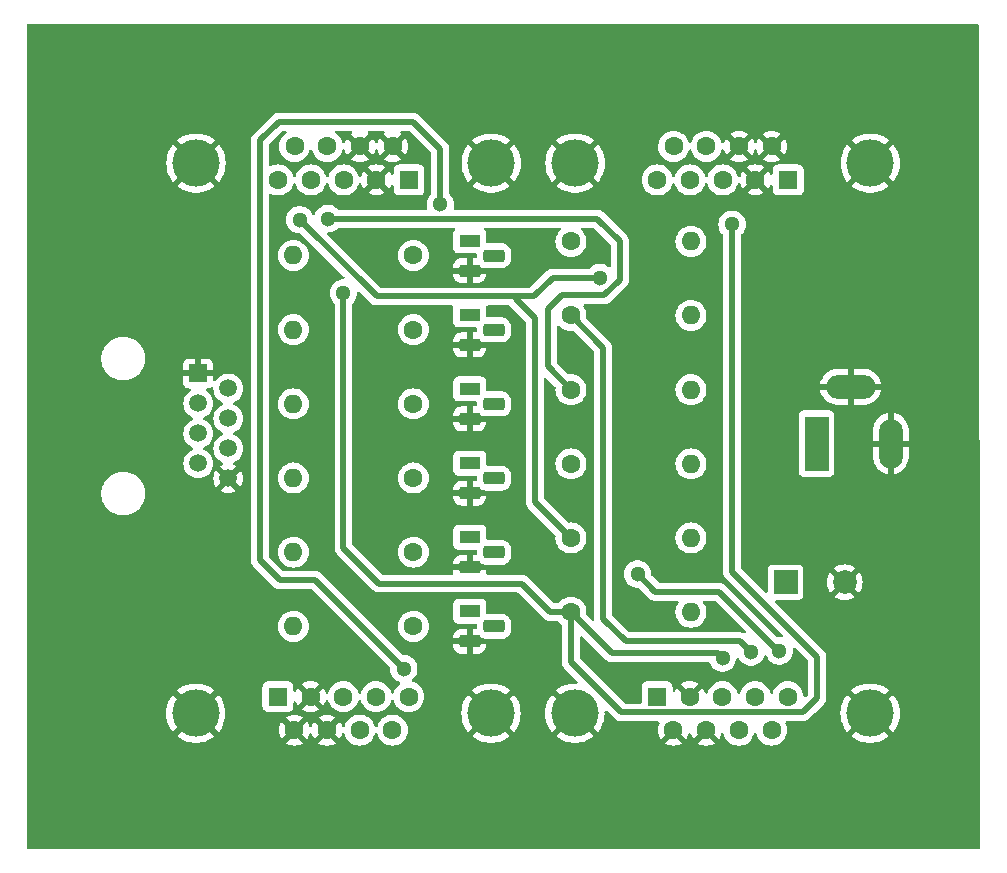
<source format=gbr>
%TF.GenerationSoftware,KiCad,Pcbnew,8.0.4*%
%TF.CreationDate,2024-09-02T12:40:36+02:00*%
%TF.ProjectId,Big7segDisplayDrv,42696737-7365-4674-9469-73706c617944,rev?*%
%TF.SameCoordinates,Original*%
%TF.FileFunction,Copper,L1,Top*%
%TF.FilePolarity,Positive*%
%FSLAX46Y46*%
G04 Gerber Fmt 4.6, Leading zero omitted, Abs format (unit mm)*
G04 Created by KiCad (PCBNEW 8.0.4) date 2024-09-02 12:40:36*
%MOMM*%
%LPD*%
G01*
G04 APERTURE LIST*
G04 Aperture macros list*
%AMRoundRect*
0 Rectangle with rounded corners*
0 $1 Rounding radius*
0 $2 $3 $4 $5 $6 $7 $8 $9 X,Y pos of 4 corners*
0 Add a 4 corners polygon primitive as box body*
4,1,4,$2,$3,$4,$5,$6,$7,$8,$9,$2,$3,0*
0 Add four circle primitives for the rounded corners*
1,1,$1+$1,$2,$3*
1,1,$1+$1,$4,$5*
1,1,$1+$1,$6,$7*
1,1,$1+$1,$8,$9*
0 Add four rect primitives between the rounded corners*
20,1,$1+$1,$2,$3,$4,$5,0*
20,1,$1+$1,$4,$5,$6,$7,0*
20,1,$1+$1,$6,$7,$8,$9,0*
20,1,$1+$1,$8,$9,$2,$3,0*%
G04 Aperture macros list end*
%TA.AperFunction,ComponentPad*%
%ADD10C,4.000000*%
%TD*%
%TA.AperFunction,ComponentPad*%
%ADD11R,1.600000X1.600000*%
%TD*%
%TA.AperFunction,ComponentPad*%
%ADD12C,1.600000*%
%TD*%
%TA.AperFunction,ComponentPad*%
%ADD13R,1.800000X1.100000*%
%TD*%
%TA.AperFunction,ComponentPad*%
%ADD14RoundRect,0.275000X-0.625000X0.275000X-0.625000X-0.275000X0.625000X-0.275000X0.625000X0.275000X0*%
%TD*%
%TA.AperFunction,ComponentPad*%
%ADD15R,2.000000X4.600000*%
%TD*%
%TA.AperFunction,ComponentPad*%
%ADD16O,2.000000X4.200000*%
%TD*%
%TA.AperFunction,ComponentPad*%
%ADD17O,4.200000X2.000000*%
%TD*%
%TA.AperFunction,ComponentPad*%
%ADD18R,2.000000X2.000000*%
%TD*%
%TA.AperFunction,ComponentPad*%
%ADD19C,2.000000*%
%TD*%
%TA.AperFunction,ComponentPad*%
%ADD20O,1.600000X1.600000*%
%TD*%
%TA.AperFunction,ComponentPad*%
%ADD21R,1.500000X1.500000*%
%TD*%
%TA.AperFunction,ComponentPad*%
%ADD22C,1.500000*%
%TD*%
%TA.AperFunction,ViaPad*%
%ADD23C,1.300000*%
%TD*%
%TA.AperFunction,Conductor*%
%ADD24C,0.500000*%
%TD*%
%TA.AperFunction,Conductor*%
%ADD25C,0.250000*%
%TD*%
G04 APERTURE END LIST*
D10*
%TO.P,J6,0,PAD*%
%TO.N,GNDREF*%
X132010000Y-77110331D03*
X107010000Y-77110331D03*
D11*
%TO.P,J6,1,1*%
%TO.N,VCC*%
X125050000Y-78530331D03*
D12*
%TO.P,J6,2,2*%
%TO.N,GNDREF*%
X122280000Y-78530331D03*
%TO.P,J6,3,3*%
%TO.N,/sStrobe*%
X119510000Y-78530331D03*
%TO.P,J6,4,4*%
%TO.N,/ssd3*%
X116740000Y-78530331D03*
%TO.P,J6,5,5*%
%TO.N,/sClk*%
X113970000Y-78530331D03*
%TO.P,J6,6,6*%
%TO.N,GNDREF*%
X123665000Y-75690331D03*
%TO.P,J6,7,7*%
X120895000Y-75690331D03*
%TO.P,J6,8,8*%
%TO.N,VCC*%
X118125000Y-75690331D03*
%TO.P,J6,9,9*%
X115355000Y-75690331D03*
%TD*%
D13*
%TO.P,Q1,1,C*%
%TO.N,/ssd1*%
X130180000Y-83682000D03*
D14*
%TO.P,Q1,2,B*%
%TO.N,Net-(Q1-B)*%
X132250000Y-84952000D03*
%TO.P,Q1,3,E*%
%TO.N,GNDREF*%
X130180000Y-86222000D03*
%TD*%
D10*
%TO.P,J7,0,PAD*%
%TO.N,GNDREF*%
X164110000Y-77110331D03*
X139110000Y-77110331D03*
D11*
%TO.P,J7,1,1*%
%TO.N,VCC*%
X157150000Y-78530331D03*
D12*
%TO.P,J7,2,2*%
%TO.N,GNDREF*%
X154380000Y-78530331D03*
%TO.P,J7,3,3*%
%TO.N,/sStrobe*%
X151610000Y-78530331D03*
%TO.P,J7,4,4*%
%TO.N,/ssd4*%
X148840000Y-78530331D03*
%TO.P,J7,5,5*%
%TO.N,/sClk*%
X146070000Y-78530331D03*
%TO.P,J7,6,6*%
%TO.N,GNDREF*%
X155765000Y-75690331D03*
%TO.P,J7,7,7*%
X152995000Y-75690331D03*
%TO.P,J7,8,8*%
%TO.N,VCC*%
X150225000Y-75690331D03*
%TO.P,J7,9,9*%
X147455000Y-75690331D03*
%TD*%
D15*
%TO.P,J10,1*%
%TO.N,VCC*%
X159550000Y-100850000D03*
D16*
%TO.P,J10,2*%
%TO.N,GNDREF*%
X165850000Y-100850000D03*
D17*
%TO.P,J10,3*%
X162450000Y-96050000D03*
%TD*%
D13*
%TO.P,Q5,1,C*%
%TO.N,/sClk*%
X130180000Y-108778000D03*
D14*
%TO.P,Q5,2,B*%
%TO.N,Net-(Q5-B)*%
X132250000Y-110048000D03*
%TO.P,Q5,3,E*%
%TO.N,GNDREF*%
X130180000Y-111318000D03*
%TD*%
D18*
%TO.P,C1,1*%
%TO.N,VCC*%
X156932323Y-112600000D03*
D19*
%TO.P,C1,2*%
%TO.N,GNDREF*%
X161932323Y-112600000D03*
%TD*%
D12*
%TO.P,R3,1*%
%TO.N,/ssd3*%
X138760000Y-96286000D03*
D20*
%TO.P,R3,2*%
%TO.N,VCC*%
X148920000Y-96286000D03*
%TD*%
D13*
%TO.P,Q2,1,C*%
%TO.N,/ssd2*%
X130180000Y-89956000D03*
D14*
%TO.P,Q2,2,B*%
%TO.N,Net-(Q2-B)*%
X132250000Y-91226000D03*
%TO.P,Q2,3,E*%
%TO.N,GNDREF*%
X130180000Y-92496000D03*
%TD*%
D21*
%TO.P,J8,1*%
%TO.N,GNDREF*%
X107200000Y-94917500D03*
D22*
%TO.P,J8,2*%
%TO.N,/serData1*%
X109740000Y-96187500D03*
%TO.P,J8,3*%
%TO.N,/serData2*%
X107200000Y-97457500D03*
%TO.P,J8,4*%
%TO.N,/serData3*%
X109740000Y-98727500D03*
%TO.P,J8,5*%
%TO.N,/serData4*%
X107200000Y-99997500D03*
%TO.P,J8,6*%
%TO.N,/Clk*%
X109740000Y-101267500D03*
%TO.P,J8,7*%
%TO.N,/Strobe*%
X107200000Y-102537500D03*
%TO.P,J8,8*%
%TO.N,GNDREF*%
X109740000Y-103807500D03*
%TD*%
D13*
%TO.P,Q4,1,C*%
%TO.N,/ssd4*%
X130180000Y-102504000D03*
D14*
%TO.P,Q4,2,B*%
%TO.N,Net-(Q4-B)*%
X132250000Y-103774000D03*
%TO.P,Q4,3,E*%
%TO.N,GNDREF*%
X130180000Y-105044000D03*
%TD*%
D12*
%TO.P,R9,1*%
%TO.N,Net-(Q3-B)*%
X125420000Y-97486000D03*
D20*
%TO.P,R9,2*%
%TO.N,/serData3*%
X115260000Y-97486000D03*
%TD*%
D12*
%TO.P,R1,1*%
%TO.N,/ssd1*%
X138760000Y-83726000D03*
D20*
%TO.P,R1,2*%
%TO.N,VCC*%
X148920000Y-83726000D03*
%TD*%
D12*
%TO.P,R2,1*%
%TO.N,/ssd2*%
X138760000Y-90006000D03*
D20*
%TO.P,R2,2*%
%TO.N,VCC*%
X148920000Y-90006000D03*
%TD*%
D10*
%TO.P,J4,0,PAD*%
%TO.N,GNDREF*%
X106990000Y-123689669D03*
X131990000Y-123689669D03*
D11*
%TO.P,J4,1,1*%
%TO.N,VCC*%
X113950000Y-122269669D03*
D12*
%TO.P,J4,2,2*%
%TO.N,GNDREF*%
X116720000Y-122269669D03*
%TO.P,J4,3,3*%
%TO.N,/sStrobe*%
X119490000Y-122269669D03*
%TO.P,J4,4,4*%
%TO.N,/ssd1*%
X122260000Y-122269669D03*
%TO.P,J4,5,5*%
%TO.N,/sClk*%
X125030000Y-122269669D03*
%TO.P,J4,6,6*%
%TO.N,GNDREF*%
X115335000Y-125109669D03*
%TO.P,J4,7,7*%
X118105000Y-125109669D03*
%TO.P,J4,8,8*%
%TO.N,VCC*%
X120875000Y-125109669D03*
%TO.P,J4,9,9*%
X123645000Y-125109669D03*
%TD*%
%TO.P,R8,1*%
%TO.N,Net-(Q2-B)*%
X125420000Y-91206000D03*
D20*
%TO.P,R8,2*%
%TO.N,/serData2*%
X115260000Y-91206000D03*
%TD*%
D12*
%TO.P,R4,1*%
%TO.N,/ssd4*%
X138760000Y-102566000D03*
D20*
%TO.P,R4,2*%
%TO.N,VCC*%
X148920000Y-102566000D03*
%TD*%
D13*
%TO.P,Q6,1,C*%
%TO.N,/sStrobe*%
X130180000Y-115052000D03*
D14*
%TO.P,Q6,2,B*%
%TO.N,Net-(Q6-B)*%
X132250000Y-116322000D03*
%TO.P,Q6,3,E*%
%TO.N,GNDREF*%
X130180000Y-117592000D03*
%TD*%
D12*
%TO.P,R10,1*%
%TO.N,Net-(Q4-B)*%
X125420000Y-103766000D03*
D20*
%TO.P,R10,2*%
%TO.N,/serData4*%
X115260000Y-103766000D03*
%TD*%
D12*
%TO.P,R12,1*%
%TO.N,Net-(Q6-B)*%
X125420000Y-116326000D03*
D20*
%TO.P,R12,2*%
%TO.N,/Strobe*%
X115260000Y-116326000D03*
%TD*%
D12*
%TO.P,R7,1*%
%TO.N,Net-(Q1-B)*%
X125420000Y-84926000D03*
D20*
%TO.P,R7,2*%
%TO.N,/serData1*%
X115260000Y-84926000D03*
%TD*%
D10*
%TO.P,J5,0,PAD*%
%TO.N,GNDREF*%
X139090000Y-123689669D03*
X164090000Y-123689669D03*
D11*
%TO.P,J5,1,1*%
%TO.N,VCC*%
X146050000Y-122269669D03*
D12*
%TO.P,J5,2,2*%
%TO.N,GNDREF*%
X148820000Y-122269669D03*
%TO.P,J5,3,3*%
%TO.N,/sStrobe*%
X151590000Y-122269669D03*
%TO.P,J5,4,4*%
%TO.N,/ssd2*%
X154360000Y-122269669D03*
%TO.P,J5,5,5*%
%TO.N,/sClk*%
X157130000Y-122269669D03*
%TO.P,J5,6,6*%
%TO.N,GNDREF*%
X147435000Y-125109669D03*
%TO.P,J5,7,7*%
X150205000Y-125109669D03*
%TO.P,J5,8,8*%
%TO.N,VCC*%
X152975000Y-125109669D03*
%TO.P,J5,9,9*%
X155745000Y-125109669D03*
%TD*%
%TO.P,R6,1*%
%TO.N,/sStrobe*%
X138760000Y-115126000D03*
D20*
%TO.P,R6,2*%
%TO.N,VCC*%
X148920000Y-115126000D03*
%TD*%
D12*
%TO.P,R5,1*%
%TO.N,/sClk*%
X138760000Y-108846000D03*
D20*
%TO.P,R5,2*%
%TO.N,VCC*%
X148920000Y-108846000D03*
%TD*%
D12*
%TO.P,R11,1*%
%TO.N,Net-(Q5-B)*%
X125420000Y-110046000D03*
D20*
%TO.P,R11,2*%
%TO.N,/Clk*%
X115260000Y-110046000D03*
%TD*%
D13*
%TO.P,Q3,1,C*%
%TO.N,/ssd3*%
X130180000Y-96230000D03*
D14*
%TO.P,Q3,2,B*%
%TO.N,Net-(Q3-B)*%
X132250000Y-97500000D03*
%TO.P,Q3,3,E*%
%TO.N,GNDREF*%
X130180000Y-98770000D03*
%TD*%
D23*
%TO.N,GNDREF*%
X162400000Y-87800000D03*
X122280000Y-100720000D03*
%TO.N,/sStrobe*%
X151600000Y-119000000D03*
X152400000Y-82300000D03*
X119500000Y-88100000D03*
%TO.N,/ssd1*%
X124600000Y-119900000D03*
X127700000Y-80600000D03*
%TO.N,/sClk*%
X156400000Y-118400000D03*
X141200000Y-86800000D03*
X144400000Y-111900000D03*
X115800000Y-81900000D03*
%TO.N,/ssd2*%
X154000000Y-118500000D03*
%TO.N,/ssd3*%
X118200000Y-81800000D03*
%TD*%
D24*
%TO.N,VCC*%
X159150000Y-98950000D02*
X159150000Y-100350000D01*
D25*
%TO.N,/serData1*%
X115226000Y-84960000D02*
X115260000Y-84926000D01*
D24*
%TO.N,/sStrobe*%
X138760000Y-115126000D02*
X137026000Y-115126000D01*
X142234000Y-118600000D02*
X138760000Y-115126000D01*
X149378987Y-123619180D02*
X149398167Y-123600000D01*
X153781833Y-123600000D02*
X153801013Y-123619180D01*
X122500000Y-112700000D02*
X119500000Y-109700000D01*
X124000000Y-112700000D02*
X122500000Y-112700000D01*
X153801013Y-123619180D02*
X158380820Y-123619180D01*
X151200000Y-118600000D02*
X142234000Y-118600000D01*
X119500000Y-109700000D02*
X119500000Y-88100000D01*
X138760000Y-115126000D02*
X138760000Y-119360000D01*
X134600000Y-112700000D02*
X124000000Y-112700000D01*
X135300000Y-113400000D02*
X134600000Y-112700000D01*
X138760000Y-119360000D02*
X143019180Y-123619180D01*
X159600000Y-118900000D02*
X152400000Y-111700000D01*
X143019180Y-123619180D02*
X149378987Y-123619180D01*
X138660000Y-115026000D02*
X138760000Y-115126000D01*
X137026000Y-115126000D02*
X135300000Y-113400000D01*
X158380820Y-123619180D02*
X159600000Y-122400000D01*
X159600000Y-122400000D02*
X159600000Y-118900000D01*
X152400000Y-111700000D02*
X152400000Y-82300000D01*
X151600000Y-119000000D02*
X151200000Y-118600000D01*
X149398167Y-123600000D02*
X153781833Y-123600000D01*
%TO.N,/ssd1*%
X112420489Y-110720489D02*
X112420489Y-75179511D01*
X138690000Y-83656000D02*
X138760000Y-83726000D01*
X125400000Y-73600000D02*
X127700000Y-75900000D01*
X114000000Y-73600000D02*
X125400000Y-73600000D01*
X112420489Y-75179511D02*
X114000000Y-73600000D01*
X117100000Y-112400000D02*
X114100000Y-112400000D01*
X114100000Y-112400000D02*
X112420489Y-110720489D01*
X127700000Y-75900000D02*
X127700000Y-80600000D01*
X124600000Y-119900000D02*
X117100000Y-112400000D01*
%TO.N,/sClk*%
X134100000Y-88600000D02*
X135700000Y-90200000D01*
X156400000Y-118400000D02*
X156301391Y-118400000D01*
X135700000Y-90200000D02*
X135700000Y-105786000D01*
X115800000Y-81900000D02*
X122300000Y-88400000D01*
X145900000Y-113400000D02*
X144400000Y-111900000D01*
X156301391Y-118400000D02*
X151301391Y-113400000D01*
X151301391Y-113400000D02*
X145900000Y-113400000D01*
X137200000Y-86800000D02*
X141200000Y-86800000D01*
X135700000Y-105786000D02*
X138760000Y-108846000D01*
X135600000Y-88400000D02*
X137200000Y-86800000D01*
X122300000Y-88400000D02*
X135600000Y-88400000D01*
%TO.N,/ssd2*%
X154000000Y-118500000D02*
X153100000Y-117600000D01*
X141500000Y-115700000D02*
X141500000Y-92746000D01*
X153100000Y-117600000D02*
X143400000Y-117600000D01*
X138684000Y-89930000D02*
X138760000Y-90006000D01*
X141500000Y-92746000D02*
X138760000Y-90006000D01*
X143400000Y-117600000D02*
X141500000Y-115700000D01*
%TO.N,/ssd3*%
X138000000Y-88300000D02*
X136800000Y-89500000D01*
X118200000Y-81800000D02*
X141000000Y-81800000D01*
X142900000Y-83700000D02*
X142900000Y-87000000D01*
X141600000Y-88300000D02*
X138000000Y-88300000D01*
X136800000Y-94326000D02*
X138760000Y-96286000D01*
X141000000Y-81800000D02*
X142900000Y-83700000D01*
X136800000Y-89500000D02*
X136800000Y-94326000D01*
X142900000Y-87000000D02*
X141600000Y-88300000D01*
%TO.N,/ssd4*%
X138672000Y-102478000D02*
X138760000Y-102566000D01*
%TO.N,Net-(Q2-B)*%
X131934000Y-91206000D02*
X131940000Y-91200000D01*
%TO.N,Net-(Q3-B)*%
X131928000Y-97486000D02*
X131940000Y-97474000D01*
%TO.N,Net-(Q4-B)*%
X131922000Y-103766000D02*
X131940000Y-103748000D01*
%TO.N,Net-(Q5-B)*%
X131916000Y-110046000D02*
X131940000Y-110022000D01*
%TO.N,Net-(Q6-B)*%
X131910000Y-116326000D02*
X131940000Y-116296000D01*
%TD*%
%TA.AperFunction,Conductor*%
%TO.N,GNDREF*%
G36*
X139727012Y-117166147D02*
G01*
X139733595Y-117172276D01*
X141750485Y-119189166D01*
X141874716Y-119272174D01*
X142012753Y-119329351D01*
X142070723Y-119340882D01*
X142159294Y-119358500D01*
X142159295Y-119358500D01*
X142308705Y-119358500D01*
X150406319Y-119358500D01*
X150474440Y-119378502D01*
X150519108Y-119428335D01*
X150610804Y-119612484D01*
X150691455Y-119719283D01*
X150740191Y-119783821D01*
X150898854Y-119928462D01*
X150898856Y-119928463D01*
X150898857Y-119928464D01*
X151081400Y-120041489D01*
X151081408Y-120041492D01*
X151281598Y-120119047D01*
X151281603Y-120119049D01*
X151492649Y-120158500D01*
X151492651Y-120158500D01*
X151707349Y-120158500D01*
X151707351Y-120158500D01*
X151918397Y-120119049D01*
X152118600Y-120041489D01*
X152301143Y-119928464D01*
X152459810Y-119783820D01*
X152589196Y-119612484D01*
X152684897Y-119420291D01*
X152743653Y-119213786D01*
X152752621Y-119116995D01*
X152778823Y-119051013D01*
X152836540Y-119009669D01*
X152907446Y-119006092D01*
X152969030Y-119041418D01*
X152990875Y-119072461D01*
X153010803Y-119112483D01*
X153010804Y-119112484D01*
X153131395Y-119272174D01*
X153140191Y-119283821D01*
X153298854Y-119428462D01*
X153298856Y-119428463D01*
X153298857Y-119428464D01*
X153481400Y-119541489D01*
X153481408Y-119541492D01*
X153681598Y-119619047D01*
X153681603Y-119619049D01*
X153892649Y-119658500D01*
X153892651Y-119658500D01*
X154107349Y-119658500D01*
X154107351Y-119658500D01*
X154318397Y-119619049D01*
X154518600Y-119541489D01*
X154701143Y-119428464D01*
X154859810Y-119283820D01*
X154989196Y-119112484D01*
X155084897Y-118920291D01*
X155097705Y-118875276D01*
X155135585Y-118815230D01*
X155199916Y-118785195D01*
X155270272Y-118794707D01*
X155324317Y-118840748D01*
X155331685Y-118853594D01*
X155410800Y-119012479D01*
X155410804Y-119012484D01*
X155463846Y-119082724D01*
X155540191Y-119183821D01*
X155698854Y-119328462D01*
X155698856Y-119328463D01*
X155698857Y-119328464D01*
X155881400Y-119441489D01*
X155980056Y-119479709D01*
X156081598Y-119519047D01*
X156081603Y-119519049D01*
X156292649Y-119558500D01*
X156292651Y-119558500D01*
X156507349Y-119558500D01*
X156507351Y-119558500D01*
X156718397Y-119519049D01*
X156918600Y-119441489D01*
X157101143Y-119328464D01*
X157259810Y-119183820D01*
X157389196Y-119012484D01*
X157484897Y-118820291D01*
X157543653Y-118613786D01*
X157563463Y-118400000D01*
X157548289Y-118236247D01*
X157561920Y-118166574D01*
X157611056Y-118115328D01*
X157680098Y-118098783D01*
X157747125Y-118122191D01*
X157762846Y-118135528D01*
X158804595Y-119177276D01*
X158838620Y-119239588D01*
X158841500Y-119266371D01*
X158841500Y-122033627D01*
X158821498Y-122101748D01*
X158804595Y-122122723D01*
X158651791Y-122275526D01*
X158589479Y-122309551D01*
X158518663Y-122304486D01*
X158461828Y-122261939D01*
X158437176Y-122197415D01*
X158423543Y-122041582D01*
X158364284Y-121820426D01*
X158267523Y-121612920D01*
X158136198Y-121425369D01*
X157974300Y-121263471D01*
X157858757Y-121182567D01*
X157786749Y-121132146D01*
X157579246Y-121035386D01*
X157579240Y-121035384D01*
X157485771Y-121010339D01*
X157358087Y-120976126D01*
X157130000Y-120956171D01*
X156901913Y-120976126D01*
X156680759Y-121035384D01*
X156680753Y-121035386D01*
X156473250Y-121132146D01*
X156285703Y-121263468D01*
X156285697Y-121263473D01*
X156123804Y-121425366D01*
X156123799Y-121425372D01*
X155992477Y-121612919D01*
X155895717Y-121820422D01*
X155895715Y-121820428D01*
X155866707Y-121928689D01*
X155829755Y-121989312D01*
X155765894Y-122020333D01*
X155695400Y-122011905D01*
X155640653Y-121966702D01*
X155623293Y-121928689D01*
X155601420Y-121847059D01*
X155594284Y-121820426D01*
X155497523Y-121612920D01*
X155366198Y-121425369D01*
X155204300Y-121263471D01*
X155088757Y-121182567D01*
X155016749Y-121132146D01*
X154809246Y-121035386D01*
X154809240Y-121035384D01*
X154715771Y-121010339D01*
X154588087Y-120976126D01*
X154360000Y-120956171D01*
X154131913Y-120976126D01*
X153910759Y-121035384D01*
X153910753Y-121035386D01*
X153703250Y-121132146D01*
X153515703Y-121263468D01*
X153515697Y-121263473D01*
X153353804Y-121425366D01*
X153353799Y-121425372D01*
X153222477Y-121612919D01*
X153125717Y-121820422D01*
X153125715Y-121820428D01*
X153096707Y-121928689D01*
X153059755Y-121989312D01*
X152995894Y-122020333D01*
X152925400Y-122011905D01*
X152870653Y-121966702D01*
X152853293Y-121928689D01*
X152831420Y-121847059D01*
X152824284Y-121820426D01*
X152727523Y-121612920D01*
X152596198Y-121425369D01*
X152434300Y-121263471D01*
X152318757Y-121182567D01*
X152246749Y-121132146D01*
X152039246Y-121035386D01*
X152039240Y-121035384D01*
X151945771Y-121010339D01*
X151818087Y-120976126D01*
X151590000Y-120956171D01*
X151361913Y-120976126D01*
X151140759Y-121035384D01*
X151140753Y-121035386D01*
X150933250Y-121132146D01*
X150745703Y-121263468D01*
X150745697Y-121263473D01*
X150583804Y-121425366D01*
X150583799Y-121425372D01*
X150452477Y-121612919D01*
X150355717Y-121820422D01*
X150355716Y-121820425D01*
X150326448Y-121929655D01*
X150289496Y-121990277D01*
X150225635Y-122021299D01*
X150155141Y-122012870D01*
X150100394Y-121967666D01*
X150083034Y-121929654D01*
X150053813Y-121820599D01*
X150053811Y-121820595D01*
X149957086Y-121613167D01*
X149907100Y-121541779D01*
X149907097Y-121541779D01*
X149304157Y-122144719D01*
X149285925Y-122076676D01*
X149220099Y-121962662D01*
X149127007Y-121869570D01*
X149012993Y-121803744D01*
X148944947Y-121785510D01*
X149547888Y-121182568D01*
X149547888Y-121182567D01*
X149476501Y-121132582D01*
X149269073Y-121035857D01*
X149269068Y-121035855D01*
X149048000Y-120976620D01*
X149048004Y-120976620D01*
X148820000Y-120956673D01*
X148591997Y-120976620D01*
X148370931Y-121035855D01*
X148370926Y-121035857D01*
X148163500Y-121132582D01*
X148092109Y-121182569D01*
X148695051Y-121785511D01*
X148627007Y-121803744D01*
X148512993Y-121869570D01*
X148419901Y-121962662D01*
X148354075Y-122076676D01*
X148335842Y-122144720D01*
X147732900Y-121541778D01*
X147682913Y-121613169D01*
X147598695Y-121793774D01*
X147551777Y-121847059D01*
X147483500Y-121866520D01*
X147415540Y-121845978D01*
X147369475Y-121791955D01*
X147358500Y-121740524D01*
X147358500Y-121421036D01*
X147358499Y-121421019D01*
X147351990Y-121360472D01*
X147351988Y-121360464D01*
X147315811Y-121263473D01*
X147300889Y-121223465D01*
X147300888Y-121223463D01*
X147300887Y-121223461D01*
X147213261Y-121106407D01*
X147096207Y-121018781D01*
X147096202Y-121018779D01*
X146959204Y-120967680D01*
X146959196Y-120967678D01*
X146898649Y-120961169D01*
X146898638Y-120961169D01*
X145201362Y-120961169D01*
X145201350Y-120961169D01*
X145140803Y-120967678D01*
X145140795Y-120967680D01*
X145003797Y-121018779D01*
X145003792Y-121018781D01*
X144886738Y-121106407D01*
X144799112Y-121223461D01*
X144799110Y-121223466D01*
X144748011Y-121360464D01*
X144748009Y-121360472D01*
X144741500Y-121421019D01*
X144741500Y-122734680D01*
X144721498Y-122802801D01*
X144667842Y-122849294D01*
X144615500Y-122860680D01*
X143385551Y-122860680D01*
X143317430Y-122840678D01*
X143296456Y-122823775D01*
X139555405Y-119082724D01*
X139521379Y-119020412D01*
X139518500Y-118993629D01*
X139518500Y-117261371D01*
X139538502Y-117193250D01*
X139592158Y-117146757D01*
X139662432Y-117136653D01*
X139727012Y-117166147D01*
G37*
%TD.AperFunction*%
%TA.AperFunction,Conductor*%
G36*
X120875631Y-88048312D02*
G01*
X121710834Y-88883515D01*
X121710835Y-88883516D01*
X121816484Y-88989165D01*
X121940533Y-89072052D01*
X121940716Y-89072174D01*
X121940718Y-89072175D01*
X122001857Y-89097499D01*
X122001858Y-89097500D01*
X122029044Y-89108760D01*
X122078753Y-89129351D01*
X122135889Y-89140716D01*
X122225294Y-89158500D01*
X122225295Y-89158500D01*
X122374705Y-89158500D01*
X128652607Y-89158500D01*
X128720728Y-89178502D01*
X128767221Y-89232158D01*
X128777885Y-89297968D01*
X128771500Y-89357350D01*
X128771500Y-90554649D01*
X128778009Y-90615196D01*
X128778011Y-90615204D01*
X128829110Y-90752202D01*
X128829112Y-90752207D01*
X128916738Y-90869261D01*
X129033792Y-90956887D01*
X129033794Y-90956888D01*
X129033796Y-90956889D01*
X129090163Y-90977913D01*
X129170795Y-91007988D01*
X129170803Y-91007990D01*
X129231350Y-91014499D01*
X129231355Y-91014499D01*
X129231362Y-91014500D01*
X130715500Y-91014500D01*
X130783621Y-91034502D01*
X130830114Y-91088158D01*
X130841500Y-91140500D01*
X130841500Y-91312000D01*
X130821498Y-91380121D01*
X130767842Y-91426614D01*
X130715500Y-91438000D01*
X130434000Y-91438000D01*
X130434000Y-92147280D01*
X130349745Y-92195925D01*
X130279925Y-92265745D01*
X130230556Y-92351255D01*
X130205000Y-92446630D01*
X130205000Y-92545370D01*
X130230556Y-92640745D01*
X130279925Y-92726255D01*
X130349745Y-92796075D01*
X130434000Y-92844719D01*
X130434000Y-93553999D01*
X130848968Y-93553999D01*
X130980329Y-93539198D01*
X130980340Y-93539196D01*
X131146880Y-93480921D01*
X131146883Y-93480920D01*
X131296279Y-93387048D01*
X131296281Y-93387047D01*
X131421047Y-93262281D01*
X131421048Y-93262279D01*
X131514920Y-93112883D01*
X131514921Y-93112880D01*
X131573196Y-92946339D01*
X131588000Y-92814967D01*
X131588000Y-92750000D01*
X130856330Y-92750000D01*
X130880075Y-92726255D01*
X130929444Y-92640745D01*
X130955000Y-92545370D01*
X130955000Y-92446630D01*
X130929444Y-92351255D01*
X130880075Y-92265745D01*
X130856330Y-92242000D01*
X131349012Y-92242000D01*
X131390626Y-92249070D01*
X131449552Y-92269690D01*
X131580996Y-92284500D01*
X132919004Y-92284500D01*
X133050448Y-92269690D01*
X133217099Y-92211376D01*
X133366596Y-92117441D01*
X133491441Y-91992596D01*
X133585376Y-91843099D01*
X133643690Y-91676448D01*
X133658500Y-91545004D01*
X133658500Y-90906996D01*
X133643690Y-90775552D01*
X133585376Y-90608901D01*
X133551287Y-90554649D01*
X133491441Y-90459403D01*
X133366596Y-90334558D01*
X133217101Y-90240625D01*
X133217099Y-90240624D01*
X133198417Y-90234087D01*
X133050448Y-90182310D01*
X132919004Y-90167500D01*
X131714500Y-90167500D01*
X131646379Y-90147498D01*
X131599886Y-90093842D01*
X131588500Y-90041500D01*
X131588500Y-89357367D01*
X131588499Y-89357350D01*
X131582115Y-89297968D01*
X131594721Y-89228100D01*
X131643099Y-89176138D01*
X131707393Y-89158500D01*
X133533629Y-89158500D01*
X133601750Y-89178502D01*
X133622724Y-89195405D01*
X134904595Y-90477276D01*
X134938621Y-90539588D01*
X134941500Y-90566371D01*
X134941500Y-105860707D01*
X134956288Y-105935048D01*
X134970649Y-106007247D01*
X135027826Y-106145284D01*
X135110834Y-106269515D01*
X135110838Y-106269519D01*
X137424328Y-108583009D01*
X137458354Y-108645321D01*
X137460754Y-108683084D01*
X137449501Y-108811715D01*
X137446502Y-108846000D01*
X137466457Y-109074087D01*
X137500650Y-109201697D01*
X137525715Y-109295240D01*
X137525717Y-109295246D01*
X137622477Y-109502749D01*
X137672512Y-109574207D01*
X137753802Y-109690300D01*
X137915700Y-109852198D01*
X138103251Y-109983523D01*
X138310757Y-110080284D01*
X138531913Y-110139543D01*
X138760000Y-110159498D01*
X138988087Y-110139543D01*
X139209243Y-110080284D01*
X139416749Y-109983523D01*
X139604300Y-109852198D01*
X139766198Y-109690300D01*
X139897523Y-109502749D01*
X139994284Y-109295243D01*
X140053543Y-109074087D01*
X140073498Y-108846000D01*
X140053543Y-108617913D01*
X139994284Y-108396757D01*
X139897523Y-108189251D01*
X139766198Y-108001700D01*
X139604300Y-107839802D01*
X139416749Y-107708477D01*
X139209246Y-107611717D01*
X139209240Y-107611715D01*
X139115771Y-107586670D01*
X138988087Y-107552457D01*
X138760000Y-107532502D01*
X138759998Y-107532502D01*
X138597084Y-107546754D01*
X138527480Y-107532764D01*
X138497009Y-107510328D01*
X136495405Y-105508724D01*
X136461379Y-105446412D01*
X136458500Y-105419629D01*
X136458500Y-102566000D01*
X137446502Y-102566000D01*
X137463457Y-102759802D01*
X137466457Y-102794086D01*
X137525715Y-103015240D01*
X137525717Y-103015246D01*
X137622477Y-103222749D01*
X137691585Y-103321446D01*
X137753802Y-103410300D01*
X137915700Y-103572198D01*
X138103251Y-103703523D01*
X138310757Y-103800284D01*
X138531913Y-103859543D01*
X138760000Y-103879498D01*
X138988087Y-103859543D01*
X139209243Y-103800284D01*
X139416749Y-103703523D01*
X139604300Y-103572198D01*
X139766198Y-103410300D01*
X139897523Y-103222749D01*
X139994284Y-103015243D01*
X140053543Y-102794087D01*
X140073498Y-102566000D01*
X140053543Y-102337913D01*
X139994284Y-102116757D01*
X139897523Y-101909251D01*
X139766198Y-101721700D01*
X139604300Y-101559802D01*
X139416749Y-101428477D01*
X139316424Y-101381695D01*
X139209246Y-101331717D01*
X139209240Y-101331715D01*
X139115771Y-101306670D01*
X138988087Y-101272457D01*
X138760000Y-101252502D01*
X138531913Y-101272457D01*
X138310759Y-101331715D01*
X138310753Y-101331717D01*
X138103250Y-101428477D01*
X137915703Y-101559799D01*
X137915697Y-101559804D01*
X137753804Y-101721697D01*
X137753799Y-101721703D01*
X137622477Y-101909250D01*
X137525717Y-102116753D01*
X137525716Y-102116757D01*
X137466457Y-102337913D01*
X137446502Y-102566000D01*
X136458500Y-102566000D01*
X136458500Y-95361371D01*
X136478502Y-95293250D01*
X136532158Y-95246757D01*
X136602432Y-95236653D01*
X136667012Y-95266147D01*
X136673595Y-95272276D01*
X137424328Y-96023009D01*
X137458354Y-96085321D01*
X137460754Y-96123084D01*
X137447146Y-96278637D01*
X137446502Y-96286000D01*
X137466457Y-96514087D01*
X137476080Y-96550000D01*
X137525715Y-96735240D01*
X137525717Y-96735246D01*
X137622477Y-96942749D01*
X137680911Y-97026202D01*
X137753802Y-97130300D01*
X137915700Y-97292198D01*
X138103251Y-97423523D01*
X138310757Y-97520284D01*
X138531913Y-97579543D01*
X138760000Y-97599498D01*
X138988087Y-97579543D01*
X139209243Y-97520284D01*
X139416749Y-97423523D01*
X139604300Y-97292198D01*
X139766198Y-97130300D01*
X139897523Y-96942749D01*
X139994284Y-96735243D01*
X140053543Y-96514087D01*
X140073498Y-96286000D01*
X140053543Y-96057913D01*
X139994284Y-95836757D01*
X139897523Y-95629251D01*
X139766198Y-95441700D01*
X139604300Y-95279802D01*
X139575494Y-95259632D01*
X139416749Y-95148477D01*
X139209246Y-95051717D01*
X139209240Y-95051715D01*
X139115771Y-95026670D01*
X138988087Y-94992457D01*
X138760000Y-94972502D01*
X138759998Y-94972502D01*
X138597084Y-94986754D01*
X138527480Y-94972764D01*
X138497009Y-94950328D01*
X137595405Y-94048724D01*
X137561379Y-93986412D01*
X137558500Y-93959629D01*
X137558500Y-90959188D01*
X137578502Y-90891067D01*
X137632158Y-90844574D01*
X137702432Y-90834470D01*
X137767012Y-90863964D01*
X137773595Y-90870093D01*
X137915700Y-91012198D01*
X138103251Y-91143523D01*
X138310757Y-91240284D01*
X138531913Y-91299543D01*
X138760000Y-91319498D01*
X138891286Y-91308011D01*
X138922912Y-91305245D01*
X138992517Y-91319233D01*
X139022989Y-91341670D01*
X140704595Y-93023275D01*
X140738620Y-93085587D01*
X140741500Y-93112370D01*
X140741500Y-115730629D01*
X140721498Y-115798750D01*
X140667842Y-115845243D01*
X140597568Y-115855347D01*
X140532988Y-115825853D01*
X140526405Y-115819724D01*
X140095670Y-115388989D01*
X140061644Y-115326677D01*
X140059245Y-115288912D01*
X140068032Y-115188477D01*
X140073498Y-115126000D01*
X140053543Y-114897913D01*
X139994284Y-114676757D01*
X139897523Y-114469251D01*
X139766198Y-114281700D01*
X139604300Y-114119802D01*
X139578860Y-114101989D01*
X139416749Y-113988477D01*
X139209246Y-113891717D01*
X139209240Y-113891715D01*
X139039391Y-113846204D01*
X138988087Y-113832457D01*
X138760000Y-113812502D01*
X138531913Y-113832457D01*
X138310759Y-113891715D01*
X138310753Y-113891717D01*
X138103250Y-113988477D01*
X137915703Y-114119799D01*
X137915697Y-114119804D01*
X137753804Y-114281697D01*
X137753797Y-114281706D01*
X137731344Y-114313772D01*
X137675887Y-114358100D01*
X137628132Y-114367500D01*
X137392371Y-114367500D01*
X137324250Y-114347498D01*
X137303276Y-114330595D01*
X135083519Y-112110838D01*
X135083515Y-112110834D01*
X134959284Y-112027826D01*
X134821247Y-111970649D01*
X134747976Y-111956074D01*
X134747975Y-111956073D01*
X134674711Y-111941500D01*
X134674706Y-111941500D01*
X131690185Y-111941500D01*
X131622064Y-111921498D01*
X131575571Y-111867842D01*
X131565467Y-111797568D01*
X131571256Y-111773883D01*
X131573197Y-111768335D01*
X131588000Y-111636967D01*
X131588000Y-111572000D01*
X130856330Y-111572000D01*
X130880075Y-111548255D01*
X130929444Y-111462745D01*
X130955000Y-111367370D01*
X130955000Y-111268630D01*
X130929444Y-111173255D01*
X130880075Y-111087745D01*
X130856330Y-111064000D01*
X131349012Y-111064000D01*
X131390626Y-111071070D01*
X131449552Y-111091690D01*
X131580996Y-111106500D01*
X132919004Y-111106500D01*
X133050448Y-111091690D01*
X133217099Y-111033376D01*
X133366596Y-110939441D01*
X133491441Y-110814596D01*
X133585376Y-110665099D01*
X133643690Y-110498448D01*
X133658500Y-110367004D01*
X133658500Y-109728996D01*
X133643690Y-109597552D01*
X133585376Y-109430901D01*
X133551287Y-109376649D01*
X133491441Y-109281403D01*
X133366596Y-109156558D01*
X133217101Y-109062625D01*
X133217099Y-109062624D01*
X133050448Y-109004310D01*
X132919004Y-108989500D01*
X131714500Y-108989500D01*
X131646379Y-108969498D01*
X131599886Y-108915842D01*
X131588500Y-108863500D01*
X131588500Y-108179367D01*
X131588499Y-108179350D01*
X131581990Y-108118803D01*
X131581988Y-108118795D01*
X131530889Y-107981797D01*
X131530887Y-107981792D01*
X131443261Y-107864738D01*
X131326207Y-107777112D01*
X131326202Y-107777110D01*
X131189204Y-107726011D01*
X131189196Y-107726009D01*
X131128649Y-107719500D01*
X131128638Y-107719500D01*
X129231362Y-107719500D01*
X129231350Y-107719500D01*
X129170803Y-107726009D01*
X129170795Y-107726011D01*
X129033797Y-107777110D01*
X129033792Y-107777112D01*
X128916738Y-107864738D01*
X128829112Y-107981792D01*
X128829110Y-107981797D01*
X128778011Y-108118795D01*
X128778009Y-108118803D01*
X128771500Y-108179350D01*
X128771500Y-109376649D01*
X128778009Y-109437196D01*
X128778011Y-109437204D01*
X128829110Y-109574202D01*
X128829112Y-109574207D01*
X128916738Y-109691261D01*
X129033792Y-109778887D01*
X129033794Y-109778888D01*
X129033796Y-109778889D01*
X129092410Y-109800751D01*
X129170795Y-109829988D01*
X129170803Y-109829990D01*
X129231350Y-109836499D01*
X129231355Y-109836499D01*
X129231362Y-109836500D01*
X130715500Y-109836500D01*
X130783621Y-109856502D01*
X130830114Y-109910158D01*
X130841500Y-109962500D01*
X130841500Y-110134000D01*
X130821498Y-110202121D01*
X130767842Y-110248614D01*
X130715500Y-110260000D01*
X130434000Y-110260000D01*
X130434000Y-110969280D01*
X130349745Y-111017925D01*
X130279925Y-111087745D01*
X130230556Y-111173255D01*
X130205000Y-111268630D01*
X130205000Y-111367370D01*
X130230556Y-111462745D01*
X130279925Y-111548255D01*
X130303670Y-111572000D01*
X128772001Y-111572000D01*
X128772001Y-111636967D01*
X128786801Y-111768329D01*
X128786802Y-111768333D01*
X128788744Y-111773883D01*
X128792364Y-111844787D01*
X128757076Y-111906393D01*
X128694083Y-111939141D01*
X128669815Y-111941500D01*
X122866371Y-111941500D01*
X122798250Y-111921498D01*
X122777276Y-111904595D01*
X120918681Y-110046000D01*
X124106502Y-110046000D01*
X124126457Y-110274087D01*
X124126649Y-110274803D01*
X124185715Y-110495240D01*
X124185717Y-110495246D01*
X124281716Y-110701116D01*
X124282477Y-110702749D01*
X124413802Y-110890300D01*
X124575700Y-111052198D01*
X124763251Y-111183523D01*
X124970757Y-111280284D01*
X125191913Y-111339543D01*
X125420000Y-111359498D01*
X125648087Y-111339543D01*
X125869243Y-111280284D01*
X126076749Y-111183523D01*
X126264300Y-111052198D01*
X126317466Y-110999032D01*
X128772000Y-110999032D01*
X128772000Y-111064000D01*
X129926000Y-111064000D01*
X129926000Y-110260000D01*
X129511032Y-110260000D01*
X129379670Y-110274801D01*
X129379659Y-110274803D01*
X129213119Y-110333078D01*
X129213116Y-110333079D01*
X129063720Y-110426951D01*
X129063718Y-110426952D01*
X128938952Y-110551718D01*
X128938951Y-110551720D01*
X128845079Y-110701116D01*
X128845078Y-110701119D01*
X128786803Y-110867660D01*
X128772000Y-110999032D01*
X126317466Y-110999032D01*
X126426198Y-110890300D01*
X126557523Y-110702749D01*
X126654284Y-110495243D01*
X126713543Y-110274087D01*
X126733498Y-110046000D01*
X126713543Y-109817913D01*
X126654284Y-109596757D01*
X126557523Y-109389251D01*
X126426198Y-109201700D01*
X126264300Y-109039802D01*
X126213612Y-109004310D01*
X126076749Y-108908477D01*
X125869246Y-108811717D01*
X125869240Y-108811715D01*
X125775771Y-108786670D01*
X125648087Y-108752457D01*
X125420000Y-108732502D01*
X125191913Y-108752457D01*
X124970759Y-108811715D01*
X124970753Y-108811717D01*
X124763250Y-108908477D01*
X124575703Y-109039799D01*
X124575697Y-109039804D01*
X124413804Y-109201697D01*
X124413799Y-109201703D01*
X124282477Y-109389250D01*
X124185717Y-109596753D01*
X124185715Y-109596759D01*
X124131056Y-109800751D01*
X124126457Y-109817913D01*
X124106502Y-110046000D01*
X120918681Y-110046000D01*
X120295405Y-109422724D01*
X120261379Y-109360412D01*
X120258500Y-109333629D01*
X120258500Y-105362967D01*
X128772001Y-105362967D01*
X128786801Y-105494329D01*
X128786803Y-105494340D01*
X128845078Y-105660880D01*
X128845079Y-105660883D01*
X128938951Y-105810279D01*
X128938952Y-105810281D01*
X129063718Y-105935047D01*
X129063720Y-105935048D01*
X129213116Y-106028920D01*
X129213119Y-106028921D01*
X129379660Y-106087196D01*
X129511032Y-106101999D01*
X129926000Y-106101999D01*
X129926000Y-105298000D01*
X128772001Y-105298000D01*
X128772001Y-105362967D01*
X120258500Y-105362967D01*
X120258500Y-103766000D01*
X124106502Y-103766000D01*
X124126457Y-103994087D01*
X124143872Y-104059079D01*
X124185715Y-104215240D01*
X124185717Y-104215246D01*
X124282477Y-104422749D01*
X124402150Y-104593660D01*
X124413802Y-104610300D01*
X124575700Y-104772198D01*
X124763251Y-104903523D01*
X124970757Y-105000284D01*
X125191913Y-105059543D01*
X125420000Y-105079498D01*
X125648087Y-105059543D01*
X125869243Y-105000284D01*
X126076749Y-104903523D01*
X126264300Y-104772198D01*
X126311466Y-104725032D01*
X128772000Y-104725032D01*
X128772000Y-104790000D01*
X129926000Y-104790000D01*
X129926000Y-103986000D01*
X129511032Y-103986000D01*
X129379670Y-104000801D01*
X129379659Y-104000803D01*
X129213119Y-104059078D01*
X129213116Y-104059079D01*
X129063720Y-104152951D01*
X129063718Y-104152952D01*
X128938952Y-104277718D01*
X128938951Y-104277720D01*
X128845079Y-104427116D01*
X128845078Y-104427119D01*
X128786803Y-104593660D01*
X128772000Y-104725032D01*
X126311466Y-104725032D01*
X126426198Y-104610300D01*
X126557523Y-104422749D01*
X126654284Y-104215243D01*
X126713543Y-103994087D01*
X126733498Y-103766000D01*
X126713543Y-103537913D01*
X126654284Y-103316757D01*
X126557523Y-103109251D01*
X126426198Y-102921700D01*
X126264300Y-102759802D01*
X126201030Y-102715500D01*
X126076749Y-102628477D01*
X125869246Y-102531717D01*
X125869240Y-102531715D01*
X125775771Y-102506670D01*
X125648087Y-102472457D01*
X125420000Y-102452502D01*
X125191913Y-102472457D01*
X124970759Y-102531715D01*
X124970753Y-102531717D01*
X124763250Y-102628477D01*
X124575703Y-102759799D01*
X124575697Y-102759804D01*
X124413804Y-102921697D01*
X124413799Y-102921703D01*
X124282477Y-103109250D01*
X124185717Y-103316753D01*
X124185715Y-103316759D01*
X124127087Y-103535561D01*
X124126457Y-103537913D01*
X124106502Y-103766000D01*
X120258500Y-103766000D01*
X120258500Y-101905350D01*
X128771500Y-101905350D01*
X128771500Y-103102649D01*
X128778009Y-103163196D01*
X128778011Y-103163204D01*
X128829110Y-103300202D01*
X128829112Y-103300207D01*
X128916738Y-103417261D01*
X129033792Y-103504887D01*
X129033794Y-103504888D01*
X129033796Y-103504889D01*
X129092875Y-103526924D01*
X129170795Y-103555988D01*
X129170803Y-103555990D01*
X129231350Y-103562499D01*
X129231355Y-103562499D01*
X129231362Y-103562500D01*
X130715500Y-103562500D01*
X130783621Y-103582502D01*
X130830114Y-103636158D01*
X130841500Y-103688500D01*
X130841500Y-103860000D01*
X130821498Y-103928121D01*
X130767842Y-103974614D01*
X130715500Y-103986000D01*
X130434000Y-103986000D01*
X130434000Y-104695280D01*
X130349745Y-104743925D01*
X130279925Y-104813745D01*
X130230556Y-104899255D01*
X130205000Y-104994630D01*
X130205000Y-105093370D01*
X130230556Y-105188745D01*
X130279925Y-105274255D01*
X130349745Y-105344075D01*
X130434000Y-105392719D01*
X130434000Y-106101999D01*
X130848968Y-106101999D01*
X130980329Y-106087198D01*
X130980340Y-106087196D01*
X131146880Y-106028921D01*
X131146883Y-106028920D01*
X131296279Y-105935048D01*
X131296281Y-105935047D01*
X131421047Y-105810281D01*
X131421048Y-105810279D01*
X131514920Y-105660883D01*
X131514921Y-105660880D01*
X131573196Y-105494339D01*
X131588000Y-105362967D01*
X131588000Y-105298000D01*
X130856330Y-105298000D01*
X130880075Y-105274255D01*
X130929444Y-105188745D01*
X130955000Y-105093370D01*
X130955000Y-104994630D01*
X130929444Y-104899255D01*
X130880075Y-104813745D01*
X130856330Y-104790000D01*
X131349012Y-104790000D01*
X131390626Y-104797070D01*
X131449552Y-104817690D01*
X131580996Y-104832500D01*
X132919004Y-104832500D01*
X133050448Y-104817690D01*
X133217099Y-104759376D01*
X133366596Y-104665441D01*
X133491441Y-104540596D01*
X133585376Y-104391099D01*
X133643690Y-104224448D01*
X133658500Y-104093004D01*
X133658500Y-103454996D01*
X133643690Y-103323552D01*
X133585376Y-103156901D01*
X133551287Y-103102649D01*
X133491441Y-103007403D01*
X133366596Y-102882558D01*
X133217101Y-102788625D01*
X133217099Y-102788624D01*
X133050448Y-102730310D01*
X132919004Y-102715500D01*
X131714500Y-102715500D01*
X131646379Y-102695498D01*
X131599886Y-102641842D01*
X131588500Y-102589500D01*
X131588500Y-101905367D01*
X131588499Y-101905350D01*
X131581990Y-101844803D01*
X131581988Y-101844795D01*
X131530889Y-101707797D01*
X131530887Y-101707792D01*
X131443261Y-101590738D01*
X131326207Y-101503112D01*
X131326202Y-101503110D01*
X131189204Y-101452011D01*
X131189196Y-101452009D01*
X131128649Y-101445500D01*
X131128638Y-101445500D01*
X129231362Y-101445500D01*
X129231350Y-101445500D01*
X129170803Y-101452009D01*
X129170795Y-101452011D01*
X129033797Y-101503110D01*
X129033792Y-101503112D01*
X128916738Y-101590738D01*
X128829112Y-101707792D01*
X128829110Y-101707797D01*
X128778011Y-101844795D01*
X128778009Y-101844803D01*
X128771500Y-101905350D01*
X120258500Y-101905350D01*
X120258500Y-99088967D01*
X128772001Y-99088967D01*
X128786801Y-99220329D01*
X128786803Y-99220340D01*
X128845078Y-99386880D01*
X128845079Y-99386883D01*
X128938951Y-99536279D01*
X128938952Y-99536281D01*
X129063718Y-99661047D01*
X129063720Y-99661048D01*
X129213116Y-99754920D01*
X129213119Y-99754921D01*
X129379660Y-99813196D01*
X129511032Y-99827999D01*
X129926000Y-99827999D01*
X129926000Y-99024000D01*
X128772001Y-99024000D01*
X128772001Y-99088967D01*
X120258500Y-99088967D01*
X120258500Y-97486000D01*
X124106502Y-97486000D01*
X124126457Y-97714087D01*
X124154570Y-97819004D01*
X124185715Y-97935240D01*
X124185717Y-97935246D01*
X124282477Y-98142749D01*
X124395243Y-98303796D01*
X124413802Y-98330300D01*
X124575700Y-98492198D01*
X124763251Y-98623523D01*
X124970757Y-98720284D01*
X125191913Y-98779543D01*
X125420000Y-98799498D01*
X125648087Y-98779543D01*
X125869243Y-98720284D01*
X126076749Y-98623523D01*
X126264300Y-98492198D01*
X126305466Y-98451032D01*
X128772000Y-98451032D01*
X128772000Y-98516000D01*
X129926000Y-98516000D01*
X129926000Y-97712000D01*
X129511032Y-97712000D01*
X129379670Y-97726801D01*
X129379659Y-97726803D01*
X129213119Y-97785078D01*
X129213116Y-97785079D01*
X129063720Y-97878951D01*
X129063718Y-97878952D01*
X128938952Y-98003718D01*
X128938951Y-98003720D01*
X128845079Y-98153116D01*
X128845078Y-98153119D01*
X128786803Y-98319660D01*
X128772000Y-98451032D01*
X126305466Y-98451032D01*
X126426198Y-98330300D01*
X126557523Y-98142749D01*
X126654284Y-97935243D01*
X126713543Y-97714087D01*
X126733498Y-97486000D01*
X126713543Y-97257913D01*
X126654284Y-97036757D01*
X126557523Y-96829251D01*
X126426198Y-96641700D01*
X126264300Y-96479802D01*
X126230751Y-96456311D01*
X126076749Y-96348477D01*
X125869246Y-96251717D01*
X125869240Y-96251715D01*
X125733248Y-96215276D01*
X125648087Y-96192457D01*
X125420000Y-96172502D01*
X125191913Y-96192457D01*
X124970759Y-96251715D01*
X124970753Y-96251717D01*
X124763250Y-96348477D01*
X124575703Y-96479799D01*
X124575697Y-96479804D01*
X124413804Y-96641697D01*
X124413799Y-96641703D01*
X124282477Y-96829250D01*
X124185717Y-97036753D01*
X124185715Y-97036759D01*
X124157178Y-97143261D01*
X124126457Y-97257913D01*
X124106502Y-97486000D01*
X120258500Y-97486000D01*
X120258500Y-95631350D01*
X128771500Y-95631350D01*
X128771500Y-96828649D01*
X128778009Y-96889196D01*
X128778011Y-96889204D01*
X128829110Y-97026202D01*
X128829112Y-97026207D01*
X128916738Y-97143261D01*
X129033792Y-97230887D01*
X129033794Y-97230888D01*
X129033796Y-97230889D01*
X129092875Y-97252924D01*
X129170795Y-97281988D01*
X129170803Y-97281990D01*
X129231350Y-97288499D01*
X129231355Y-97288499D01*
X129231362Y-97288500D01*
X130715500Y-97288500D01*
X130783621Y-97308502D01*
X130830114Y-97362158D01*
X130841500Y-97414500D01*
X130841500Y-97586000D01*
X130821498Y-97654121D01*
X130767842Y-97700614D01*
X130715500Y-97712000D01*
X130434000Y-97712000D01*
X130434000Y-98421280D01*
X130349745Y-98469925D01*
X130279925Y-98539745D01*
X130230556Y-98625255D01*
X130205000Y-98720630D01*
X130205000Y-98819370D01*
X130230556Y-98914745D01*
X130279925Y-99000255D01*
X130349745Y-99070075D01*
X130434000Y-99118719D01*
X130434000Y-99827999D01*
X130848968Y-99827999D01*
X130980329Y-99813198D01*
X130980340Y-99813196D01*
X131146880Y-99754921D01*
X131146883Y-99754920D01*
X131296279Y-99661048D01*
X131296281Y-99661047D01*
X131421047Y-99536281D01*
X131421048Y-99536279D01*
X131514920Y-99386883D01*
X131514921Y-99386880D01*
X131573196Y-99220339D01*
X131588000Y-99088967D01*
X131588000Y-99024000D01*
X130856330Y-99024000D01*
X130880075Y-99000255D01*
X130929444Y-98914745D01*
X130955000Y-98819370D01*
X130955000Y-98720630D01*
X130929444Y-98625255D01*
X130880075Y-98539745D01*
X130856330Y-98516000D01*
X131349012Y-98516000D01*
X131390626Y-98523070D01*
X131449552Y-98543690D01*
X131580996Y-98558500D01*
X132919004Y-98558500D01*
X133050448Y-98543690D01*
X133217099Y-98485376D01*
X133366596Y-98391441D01*
X133491441Y-98266596D01*
X133585376Y-98117099D01*
X133643690Y-97950448D01*
X133658500Y-97819004D01*
X133658500Y-97180996D01*
X133643690Y-97049552D01*
X133585376Y-96882901D01*
X133551287Y-96828649D01*
X133491441Y-96733403D01*
X133366596Y-96608558D01*
X133217101Y-96514625D01*
X133217099Y-96514624D01*
X133146016Y-96489751D01*
X133050448Y-96456310D01*
X132919004Y-96441500D01*
X131714500Y-96441500D01*
X131646379Y-96421498D01*
X131599886Y-96367842D01*
X131588500Y-96315500D01*
X131588500Y-95631367D01*
X131588499Y-95631350D01*
X131581990Y-95570803D01*
X131581988Y-95570795D01*
X131543027Y-95466339D01*
X131530889Y-95433796D01*
X131530888Y-95433794D01*
X131530887Y-95433792D01*
X131443261Y-95316738D01*
X131326207Y-95229112D01*
X131326202Y-95229110D01*
X131189204Y-95178011D01*
X131189196Y-95178009D01*
X131128649Y-95171500D01*
X131128638Y-95171500D01*
X129231362Y-95171500D01*
X129231350Y-95171500D01*
X129170803Y-95178009D01*
X129170795Y-95178011D01*
X129033797Y-95229110D01*
X129033792Y-95229112D01*
X128916738Y-95316738D01*
X128829112Y-95433792D01*
X128829110Y-95433797D01*
X128778011Y-95570795D01*
X128778009Y-95570803D01*
X128771500Y-95631350D01*
X120258500Y-95631350D01*
X120258500Y-92814967D01*
X128772001Y-92814967D01*
X128786801Y-92946329D01*
X128786803Y-92946340D01*
X128845078Y-93112880D01*
X128845079Y-93112883D01*
X128938951Y-93262279D01*
X128938952Y-93262281D01*
X129063718Y-93387047D01*
X129063720Y-93387048D01*
X129213116Y-93480920D01*
X129213119Y-93480921D01*
X129379660Y-93539196D01*
X129511032Y-93553999D01*
X129926000Y-93553999D01*
X129926000Y-92750000D01*
X128772001Y-92750000D01*
X128772001Y-92814967D01*
X120258500Y-92814967D01*
X120258500Y-91206000D01*
X124106502Y-91206000D01*
X124126457Y-91434087D01*
X124131472Y-91452803D01*
X124185715Y-91655240D01*
X124185717Y-91655246D01*
X124282477Y-91862749D01*
X124367575Y-91984282D01*
X124413802Y-92050300D01*
X124575700Y-92212198D01*
X124763251Y-92343523D01*
X124970757Y-92440284D01*
X125191913Y-92499543D01*
X125420000Y-92519498D01*
X125648087Y-92499543D01*
X125869243Y-92440284D01*
X126076749Y-92343523D01*
X126264300Y-92212198D01*
X126299466Y-92177032D01*
X128772000Y-92177032D01*
X128772000Y-92242000D01*
X129926000Y-92242000D01*
X129926000Y-91438000D01*
X129511032Y-91438000D01*
X129379670Y-91452801D01*
X129379659Y-91452803D01*
X129213119Y-91511078D01*
X129213116Y-91511079D01*
X129063720Y-91604951D01*
X129063718Y-91604952D01*
X128938952Y-91729718D01*
X128938951Y-91729720D01*
X128845079Y-91879116D01*
X128845078Y-91879119D01*
X128786803Y-92045660D01*
X128772000Y-92177032D01*
X126299466Y-92177032D01*
X126426198Y-92050300D01*
X126557523Y-91862749D01*
X126654284Y-91655243D01*
X126713543Y-91434087D01*
X126733498Y-91206000D01*
X126713543Y-90977913D01*
X126654284Y-90756757D01*
X126557523Y-90549251D01*
X126426198Y-90361700D01*
X126264300Y-90199802D01*
X126239320Y-90182311D01*
X126076749Y-90068477D01*
X125869246Y-89971717D01*
X125869240Y-89971715D01*
X125775771Y-89946670D01*
X125648087Y-89912457D01*
X125420000Y-89892502D01*
X125191913Y-89912457D01*
X124970759Y-89971715D01*
X124970753Y-89971717D01*
X124763250Y-90068477D01*
X124575703Y-90199799D01*
X124575697Y-90199804D01*
X124413804Y-90361697D01*
X124413799Y-90361703D01*
X124282477Y-90549250D01*
X124185717Y-90756753D01*
X124185715Y-90756759D01*
X124145459Y-90906996D01*
X124126457Y-90977913D01*
X124106502Y-91206000D01*
X120258500Y-91206000D01*
X120258500Y-89031810D01*
X120278502Y-88963689D01*
X120299611Y-88938697D01*
X120359810Y-88883820D01*
X120489196Y-88712484D01*
X120584897Y-88520291D01*
X120643653Y-88313786D01*
X120661074Y-88125778D01*
X120687275Y-88059797D01*
X120744992Y-88018453D01*
X120815898Y-88014876D01*
X120875631Y-88048312D01*
G37*
%TD.AperFunction*%
%TA.AperFunction,Conductor*%
G36*
X128890908Y-82578502D02*
G01*
X128937401Y-82632158D01*
X128947505Y-82702432D01*
X128920930Y-82760620D01*
X128922139Y-82761525D01*
X128829112Y-82885792D01*
X128829110Y-82885797D01*
X128778011Y-83022795D01*
X128778009Y-83022803D01*
X128771500Y-83083350D01*
X128771500Y-84280649D01*
X128778009Y-84341196D01*
X128778011Y-84341204D01*
X128829110Y-84478202D01*
X128829112Y-84478207D01*
X128916738Y-84595261D01*
X129033792Y-84682887D01*
X129033794Y-84682888D01*
X129033796Y-84682889D01*
X129092875Y-84704924D01*
X129170795Y-84733988D01*
X129170803Y-84733990D01*
X129231350Y-84740499D01*
X129231355Y-84740499D01*
X129231362Y-84740500D01*
X130715500Y-84740500D01*
X130783621Y-84760502D01*
X130830114Y-84814158D01*
X130841500Y-84866500D01*
X130841500Y-85038000D01*
X130821498Y-85106121D01*
X130767842Y-85152614D01*
X130715500Y-85164000D01*
X130434000Y-85164000D01*
X130434000Y-85873280D01*
X130349745Y-85921925D01*
X130279925Y-85991745D01*
X130230556Y-86077255D01*
X130205000Y-86172630D01*
X130205000Y-86271370D01*
X130230556Y-86366745D01*
X130279925Y-86452255D01*
X130349745Y-86522075D01*
X130434000Y-86570719D01*
X130434000Y-87279999D01*
X130848968Y-87279999D01*
X130980329Y-87265198D01*
X130980340Y-87265196D01*
X131146880Y-87206921D01*
X131146883Y-87206920D01*
X131296279Y-87113048D01*
X131296281Y-87113047D01*
X131421047Y-86988281D01*
X131421048Y-86988279D01*
X131514920Y-86838883D01*
X131514921Y-86838880D01*
X131573196Y-86672339D01*
X131588000Y-86540967D01*
X131588000Y-86476000D01*
X130856330Y-86476000D01*
X130880075Y-86452255D01*
X130929444Y-86366745D01*
X130955000Y-86271370D01*
X130955000Y-86172630D01*
X130929444Y-86077255D01*
X130880075Y-85991745D01*
X130856330Y-85968000D01*
X131349012Y-85968000D01*
X131390626Y-85975070D01*
X131449552Y-85995690D01*
X131580996Y-86010500D01*
X132919004Y-86010500D01*
X133050448Y-85995690D01*
X133217099Y-85937376D01*
X133366596Y-85843441D01*
X133491441Y-85718596D01*
X133585376Y-85569099D01*
X133643690Y-85402448D01*
X133658500Y-85271004D01*
X133658500Y-84632996D01*
X133643690Y-84501552D01*
X133585376Y-84334901D01*
X133551287Y-84280649D01*
X133491441Y-84185403D01*
X133366596Y-84060558D01*
X133217101Y-83966625D01*
X133217099Y-83966624D01*
X133181270Y-83954087D01*
X133050448Y-83908310D01*
X132919004Y-83893500D01*
X131714500Y-83893500D01*
X131646379Y-83873498D01*
X131599886Y-83819842D01*
X131588500Y-83767500D01*
X131588500Y-83083367D01*
X131588499Y-83083350D01*
X131581990Y-83022803D01*
X131581988Y-83022795D01*
X131543291Y-82919047D01*
X131530889Y-82885796D01*
X131530888Y-82885794D01*
X131530887Y-82885792D01*
X131437861Y-82761525D01*
X131440463Y-82759576D01*
X131414092Y-82711283D01*
X131419157Y-82640468D01*
X131461704Y-82583632D01*
X131528224Y-82558821D01*
X131537213Y-82558500D01*
X137772812Y-82558500D01*
X137840933Y-82578502D01*
X137887426Y-82632158D01*
X137897530Y-82702432D01*
X137868036Y-82767012D01*
X137861907Y-82773595D01*
X137753804Y-82881697D01*
X137753799Y-82881703D01*
X137622477Y-83069250D01*
X137525717Y-83276753D01*
X137525716Y-83276757D01*
X137466457Y-83497913D01*
X137446502Y-83726000D01*
X137466457Y-83954087D01*
X137469817Y-83966625D01*
X137525715Y-84175240D01*
X137525717Y-84175246D01*
X137622477Y-84382749D01*
X137689315Y-84478204D01*
X137753802Y-84570300D01*
X137915700Y-84732198D01*
X138103251Y-84863523D01*
X138310757Y-84960284D01*
X138531913Y-85019543D01*
X138760000Y-85039498D01*
X138988087Y-85019543D01*
X139209243Y-84960284D01*
X139416749Y-84863523D01*
X139604300Y-84732198D01*
X139766198Y-84570300D01*
X139897523Y-84382749D01*
X139994284Y-84175243D01*
X140053543Y-83954087D01*
X140073498Y-83726000D01*
X140053543Y-83497913D01*
X139994284Y-83276757D01*
X139897523Y-83069251D01*
X139766198Y-82881700D01*
X139658093Y-82773595D01*
X139624067Y-82711283D01*
X139629132Y-82640468D01*
X139671679Y-82583632D01*
X139738199Y-82558821D01*
X139747188Y-82558500D01*
X140633629Y-82558500D01*
X140701750Y-82578502D01*
X140722724Y-82595405D01*
X142104595Y-83977276D01*
X142138621Y-84039588D01*
X142141500Y-84066371D01*
X142141500Y-85805286D01*
X142121498Y-85873407D01*
X142067842Y-85919900D01*
X141997568Y-85930004D01*
X141932988Y-85900510D01*
X141930616Y-85898402D01*
X141901148Y-85871539D01*
X141794145Y-85805286D01*
X141718600Y-85758511D01*
X141718598Y-85758510D01*
X141718591Y-85758507D01*
X141518401Y-85680952D01*
X141518402Y-85680952D01*
X141518397Y-85680951D01*
X141307351Y-85641500D01*
X141092649Y-85641500D01*
X140933390Y-85671270D01*
X140881597Y-85680952D01*
X140681408Y-85758507D01*
X140681401Y-85758510D01*
X140498854Y-85871537D01*
X140393041Y-85968000D01*
X140348487Y-86008615D01*
X140284672Y-86039726D01*
X140263603Y-86041500D01*
X137125290Y-86041500D01*
X136978753Y-86070649D01*
X136978750Y-86070650D01*
X136840716Y-86127826D01*
X136716486Y-86210833D01*
X136716480Y-86210838D01*
X135322724Y-87604595D01*
X135260412Y-87638621D01*
X135233629Y-87641500D01*
X122666371Y-87641500D01*
X122598250Y-87621498D01*
X122577276Y-87604595D01*
X121513648Y-86540967D01*
X128772001Y-86540967D01*
X128786801Y-86672329D01*
X128786803Y-86672340D01*
X128845078Y-86838880D01*
X128845079Y-86838883D01*
X128938951Y-86988279D01*
X128938952Y-86988281D01*
X129063718Y-87113047D01*
X129063720Y-87113048D01*
X129213116Y-87206920D01*
X129213119Y-87206921D01*
X129379660Y-87265196D01*
X129511032Y-87279999D01*
X129926000Y-87279999D01*
X129926000Y-86476000D01*
X128772001Y-86476000D01*
X128772001Y-86540967D01*
X121513648Y-86540967D01*
X119898681Y-84926000D01*
X124106502Y-84926000D01*
X124126457Y-85154086D01*
X124185715Y-85375240D01*
X124185717Y-85375246D01*
X124282477Y-85582749D01*
X124405546Y-85758510D01*
X124413802Y-85770300D01*
X124575700Y-85932198D01*
X124763251Y-86063523D01*
X124970757Y-86160284D01*
X125191913Y-86219543D01*
X125420000Y-86239498D01*
X125648087Y-86219543D01*
X125869243Y-86160284D01*
X126076749Y-86063523D01*
X126264300Y-85932198D01*
X126293466Y-85903032D01*
X128772000Y-85903032D01*
X128772000Y-85968000D01*
X129926000Y-85968000D01*
X129926000Y-85164000D01*
X129511032Y-85164000D01*
X129379670Y-85178801D01*
X129379659Y-85178803D01*
X129213119Y-85237078D01*
X129213116Y-85237079D01*
X129063720Y-85330951D01*
X129063718Y-85330952D01*
X128938952Y-85455718D01*
X128938951Y-85455720D01*
X128845079Y-85605116D01*
X128845078Y-85605119D01*
X128786803Y-85771660D01*
X128772000Y-85903032D01*
X126293466Y-85903032D01*
X126426198Y-85770300D01*
X126557523Y-85582749D01*
X126654284Y-85375243D01*
X126713543Y-85154087D01*
X126733498Y-84926000D01*
X126713543Y-84697913D01*
X126654284Y-84476757D01*
X126557523Y-84269251D01*
X126426198Y-84081700D01*
X126264300Y-83919802D01*
X126076749Y-83788477D01*
X125869246Y-83691717D01*
X125869240Y-83691715D01*
X125775771Y-83666670D01*
X125648087Y-83632457D01*
X125420000Y-83612502D01*
X125191913Y-83632457D01*
X124970759Y-83691715D01*
X124970753Y-83691717D01*
X124763250Y-83788477D01*
X124575703Y-83919799D01*
X124575697Y-83919804D01*
X124413804Y-84081697D01*
X124413799Y-84081703D01*
X124282477Y-84269250D01*
X124185717Y-84476753D01*
X124185715Y-84476759D01*
X124126457Y-84697913D01*
X124106502Y-84926000D01*
X119898681Y-84926000D01*
X118146276Y-83173595D01*
X118112250Y-83111283D01*
X118117315Y-83040468D01*
X118159862Y-82983632D01*
X118226382Y-82958821D01*
X118235371Y-82958500D01*
X118307349Y-82958500D01*
X118307351Y-82958500D01*
X118518397Y-82919049D01*
X118718600Y-82841489D01*
X118901143Y-82728464D01*
X119051512Y-82591384D01*
X119115328Y-82560274D01*
X119136397Y-82558500D01*
X128822787Y-82558500D01*
X128890908Y-82578502D01*
G37*
%TD.AperFunction*%
%TA.AperFunction,Conductor*%
G36*
X120185123Y-74378502D02*
G01*
X120231616Y-74432158D01*
X120241720Y-74502432D01*
X120212226Y-74567012D01*
X120189271Y-74587714D01*
X120167109Y-74603231D01*
X120770051Y-75206173D01*
X120702007Y-75224406D01*
X120587993Y-75290232D01*
X120494901Y-75383324D01*
X120429075Y-75497338D01*
X120410842Y-75565382D01*
X119807900Y-74962440D01*
X119757913Y-75033831D01*
X119661188Y-75241257D01*
X119661183Y-75241270D01*
X119631964Y-75350317D01*
X119595013Y-75410939D01*
X119531152Y-75441961D01*
X119460657Y-75433532D01*
X119405911Y-75388328D01*
X119388552Y-75350320D01*
X119359284Y-75241088D01*
X119262523Y-75033582D01*
X119131198Y-74846031D01*
X118969300Y-74684133D01*
X118969296Y-74684130D01*
X118831599Y-74587713D01*
X118787271Y-74532256D01*
X118779962Y-74461636D01*
X118811993Y-74398276D01*
X118873194Y-74362291D01*
X118903870Y-74358500D01*
X120117002Y-74358500D01*
X120185123Y-74378502D01*
G37*
%TD.AperFunction*%
%TA.AperFunction,Conductor*%
G36*
X122955123Y-74378502D02*
G01*
X123001616Y-74432158D01*
X123011720Y-74502432D01*
X122982226Y-74567012D01*
X122959271Y-74587714D01*
X122937109Y-74603231D01*
X123540051Y-75206173D01*
X123472007Y-75224406D01*
X123357993Y-75290232D01*
X123264901Y-75383324D01*
X123199075Y-75497338D01*
X123180842Y-75565382D01*
X122577900Y-74962440D01*
X122527913Y-75033831D01*
X122431188Y-75241257D01*
X122431187Y-75241259D01*
X122401707Y-75351281D01*
X122364755Y-75411903D01*
X122300894Y-75442925D01*
X122230400Y-75434496D01*
X122175653Y-75389293D01*
X122158293Y-75351281D01*
X122128812Y-75241259D01*
X122128811Y-75241257D01*
X122032086Y-75033829D01*
X121982100Y-74962441D01*
X121982098Y-74962441D01*
X121379157Y-75565382D01*
X121360925Y-75497338D01*
X121295099Y-75383324D01*
X121202007Y-75290232D01*
X121087993Y-75224406D01*
X121019947Y-75206172D01*
X121622888Y-74603230D01*
X121622888Y-74603229D01*
X121600728Y-74587713D01*
X121556399Y-74532256D01*
X121549090Y-74461637D01*
X121581120Y-74398276D01*
X121642322Y-74362291D01*
X121672998Y-74358500D01*
X122887002Y-74358500D01*
X122955123Y-74378502D01*
G37*
%TD.AperFunction*%
%TA.AperFunction,Conductor*%
G36*
X173242301Y-65320002D02*
G01*
X173288794Y-65373658D01*
X173300180Y-65425820D01*
X173399819Y-135073820D01*
X173379914Y-135141969D01*
X173326325Y-135188539D01*
X173273819Y-135200000D01*
X92826000Y-135200000D01*
X92757879Y-135179998D01*
X92711386Y-135126342D01*
X92700000Y-135074000D01*
X92700000Y-123689662D01*
X104477041Y-123689662D01*
X104477041Y-123689675D01*
X104496854Y-124004613D01*
X104496856Y-124004630D01*
X104555989Y-124314611D01*
X104555992Y-124314624D01*
X104653509Y-124614748D01*
X104653513Y-124614757D01*
X104787875Y-124900291D01*
X104787882Y-124900305D01*
X104956969Y-125166744D01*
X104956971Y-125166747D01*
X105046042Y-125274415D01*
X105693367Y-124627090D01*
X105769588Y-124731999D01*
X105947670Y-124910081D01*
X106052576Y-124986300D01*
X105402522Y-125636355D01*
X105402522Y-125636357D01*
X105643482Y-125811425D01*
X105920034Y-125963461D01*
X106213460Y-126079637D01*
X106213466Y-126079639D01*
X106519103Y-126158113D01*
X106519130Y-126158118D01*
X106832195Y-126197667D01*
X106832214Y-126197669D01*
X107147786Y-126197669D01*
X107147804Y-126197667D01*
X107460869Y-126158118D01*
X107460896Y-126158113D01*
X107766533Y-126079639D01*
X107766539Y-126079637D01*
X108059965Y-125963461D01*
X108336512Y-125811428D01*
X108577476Y-125636357D01*
X108577476Y-125636355D01*
X107927422Y-124986300D01*
X108032330Y-124910081D01*
X108210412Y-124731999D01*
X108286632Y-124627091D01*
X108933956Y-125274415D01*
X109023030Y-125166744D01*
X109023033Y-125166740D01*
X109059251Y-125109669D01*
X114022004Y-125109669D01*
X114041951Y-125337671D01*
X114101186Y-125558737D01*
X114101188Y-125558742D01*
X114197913Y-125766170D01*
X114247899Y-125837557D01*
X114850841Y-125234615D01*
X114869075Y-125302662D01*
X114934901Y-125416676D01*
X115027993Y-125509768D01*
X115142007Y-125575594D01*
X115210051Y-125593826D01*
X114607110Y-126196767D01*
X114607110Y-126196769D01*
X114678498Y-126246755D01*
X114885926Y-126343480D01*
X114885931Y-126343482D01*
X115106999Y-126402717D01*
X115106995Y-126402717D01*
X115335000Y-126422664D01*
X115563002Y-126402717D01*
X115784068Y-126343482D01*
X115784073Y-126343480D01*
X115991497Y-126246757D01*
X116062888Y-126196768D01*
X116062888Y-126196766D01*
X115459948Y-125593826D01*
X115527993Y-125575594D01*
X115642007Y-125509768D01*
X115735099Y-125416676D01*
X115800925Y-125302662D01*
X115819157Y-125234617D01*
X116422097Y-125837557D01*
X116422099Y-125837557D01*
X116472088Y-125766166D01*
X116568811Y-125558742D01*
X116568813Y-125558737D01*
X116598293Y-125448719D01*
X116635245Y-125388096D01*
X116699105Y-125357075D01*
X116769600Y-125365503D01*
X116824347Y-125410706D01*
X116841707Y-125448719D01*
X116871186Y-125558737D01*
X116871188Y-125558742D01*
X116967913Y-125766170D01*
X117017899Y-125837557D01*
X117620841Y-125234615D01*
X117639075Y-125302662D01*
X117704901Y-125416676D01*
X117797993Y-125509768D01*
X117912007Y-125575594D01*
X117980051Y-125593826D01*
X117377110Y-126196767D01*
X117377110Y-126196769D01*
X117448498Y-126246755D01*
X117655926Y-126343480D01*
X117655931Y-126343482D01*
X117876999Y-126402717D01*
X117876995Y-126402717D01*
X118105000Y-126422664D01*
X118333002Y-126402717D01*
X118554068Y-126343482D01*
X118554073Y-126343480D01*
X118761497Y-126246757D01*
X118832888Y-126196768D01*
X118832888Y-126196766D01*
X118229948Y-125593826D01*
X118297993Y-125575594D01*
X118412007Y-125509768D01*
X118505099Y-125416676D01*
X118570925Y-125302662D01*
X118589157Y-125234617D01*
X119192097Y-125837557D01*
X119192099Y-125837557D01*
X119242088Y-125766166D01*
X119338811Y-125558742D01*
X119338813Y-125558738D01*
X119368034Y-125449683D01*
X119404985Y-125389061D01*
X119468846Y-125358039D01*
X119539340Y-125366467D01*
X119594087Y-125411670D01*
X119611447Y-125449682D01*
X119640716Y-125558912D01*
X119737477Y-125766418D01*
X119868802Y-125953969D01*
X120030700Y-126115867D01*
X120218251Y-126247192D01*
X120425757Y-126343953D01*
X120646913Y-126403212D01*
X120875000Y-126423167D01*
X121103087Y-126403212D01*
X121324243Y-126343953D01*
X121531749Y-126247192D01*
X121719300Y-126115867D01*
X121881198Y-125953969D01*
X122012523Y-125766418D01*
X122109284Y-125558912D01*
X122138293Y-125450646D01*
X122175245Y-125390025D01*
X122239105Y-125359004D01*
X122309600Y-125367432D01*
X122364347Y-125412635D01*
X122381705Y-125450645D01*
X122410716Y-125558912D01*
X122507477Y-125766418D01*
X122638802Y-125953969D01*
X122800700Y-126115867D01*
X122988251Y-126247192D01*
X123195757Y-126343953D01*
X123416913Y-126403212D01*
X123645000Y-126423167D01*
X123873087Y-126403212D01*
X124094243Y-126343953D01*
X124301749Y-126247192D01*
X124489300Y-126115867D01*
X124651198Y-125953969D01*
X124782523Y-125766418D01*
X124879284Y-125558912D01*
X124938543Y-125337756D01*
X124958498Y-125109669D01*
X124938543Y-124881582D01*
X124879284Y-124660426D01*
X124782523Y-124452920D01*
X124651198Y-124265369D01*
X124489300Y-124103471D01*
X124373757Y-124022567D01*
X124301749Y-123972146D01*
X124094246Y-123875386D01*
X124094240Y-123875384D01*
X124000771Y-123850339D01*
X123873087Y-123816126D01*
X123645000Y-123796171D01*
X123416913Y-123816126D01*
X123195759Y-123875384D01*
X123195753Y-123875386D01*
X122988250Y-123972146D01*
X122800703Y-124103468D01*
X122800697Y-124103473D01*
X122638804Y-124265366D01*
X122638799Y-124265372D01*
X122507477Y-124452919D01*
X122410717Y-124660422D01*
X122410715Y-124660428D01*
X122381707Y-124768689D01*
X122344755Y-124829312D01*
X122280894Y-124860333D01*
X122210400Y-124851905D01*
X122155653Y-124806702D01*
X122138293Y-124768689D01*
X122122452Y-124709570D01*
X122109284Y-124660426D01*
X122012523Y-124452920D01*
X121881198Y-124265369D01*
X121719300Y-124103471D01*
X121603757Y-124022567D01*
X121531749Y-123972146D01*
X121324246Y-123875386D01*
X121324240Y-123875384D01*
X121230771Y-123850339D01*
X121103087Y-123816126D01*
X120875000Y-123796171D01*
X120646913Y-123816126D01*
X120425759Y-123875384D01*
X120425753Y-123875386D01*
X120218250Y-123972146D01*
X120030703Y-124103468D01*
X120030697Y-124103473D01*
X119868804Y-124265366D01*
X119868799Y-124265372D01*
X119737477Y-124452919D01*
X119640717Y-124660422D01*
X119640716Y-124660425D01*
X119611448Y-124769655D01*
X119574496Y-124830277D01*
X119510635Y-124861299D01*
X119440141Y-124852870D01*
X119385394Y-124807666D01*
X119368034Y-124769654D01*
X119338813Y-124660599D01*
X119338811Y-124660595D01*
X119242086Y-124453167D01*
X119192100Y-124381779D01*
X119192098Y-124381779D01*
X118589157Y-124984720D01*
X118570925Y-124916676D01*
X118505099Y-124802662D01*
X118412007Y-124709570D01*
X118297993Y-124643744D01*
X118229947Y-124625510D01*
X118832888Y-124022568D01*
X118832888Y-124022567D01*
X118761501Y-123972582D01*
X118554073Y-123875857D01*
X118554068Y-123875855D01*
X118333000Y-123816620D01*
X118333004Y-123816620D01*
X118105000Y-123796673D01*
X117876997Y-123816620D01*
X117655931Y-123875855D01*
X117655926Y-123875857D01*
X117448500Y-123972582D01*
X117377109Y-124022569D01*
X117980051Y-124625511D01*
X117912007Y-124643744D01*
X117797993Y-124709570D01*
X117704901Y-124802662D01*
X117639075Y-124916676D01*
X117620842Y-124984720D01*
X117017900Y-124381778D01*
X116967913Y-124453169D01*
X116871188Y-124660595D01*
X116871187Y-124660597D01*
X116841707Y-124770619D01*
X116804755Y-124831241D01*
X116740894Y-124862263D01*
X116670400Y-124853834D01*
X116615653Y-124808631D01*
X116598293Y-124770619D01*
X116568812Y-124660597D01*
X116568811Y-124660595D01*
X116472086Y-124453167D01*
X116422100Y-124381779D01*
X116422098Y-124381779D01*
X115819157Y-124984720D01*
X115800925Y-124916676D01*
X115735099Y-124802662D01*
X115642007Y-124709570D01*
X115527993Y-124643744D01*
X115459947Y-124625510D01*
X116062888Y-124022568D01*
X116062888Y-124022567D01*
X115991501Y-123972582D01*
X115784073Y-123875857D01*
X115784068Y-123875855D01*
X115563000Y-123816620D01*
X115563004Y-123816620D01*
X115335000Y-123796673D01*
X115106997Y-123816620D01*
X114885931Y-123875855D01*
X114885926Y-123875857D01*
X114678500Y-123972582D01*
X114607109Y-124022569D01*
X115210051Y-124625511D01*
X115142007Y-124643744D01*
X115027993Y-124709570D01*
X114934901Y-124802662D01*
X114869075Y-124916676D01*
X114850842Y-124984720D01*
X114247900Y-124381778D01*
X114197913Y-124453169D01*
X114101188Y-124660595D01*
X114101186Y-124660600D01*
X114041951Y-124881666D01*
X114022004Y-125109669D01*
X109059251Y-125109669D01*
X109192117Y-124900305D01*
X109192124Y-124900291D01*
X109326486Y-124614757D01*
X109326490Y-124614748D01*
X109424007Y-124314624D01*
X109424010Y-124314611D01*
X109483143Y-124004630D01*
X109483145Y-124004613D01*
X109502959Y-123689675D01*
X109502959Y-123689662D01*
X129477041Y-123689662D01*
X129477041Y-123689675D01*
X129496854Y-124004613D01*
X129496856Y-124004630D01*
X129555989Y-124314611D01*
X129555992Y-124314624D01*
X129653509Y-124614748D01*
X129653513Y-124614757D01*
X129787875Y-124900291D01*
X129787882Y-124900305D01*
X129956969Y-125166744D01*
X129956971Y-125166747D01*
X130046042Y-125274415D01*
X130693367Y-124627090D01*
X130769588Y-124731999D01*
X130947670Y-124910081D01*
X131052576Y-124986300D01*
X130402522Y-125636355D01*
X130402522Y-125636357D01*
X130643482Y-125811425D01*
X130920034Y-125963461D01*
X131213460Y-126079637D01*
X131213466Y-126079639D01*
X131519103Y-126158113D01*
X131519130Y-126158118D01*
X131832195Y-126197667D01*
X131832214Y-126197669D01*
X132147786Y-126197669D01*
X132147804Y-126197667D01*
X132460869Y-126158118D01*
X132460896Y-126158113D01*
X132766533Y-126079639D01*
X132766539Y-126079637D01*
X133059965Y-125963461D01*
X133336512Y-125811428D01*
X133577476Y-125636357D01*
X133577476Y-125636355D01*
X132927422Y-124986300D01*
X133032330Y-124910081D01*
X133210412Y-124731999D01*
X133286632Y-124627091D01*
X133933956Y-125274415D01*
X134023030Y-125166744D01*
X134023033Y-125166740D01*
X134192117Y-124900305D01*
X134192124Y-124900291D01*
X134326486Y-124614757D01*
X134326490Y-124614748D01*
X134424007Y-124314624D01*
X134424010Y-124314611D01*
X134483143Y-124004630D01*
X134483145Y-124004613D01*
X134502959Y-123689675D01*
X134502959Y-123689662D01*
X134483145Y-123374724D01*
X134483143Y-123374707D01*
X134424010Y-123064726D01*
X134424007Y-123064713D01*
X134326490Y-122764589D01*
X134326486Y-122764580D01*
X134192124Y-122479046D01*
X134192117Y-122479032D01*
X134023030Y-122212593D01*
X134023028Y-122212590D01*
X133933956Y-122104921D01*
X133286631Y-122752245D01*
X133210412Y-122647339D01*
X133032330Y-122469257D01*
X132927421Y-122393036D01*
X133577476Y-121742981D01*
X133577476Y-121742979D01*
X133336513Y-121567909D01*
X133059965Y-121415876D01*
X132766539Y-121299700D01*
X132766533Y-121299698D01*
X132460896Y-121221224D01*
X132460869Y-121221219D01*
X132147804Y-121181670D01*
X132147786Y-121181669D01*
X131832214Y-121181669D01*
X131832195Y-121181670D01*
X131519130Y-121221219D01*
X131519103Y-121221224D01*
X131213466Y-121299698D01*
X131213460Y-121299700D01*
X130920034Y-121415876D01*
X130643486Y-121567909D01*
X130402522Y-121742979D01*
X130402522Y-121742981D01*
X131052577Y-122393036D01*
X130947670Y-122469257D01*
X130769588Y-122647339D01*
X130693367Y-122752246D01*
X130046042Y-122104921D01*
X129956972Y-122212590D01*
X129956969Y-122212593D01*
X129787882Y-122479032D01*
X129787875Y-122479046D01*
X129653513Y-122764580D01*
X129653509Y-122764589D01*
X129555992Y-123064713D01*
X129555989Y-123064726D01*
X129496856Y-123374707D01*
X129496854Y-123374724D01*
X129477041Y-123689662D01*
X109502959Y-123689662D01*
X109483145Y-123374724D01*
X109483143Y-123374707D01*
X109424010Y-123064726D01*
X109424007Y-123064713D01*
X109326490Y-122764589D01*
X109326486Y-122764580D01*
X109192124Y-122479046D01*
X109192117Y-122479032D01*
X109023030Y-122212593D01*
X109023028Y-122212590D01*
X108933956Y-122104921D01*
X108286631Y-122752245D01*
X108210412Y-122647339D01*
X108032330Y-122469257D01*
X107927421Y-122393036D01*
X108577476Y-121742981D01*
X108577476Y-121742979D01*
X108336513Y-121567909D01*
X108059965Y-121415876D01*
X107766539Y-121299700D01*
X107766533Y-121299698D01*
X107460896Y-121221224D01*
X107460869Y-121221219D01*
X107147804Y-121181670D01*
X107147786Y-121181669D01*
X106832214Y-121181669D01*
X106832195Y-121181670D01*
X106519130Y-121221219D01*
X106519103Y-121221224D01*
X106213466Y-121299698D01*
X106213460Y-121299700D01*
X105920034Y-121415876D01*
X105643486Y-121567909D01*
X105402522Y-121742979D01*
X105402522Y-121742981D01*
X106052577Y-122393036D01*
X105947670Y-122469257D01*
X105769588Y-122647339D01*
X105693367Y-122752246D01*
X105046042Y-122104921D01*
X104956972Y-122212590D01*
X104956969Y-122212593D01*
X104787882Y-122479032D01*
X104787875Y-122479046D01*
X104653513Y-122764580D01*
X104653509Y-122764589D01*
X104555992Y-123064713D01*
X104555989Y-123064726D01*
X104496856Y-123374707D01*
X104496854Y-123374724D01*
X104477041Y-123689662D01*
X92700000Y-123689662D01*
X92700000Y-116326000D01*
X113946502Y-116326000D01*
X113963703Y-116522614D01*
X113966457Y-116554086D01*
X114025715Y-116775240D01*
X114025717Y-116775246D01*
X114118918Y-116975116D01*
X114122477Y-116982749D01*
X114253802Y-117170300D01*
X114415700Y-117332198D01*
X114603251Y-117463523D01*
X114810757Y-117560284D01*
X115031913Y-117619543D01*
X115260000Y-117639498D01*
X115488087Y-117619543D01*
X115709243Y-117560284D01*
X115916749Y-117463523D01*
X116104300Y-117332198D01*
X116266198Y-117170300D01*
X116397523Y-116982749D01*
X116494284Y-116775243D01*
X116553543Y-116554087D01*
X116573498Y-116326000D01*
X116553543Y-116097913D01*
X116494284Y-115876757D01*
X116397523Y-115669251D01*
X116266198Y-115481700D01*
X116104300Y-115319802D01*
X116045043Y-115278310D01*
X115916749Y-115188477D01*
X115709246Y-115091717D01*
X115709240Y-115091715D01*
X115615771Y-115066670D01*
X115488087Y-115032457D01*
X115260000Y-115012502D01*
X115031913Y-115032457D01*
X114810759Y-115091715D01*
X114810753Y-115091717D01*
X114603250Y-115188477D01*
X114415703Y-115319799D01*
X114415697Y-115319804D01*
X114253804Y-115481697D01*
X114253799Y-115481703D01*
X114122477Y-115669250D01*
X114025717Y-115876753D01*
X114025715Y-115876759D01*
X113991890Y-116002995D01*
X113966457Y-116097913D01*
X113946502Y-116326000D01*
X92700000Y-116326000D01*
X92700000Y-104956209D01*
X98999500Y-104956209D01*
X98999500Y-105198790D01*
X99031160Y-105439282D01*
X99093944Y-105673595D01*
X99093945Y-105673597D01*
X99093946Y-105673600D01*
X99186776Y-105897712D01*
X99186777Y-105897713D01*
X99186782Y-105897724D01*
X99308061Y-106107785D01*
X99308063Y-106107788D01*
X99308064Y-106107789D01*
X99455735Y-106300238D01*
X99455739Y-106300242D01*
X99455744Y-106300248D01*
X99627251Y-106471755D01*
X99627256Y-106471759D01*
X99627262Y-106471765D01*
X99819711Y-106619436D01*
X99819714Y-106619438D01*
X100029775Y-106740717D01*
X100029779Y-106740718D01*
X100029788Y-106740724D01*
X100253900Y-106833554D01*
X100488211Y-106896338D01*
X100488215Y-106896338D01*
X100488217Y-106896339D01*
X100550202Y-106904499D01*
X100728712Y-106928000D01*
X100728719Y-106928000D01*
X100971281Y-106928000D01*
X100971288Y-106928000D01*
X101188637Y-106899385D01*
X101211782Y-106896339D01*
X101211782Y-106896338D01*
X101211789Y-106896338D01*
X101446100Y-106833554D01*
X101670212Y-106740724D01*
X101880289Y-106619436D01*
X102072738Y-106471765D01*
X102244265Y-106300238D01*
X102391936Y-106107789D01*
X102513224Y-105897712D01*
X102606054Y-105673600D01*
X102668838Y-105439289D01*
X102700500Y-105198788D01*
X102700500Y-104956212D01*
X102668838Y-104715711D01*
X102606054Y-104481400D01*
X102513224Y-104257288D01*
X102513218Y-104257279D01*
X102513217Y-104257275D01*
X102391938Y-104047214D01*
X102376264Y-104026787D01*
X102244265Y-103854762D01*
X102244259Y-103854756D01*
X102244255Y-103854751D01*
X102072748Y-103683244D01*
X102072742Y-103683239D01*
X102072738Y-103683235D01*
X101880289Y-103535564D01*
X101880288Y-103535563D01*
X101880285Y-103535561D01*
X101670224Y-103414282D01*
X101670216Y-103414278D01*
X101670212Y-103414276D01*
X101446100Y-103321446D01*
X101446097Y-103321445D01*
X101446095Y-103321444D01*
X101211782Y-103258660D01*
X100971290Y-103227000D01*
X100971288Y-103227000D01*
X100728712Y-103227000D01*
X100728709Y-103227000D01*
X100488217Y-103258660D01*
X100253904Y-103321444D01*
X100253900Y-103321446D01*
X100039383Y-103410302D01*
X100029786Y-103414277D01*
X100029775Y-103414282D01*
X99819714Y-103535561D01*
X99627262Y-103683235D01*
X99627251Y-103683244D01*
X99455744Y-103854751D01*
X99455735Y-103854762D01*
X99308061Y-104047214D01*
X99186782Y-104257275D01*
X99186777Y-104257286D01*
X99093946Y-104481400D01*
X99093944Y-104481404D01*
X99031160Y-104715717D01*
X98999500Y-104956209D01*
X92700000Y-104956209D01*
X92700000Y-97457500D01*
X105936693Y-97457500D01*
X105955885Y-97676871D01*
X105978092Y-97759748D01*
X106012879Y-97889573D01*
X106012881Y-97889579D01*
X106066105Y-98003718D01*
X106105944Y-98089154D01*
X106227976Y-98263432D01*
X106232251Y-98269538D01*
X106232254Y-98269542D01*
X106387957Y-98425245D01*
X106387961Y-98425248D01*
X106387962Y-98425249D01*
X106568346Y-98551556D01*
X106583238Y-98558500D01*
X106700768Y-98613305D01*
X106754053Y-98660222D01*
X106773514Y-98728499D01*
X106752972Y-98796459D01*
X106700768Y-98841695D01*
X106568346Y-98903444D01*
X106387965Y-99029748D01*
X106387959Y-99029753D01*
X106232253Y-99185459D01*
X106232248Y-99185465D01*
X106105944Y-99365846D01*
X106012881Y-99565420D01*
X106012879Y-99565426D01*
X105978094Y-99695245D01*
X105955885Y-99778129D01*
X105936693Y-99997500D01*
X105952085Y-100173441D01*
X105955885Y-100216870D01*
X106012879Y-100429573D01*
X106012881Y-100429579D01*
X106024952Y-100455465D01*
X106105944Y-100629154D01*
X106110631Y-100635847D01*
X106232251Y-100809538D01*
X106232254Y-100809542D01*
X106387957Y-100965245D01*
X106387961Y-100965248D01*
X106387962Y-100965249D01*
X106568346Y-101091556D01*
X106673219Y-101140458D01*
X106700768Y-101153305D01*
X106754053Y-101200222D01*
X106773514Y-101268499D01*
X106752972Y-101336459D01*
X106700768Y-101381695D01*
X106568346Y-101443444D01*
X106387965Y-101569748D01*
X106387959Y-101569753D01*
X106232253Y-101725459D01*
X106232248Y-101725465D01*
X106105944Y-101905846D01*
X106012881Y-102105420D01*
X106012879Y-102105426D01*
X106002813Y-102142993D01*
X105955885Y-102318129D01*
X105936693Y-102537500D01*
X105955885Y-102756871D01*
X105964394Y-102788625D01*
X106012879Y-102969573D01*
X106012881Y-102969579D01*
X106080930Y-103115511D01*
X106105944Y-103169154D01*
X106209299Y-103316759D01*
X106232251Y-103349538D01*
X106232254Y-103349542D01*
X106387957Y-103505245D01*
X106387961Y-103505248D01*
X106387962Y-103505249D01*
X106568346Y-103631556D01*
X106767924Y-103724620D01*
X106980629Y-103781615D01*
X107200000Y-103800807D01*
X107419371Y-103781615D01*
X107632076Y-103724620D01*
X107831654Y-103631556D01*
X108012038Y-103505249D01*
X108167749Y-103349538D01*
X108294056Y-103169154D01*
X108387120Y-102969576D01*
X108444115Y-102756871D01*
X108463307Y-102537500D01*
X108444115Y-102318129D01*
X108387120Y-102105424D01*
X108294056Y-101905847D01*
X108167749Y-101725462D01*
X108012038Y-101569751D01*
X107997832Y-101559804D01*
X107916868Y-101503112D01*
X107831654Y-101443444D01*
X107831648Y-101443441D01*
X107831648Y-101443440D01*
X107699232Y-101381695D01*
X107645946Y-101334778D01*
X107626485Y-101266501D01*
X107647026Y-101198541D01*
X107699232Y-101153305D01*
X107831648Y-101091559D01*
X107831648Y-101091558D01*
X107831654Y-101091556D01*
X108012038Y-100965249D01*
X108167749Y-100809538D01*
X108294056Y-100629154D01*
X108387120Y-100429576D01*
X108444115Y-100216871D01*
X108463307Y-99997500D01*
X108444115Y-99778129D01*
X108387120Y-99565424D01*
X108294056Y-99365847D01*
X108167749Y-99185462D01*
X108012038Y-99029751D01*
X107831654Y-98903444D01*
X107831648Y-98903441D01*
X107831648Y-98903440D01*
X107699232Y-98841695D01*
X107645946Y-98794778D01*
X107626485Y-98726501D01*
X107647026Y-98658541D01*
X107699232Y-98613305D01*
X107831648Y-98551559D01*
X107831648Y-98551558D01*
X107831654Y-98551556D01*
X108012038Y-98425249D01*
X108167749Y-98269538D01*
X108294056Y-98089154D01*
X108387120Y-97889576D01*
X108444115Y-97676871D01*
X108463307Y-97457500D01*
X108444115Y-97238129D01*
X108387120Y-97025424D01*
X108294056Y-96825847D01*
X108167749Y-96645462D01*
X108012038Y-96489751D01*
X108012037Y-96489750D01*
X108012036Y-96489749D01*
X108012033Y-96489747D01*
X107890592Y-96404713D01*
X107846263Y-96349256D01*
X107838954Y-96278637D01*
X107870984Y-96215276D01*
X107932186Y-96179291D01*
X107962862Y-96175500D01*
X107998585Y-96175500D01*
X107998597Y-96175499D01*
X108059093Y-96168994D01*
X108195963Y-96117945D01*
X108277288Y-96057065D01*
X108343808Y-96032254D01*
X108413183Y-96047345D01*
X108463385Y-96097547D01*
X108478477Y-96166921D01*
X108478319Y-96168912D01*
X108476693Y-96187500D01*
X108495885Y-96406871D01*
X108518093Y-96489751D01*
X108552879Y-96619573D01*
X108552881Y-96619579D01*
X108606816Y-96735243D01*
X108645944Y-96819154D01*
X108694992Y-96889201D01*
X108772251Y-96999538D01*
X108772254Y-96999542D01*
X108927957Y-97155245D01*
X108927961Y-97155248D01*
X108927962Y-97155249D01*
X109108346Y-97281556D01*
X109213219Y-97330458D01*
X109240768Y-97343305D01*
X109294053Y-97390222D01*
X109313514Y-97458499D01*
X109292972Y-97526459D01*
X109240768Y-97571695D01*
X109108346Y-97633444D01*
X108927965Y-97759748D01*
X108927959Y-97759753D01*
X108772253Y-97915459D01*
X108772248Y-97915465D01*
X108645944Y-98095846D01*
X108552881Y-98295420D01*
X108552879Y-98295426D01*
X108527152Y-98391441D01*
X108495885Y-98508129D01*
X108476693Y-98727500D01*
X108495885Y-98946871D01*
X108516552Y-99024000D01*
X108552879Y-99159573D01*
X108552881Y-99159579D01*
X108564952Y-99185465D01*
X108645944Y-99359154D01*
X108704649Y-99442993D01*
X108772251Y-99539538D01*
X108772254Y-99539542D01*
X108927957Y-99695245D01*
X108927961Y-99695248D01*
X108927962Y-99695249D01*
X109108346Y-99821556D01*
X109213219Y-99870458D01*
X109240768Y-99883305D01*
X109294053Y-99930222D01*
X109313514Y-99998499D01*
X109292972Y-100066459D01*
X109240768Y-100111695D01*
X109108346Y-100173444D01*
X108927965Y-100299748D01*
X108927959Y-100299753D01*
X108772253Y-100455459D01*
X108772248Y-100455465D01*
X108645944Y-100635846D01*
X108552881Y-100835420D01*
X108552880Y-100835424D01*
X108495885Y-101048129D01*
X108476693Y-101267500D01*
X108495885Y-101486871D01*
X108500237Y-101503111D01*
X108552879Y-101699573D01*
X108552881Y-101699579D01*
X108564952Y-101725465D01*
X108645944Y-101899154D01*
X108727639Y-102015826D01*
X108772251Y-102079538D01*
X108772254Y-102079542D01*
X108927957Y-102235245D01*
X108927961Y-102235248D01*
X108927962Y-102235249D01*
X109108346Y-102361556D01*
X109108351Y-102361558D01*
X109108351Y-102361559D01*
X109241358Y-102423580D01*
X109294644Y-102470497D01*
X109314105Y-102538774D01*
X109293564Y-102606734D01*
X109241360Y-102651969D01*
X109108600Y-102713877D01*
X109048010Y-102756301D01*
X109719209Y-103427500D01*
X109689972Y-103427500D01*
X109593325Y-103453396D01*
X109506675Y-103503424D01*
X109435924Y-103574175D01*
X109385896Y-103660825D01*
X109360000Y-103757472D01*
X109360000Y-103786709D01*
X108688801Y-103115510D01*
X108646378Y-103176098D01*
X108553352Y-103375592D01*
X108553350Y-103375596D01*
X108496380Y-103588212D01*
X108477195Y-103807500D01*
X108496380Y-104026787D01*
X108553350Y-104239403D01*
X108553352Y-104239407D01*
X108646379Y-104438903D01*
X108688800Y-104499487D01*
X109360000Y-103828288D01*
X109360000Y-103857528D01*
X109385896Y-103954175D01*
X109435924Y-104040825D01*
X109506675Y-104111576D01*
X109593325Y-104161604D01*
X109689972Y-104187500D01*
X109719210Y-104187500D01*
X109048011Y-104858697D01*
X109048011Y-104858698D01*
X109108597Y-104901121D01*
X109308092Y-104994147D01*
X109308096Y-104994149D01*
X109520712Y-105051119D01*
X109740000Y-105070304D01*
X109959287Y-105051119D01*
X110171903Y-104994149D01*
X110171907Y-104994147D01*
X110371399Y-104901122D01*
X110431987Y-104858697D01*
X110431987Y-104858696D01*
X109760791Y-104187500D01*
X109790028Y-104187500D01*
X109886675Y-104161604D01*
X109973325Y-104111576D01*
X110044076Y-104040825D01*
X110094104Y-103954175D01*
X110120000Y-103857528D01*
X110120000Y-103828291D01*
X110791196Y-104499487D01*
X110791197Y-104499487D01*
X110833622Y-104438899D01*
X110926647Y-104239407D01*
X110926649Y-104239403D01*
X110983619Y-104026787D01*
X111002804Y-103807500D01*
X110983619Y-103588212D01*
X110926649Y-103375596D01*
X110926647Y-103375592D01*
X110833619Y-103176094D01*
X110791199Y-103115511D01*
X110791197Y-103115511D01*
X110120000Y-103786708D01*
X110120000Y-103757472D01*
X110094104Y-103660825D01*
X110044076Y-103574175D01*
X109973325Y-103503424D01*
X109886675Y-103453396D01*
X109790028Y-103427500D01*
X109760790Y-103427500D01*
X110431987Y-102756300D01*
X110371403Y-102713879D01*
X110238640Y-102651970D01*
X110185355Y-102605052D01*
X110165894Y-102536775D01*
X110186436Y-102468815D01*
X110238639Y-102423581D01*
X110371654Y-102361556D01*
X110552038Y-102235249D01*
X110707749Y-102079538D01*
X110834056Y-101899154D01*
X110927120Y-101699576D01*
X110984115Y-101486871D01*
X111003307Y-101267500D01*
X110984115Y-101048129D01*
X110927120Y-100835424D01*
X110834056Y-100635847D01*
X110707749Y-100455462D01*
X110552038Y-100299751D01*
X110371654Y-100173444D01*
X110371648Y-100173441D01*
X110371648Y-100173440D01*
X110239232Y-100111695D01*
X110185946Y-100064778D01*
X110166485Y-99996501D01*
X110187026Y-99928541D01*
X110239232Y-99883305D01*
X110371648Y-99821559D01*
X110371648Y-99821558D01*
X110371654Y-99821556D01*
X110552038Y-99695249D01*
X110707749Y-99539538D01*
X110834056Y-99359154D01*
X110927120Y-99159576D01*
X110984115Y-98946871D01*
X111003307Y-98727500D01*
X110984115Y-98508129D01*
X110927120Y-98295424D01*
X110834056Y-98095847D01*
X110707749Y-97915462D01*
X110552038Y-97759751D01*
X110371654Y-97633444D01*
X110371648Y-97633441D01*
X110371648Y-97633440D01*
X110239232Y-97571695D01*
X110185946Y-97524778D01*
X110166485Y-97456501D01*
X110187026Y-97388541D01*
X110239232Y-97343305D01*
X110371648Y-97281559D01*
X110371648Y-97281558D01*
X110371654Y-97281556D01*
X110552038Y-97155249D01*
X110707749Y-96999538D01*
X110834056Y-96819154D01*
X110927120Y-96619576D01*
X110984115Y-96406871D01*
X111003307Y-96187500D01*
X110984115Y-95968129D01*
X110927120Y-95755424D01*
X110834056Y-95555847D01*
X110707749Y-95375462D01*
X110552038Y-95219751D01*
X110371654Y-95093444D01*
X110371650Y-95093442D01*
X110172079Y-95000381D01*
X110172073Y-95000379D01*
X110068035Y-94972502D01*
X109959371Y-94943385D01*
X109740000Y-94924193D01*
X109520629Y-94943385D01*
X109307926Y-95000379D01*
X109307920Y-95000381D01*
X109108346Y-95093444D01*
X108927965Y-95219748D01*
X108927959Y-95219753D01*
X108772253Y-95375459D01*
X108772248Y-95375465D01*
X108687213Y-95496908D01*
X108631756Y-95541236D01*
X108561136Y-95548545D01*
X108497776Y-95516514D01*
X108461791Y-95455313D01*
X108458000Y-95424637D01*
X108458000Y-95171500D01*
X107483401Y-95171500D01*
X107504076Y-95150825D01*
X107554104Y-95064175D01*
X107580000Y-94967528D01*
X107580000Y-94867472D01*
X107554104Y-94770825D01*
X107504076Y-94684175D01*
X107483401Y-94663500D01*
X108458000Y-94663500D01*
X108458000Y-94118914D01*
X108457999Y-94118902D01*
X108451494Y-94058406D01*
X108400444Y-93921535D01*
X108400444Y-93921534D01*
X108312904Y-93804595D01*
X108195965Y-93717055D01*
X108059093Y-93666005D01*
X107998597Y-93659500D01*
X107454000Y-93659500D01*
X107454000Y-94634099D01*
X107433325Y-94613424D01*
X107346675Y-94563396D01*
X107250028Y-94537500D01*
X107149972Y-94537500D01*
X107053325Y-94563396D01*
X106966675Y-94613424D01*
X106946000Y-94634099D01*
X106946000Y-93659500D01*
X106401402Y-93659500D01*
X106340906Y-93666005D01*
X106204035Y-93717055D01*
X106204034Y-93717055D01*
X106087095Y-93804595D01*
X105999555Y-93921534D01*
X105999555Y-93921535D01*
X105948505Y-94058406D01*
X105942000Y-94118902D01*
X105942000Y-94663500D01*
X106916599Y-94663500D01*
X106895924Y-94684175D01*
X106845896Y-94770825D01*
X106820000Y-94867472D01*
X106820000Y-94967528D01*
X106845896Y-95064175D01*
X106895924Y-95150825D01*
X106916599Y-95171500D01*
X105942000Y-95171500D01*
X105942000Y-95716097D01*
X105948505Y-95776593D01*
X105999555Y-95913464D01*
X105999555Y-95913465D01*
X106087095Y-96030404D01*
X106204034Y-96117944D01*
X106340906Y-96168994D01*
X106401402Y-96175499D01*
X106401415Y-96175500D01*
X106437138Y-96175500D01*
X106505259Y-96195502D01*
X106551752Y-96249158D01*
X106561856Y-96319432D01*
X106532362Y-96384012D01*
X106509408Y-96404713D01*
X106387970Y-96489744D01*
X106387959Y-96489753D01*
X106232253Y-96645459D01*
X106232248Y-96645465D01*
X106105944Y-96825846D01*
X106012881Y-97025420D01*
X106012879Y-97025426D01*
X105981305Y-97143261D01*
X105955885Y-97238129D01*
X105936693Y-97457500D01*
X92700000Y-97457500D01*
X92700000Y-93526209D01*
X98999500Y-93526209D01*
X98999500Y-93768790D01*
X99031160Y-94009282D01*
X99093944Y-94243595D01*
X99093945Y-94243597D01*
X99093946Y-94243600D01*
X99186776Y-94467712D01*
X99186777Y-94467713D01*
X99186782Y-94467724D01*
X99308061Y-94677785D01*
X99308063Y-94677788D01*
X99308064Y-94677789D01*
X99455735Y-94870238D01*
X99455739Y-94870242D01*
X99455744Y-94870248D01*
X99627251Y-95041755D01*
X99627256Y-95041759D01*
X99627262Y-95041765D01*
X99804819Y-95178009D01*
X99819714Y-95189438D01*
X100029775Y-95310717D01*
X100029779Y-95310718D01*
X100029788Y-95310724D01*
X100253900Y-95403554D01*
X100488211Y-95466338D01*
X100488215Y-95466338D01*
X100488217Y-95466339D01*
X100550202Y-95474499D01*
X100728712Y-95498000D01*
X100728719Y-95498000D01*
X100971281Y-95498000D01*
X100971288Y-95498000D01*
X101188637Y-95469385D01*
X101211782Y-95466339D01*
X101211782Y-95466338D01*
X101211789Y-95466338D01*
X101446100Y-95403554D01*
X101670212Y-95310724D01*
X101880289Y-95189436D01*
X102072738Y-95041765D01*
X102244265Y-94870238D01*
X102391936Y-94677789D01*
X102513224Y-94467712D01*
X102606054Y-94243600D01*
X102668838Y-94009289D01*
X102700500Y-93768788D01*
X102700500Y-93526212D01*
X102668838Y-93285711D01*
X102606054Y-93051400D01*
X102513224Y-92827288D01*
X102513218Y-92827279D01*
X102513217Y-92827275D01*
X102391938Y-92617214D01*
X102391936Y-92617211D01*
X102244265Y-92424762D01*
X102244259Y-92424756D01*
X102244255Y-92424751D01*
X102072748Y-92253244D01*
X102072742Y-92253239D01*
X102072738Y-92253235D01*
X101880289Y-92105564D01*
X101880288Y-92105563D01*
X101880285Y-92105561D01*
X101670224Y-91984282D01*
X101670216Y-91984278D01*
X101670212Y-91984276D01*
X101446100Y-91891446D01*
X101446097Y-91891445D01*
X101446095Y-91891444D01*
X101211782Y-91828660D01*
X100971290Y-91797000D01*
X100971288Y-91797000D01*
X100728712Y-91797000D01*
X100728709Y-91797000D01*
X100488217Y-91828660D01*
X100253904Y-91891444D01*
X100253900Y-91891446D01*
X100029786Y-91984277D01*
X100029775Y-91984282D01*
X99819714Y-92105561D01*
X99627262Y-92253235D01*
X99627251Y-92253244D01*
X99455744Y-92424751D01*
X99455735Y-92424762D01*
X99308061Y-92617214D01*
X99186782Y-92827275D01*
X99186777Y-92827286D01*
X99093946Y-93051400D01*
X99093944Y-93051404D01*
X99031160Y-93285717D01*
X98999500Y-93526209D01*
X92700000Y-93526209D01*
X92700000Y-77110324D01*
X104497041Y-77110324D01*
X104497041Y-77110337D01*
X104516854Y-77425275D01*
X104516856Y-77425292D01*
X104575989Y-77735273D01*
X104575992Y-77735286D01*
X104673509Y-78035410D01*
X104673513Y-78035419D01*
X104807875Y-78320953D01*
X104807882Y-78320967D01*
X104976969Y-78587406D01*
X104976971Y-78587409D01*
X105066042Y-78695077D01*
X105713367Y-78047752D01*
X105789588Y-78152661D01*
X105967670Y-78330743D01*
X106072576Y-78406962D01*
X105422522Y-79057017D01*
X105422522Y-79057019D01*
X105663482Y-79232087D01*
X105940034Y-79384123D01*
X106233460Y-79500299D01*
X106233466Y-79500301D01*
X106539103Y-79578775D01*
X106539130Y-79578780D01*
X106852195Y-79618329D01*
X106852214Y-79618331D01*
X107167786Y-79618331D01*
X107167804Y-79618329D01*
X107480869Y-79578780D01*
X107480896Y-79578775D01*
X107786533Y-79500301D01*
X107786539Y-79500299D01*
X108079965Y-79384123D01*
X108356512Y-79232090D01*
X108597476Y-79057019D01*
X108597476Y-79057017D01*
X107947422Y-78406962D01*
X108052330Y-78330743D01*
X108230412Y-78152661D01*
X108306632Y-78047753D01*
X108953956Y-78695077D01*
X109043030Y-78587406D01*
X109043033Y-78587402D01*
X109212117Y-78320967D01*
X109212124Y-78320953D01*
X109346486Y-78035419D01*
X109346490Y-78035410D01*
X109444007Y-77735286D01*
X109444010Y-77735273D01*
X109503143Y-77425292D01*
X109503145Y-77425275D01*
X109522959Y-77110337D01*
X109522959Y-77110324D01*
X109503145Y-76795386D01*
X109503143Y-76795369D01*
X109444010Y-76485388D01*
X109444007Y-76485375D01*
X109346490Y-76185251D01*
X109346486Y-76185242D01*
X109212124Y-75899708D01*
X109212117Y-75899694D01*
X109043030Y-75633255D01*
X109043028Y-75633252D01*
X108953956Y-75525583D01*
X108306631Y-76172907D01*
X108230412Y-76068001D01*
X108052330Y-75889919D01*
X107947421Y-75813698D01*
X108597476Y-75163643D01*
X108597476Y-75163641D01*
X108516490Y-75104801D01*
X111661989Y-75104801D01*
X111661989Y-110795196D01*
X111676403Y-110867660D01*
X111691138Y-110941736D01*
X111748315Y-111079773D01*
X111831323Y-111204004D01*
X113510834Y-112883515D01*
X113510835Y-112883516D01*
X113616484Y-112989165D01*
X113740716Y-113072174D01*
X113821576Y-113105667D01*
X113878753Y-113129351D01*
X113952022Y-113143924D01*
X113952023Y-113143925D01*
X113966598Y-113146824D01*
X114025294Y-113158500D01*
X114025295Y-113158500D01*
X114174705Y-113158500D01*
X116733629Y-113158500D01*
X116801750Y-113178502D01*
X116822724Y-113195405D01*
X123402410Y-119775091D01*
X123436436Y-119837403D01*
X123438778Y-119875808D01*
X123436537Y-119900000D01*
X123439175Y-119928464D01*
X123456347Y-120113789D01*
X123515100Y-120320283D01*
X123515103Y-120320291D01*
X123610804Y-120512484D01*
X123610805Y-120512485D01*
X123740191Y-120683821D01*
X123898854Y-120828462D01*
X123898856Y-120828463D01*
X123898857Y-120828464D01*
X124081400Y-120941489D01*
X124081408Y-120941492D01*
X124224442Y-120996905D01*
X124280737Y-121040164D01*
X124304707Y-121106992D01*
X124288743Y-121176170D01*
X124251197Y-121217608D01*
X124185706Y-121263466D01*
X124185697Y-121263473D01*
X124023804Y-121425366D01*
X124023799Y-121425372D01*
X123892477Y-121612919D01*
X123795717Y-121820422D01*
X123795715Y-121820428D01*
X123766707Y-121928689D01*
X123729755Y-121989312D01*
X123665894Y-122020333D01*
X123595400Y-122011905D01*
X123540653Y-121966702D01*
X123523293Y-121928689D01*
X123501420Y-121847059D01*
X123494284Y-121820426D01*
X123397523Y-121612920D01*
X123266198Y-121425369D01*
X123104300Y-121263471D01*
X122988757Y-121182567D01*
X122916749Y-121132146D01*
X122709246Y-121035386D01*
X122709240Y-121035384D01*
X122615771Y-121010339D01*
X122488087Y-120976126D01*
X122260000Y-120956171D01*
X122031913Y-120976126D01*
X121810759Y-121035384D01*
X121810753Y-121035386D01*
X121603250Y-121132146D01*
X121415703Y-121263468D01*
X121415697Y-121263473D01*
X121253804Y-121425366D01*
X121253799Y-121425372D01*
X121122477Y-121612919D01*
X121025717Y-121820422D01*
X121025715Y-121820428D01*
X120996707Y-121928689D01*
X120959755Y-121989312D01*
X120895894Y-122020333D01*
X120825400Y-122011905D01*
X120770653Y-121966702D01*
X120753293Y-121928689D01*
X120731420Y-121847059D01*
X120724284Y-121820426D01*
X120627523Y-121612920D01*
X120496198Y-121425369D01*
X120334300Y-121263471D01*
X120218757Y-121182567D01*
X120146749Y-121132146D01*
X119939246Y-121035386D01*
X119939240Y-121035384D01*
X119845771Y-121010339D01*
X119718087Y-120976126D01*
X119490000Y-120956171D01*
X119261913Y-120976126D01*
X119040759Y-121035384D01*
X119040753Y-121035386D01*
X118833250Y-121132146D01*
X118645703Y-121263468D01*
X118645697Y-121263473D01*
X118483804Y-121425366D01*
X118483799Y-121425372D01*
X118352477Y-121612919D01*
X118255717Y-121820422D01*
X118255716Y-121820425D01*
X118226448Y-121929655D01*
X118189496Y-121990277D01*
X118125635Y-122021299D01*
X118055141Y-122012870D01*
X118000394Y-121967666D01*
X117983034Y-121929654D01*
X117953813Y-121820599D01*
X117953811Y-121820595D01*
X117857086Y-121613167D01*
X117807100Y-121541779D01*
X117807098Y-121541779D01*
X117204157Y-122144720D01*
X117185925Y-122076676D01*
X117120099Y-121962662D01*
X117027007Y-121869570D01*
X116912993Y-121803744D01*
X116844947Y-121785510D01*
X117447888Y-121182568D01*
X117447888Y-121182567D01*
X117376501Y-121132582D01*
X117169073Y-121035857D01*
X117169068Y-121035855D01*
X116948000Y-120976620D01*
X116948004Y-120976620D01*
X116720000Y-120956673D01*
X116491997Y-120976620D01*
X116270931Y-121035855D01*
X116270926Y-121035857D01*
X116063500Y-121132582D01*
X115992109Y-121182569D01*
X116595051Y-121785511D01*
X116527007Y-121803744D01*
X116412993Y-121869570D01*
X116319901Y-121962662D01*
X116254075Y-122076676D01*
X116235842Y-122144720D01*
X115632900Y-121541778D01*
X115582913Y-121613169D01*
X115498695Y-121793774D01*
X115451777Y-121847059D01*
X115383500Y-121866520D01*
X115315540Y-121845978D01*
X115269475Y-121791955D01*
X115258500Y-121740524D01*
X115258500Y-121421036D01*
X115258499Y-121421019D01*
X115251990Y-121360472D01*
X115251988Y-121360464D01*
X115215811Y-121263473D01*
X115200889Y-121223465D01*
X115200888Y-121223463D01*
X115200887Y-121223461D01*
X115113261Y-121106407D01*
X114996207Y-121018781D01*
X114996202Y-121018779D01*
X114859204Y-120967680D01*
X114859196Y-120967678D01*
X114798649Y-120961169D01*
X114798638Y-120961169D01*
X113101362Y-120961169D01*
X113101350Y-120961169D01*
X113040803Y-120967678D01*
X113040795Y-120967680D01*
X112903797Y-121018779D01*
X112903792Y-121018781D01*
X112786738Y-121106407D01*
X112699112Y-121223461D01*
X112699110Y-121223466D01*
X112648011Y-121360464D01*
X112648009Y-121360472D01*
X112641500Y-121421019D01*
X112641500Y-123118318D01*
X112648009Y-123178865D01*
X112648011Y-123178873D01*
X112699110Y-123315871D01*
X112699112Y-123315876D01*
X112786738Y-123432930D01*
X112903792Y-123520556D01*
X112903794Y-123520557D01*
X112903796Y-123520558D01*
X112962875Y-123542593D01*
X113040795Y-123571657D01*
X113040803Y-123571659D01*
X113101350Y-123578168D01*
X113101355Y-123578168D01*
X113101362Y-123578169D01*
X113101368Y-123578169D01*
X114798632Y-123578169D01*
X114798638Y-123578169D01*
X114798645Y-123578168D01*
X114798649Y-123578168D01*
X114859196Y-123571659D01*
X114859199Y-123571658D01*
X114859201Y-123571658D01*
X114996204Y-123520558D01*
X115018389Y-123503951D01*
X115113261Y-123432930D01*
X115200887Y-123315876D01*
X115200887Y-123315875D01*
X115200889Y-123315873D01*
X115251989Y-123178870D01*
X115258500Y-123118307D01*
X115258500Y-122798813D01*
X115278502Y-122730692D01*
X115332158Y-122684199D01*
X115402432Y-122674095D01*
X115467012Y-122703589D01*
X115498695Y-122745563D01*
X115582913Y-122926170D01*
X115632899Y-122997557D01*
X116235841Y-122394615D01*
X116254075Y-122462662D01*
X116319901Y-122576676D01*
X116412993Y-122669768D01*
X116527007Y-122735594D01*
X116595051Y-122753826D01*
X115992110Y-123356767D01*
X115992110Y-123356769D01*
X116063498Y-123406755D01*
X116270926Y-123503480D01*
X116270931Y-123503482D01*
X116491999Y-123562717D01*
X116491995Y-123562717D01*
X116720000Y-123582664D01*
X116948002Y-123562717D01*
X117169068Y-123503482D01*
X117169073Y-123503480D01*
X117376497Y-123406757D01*
X117447888Y-123356768D01*
X117447888Y-123356766D01*
X116844948Y-122753826D01*
X116912993Y-122735594D01*
X117027007Y-122669768D01*
X117120099Y-122576676D01*
X117185925Y-122462662D01*
X117204157Y-122394617D01*
X117807097Y-122997557D01*
X117807099Y-122997557D01*
X117857088Y-122926166D01*
X117953811Y-122718742D01*
X117953813Y-122718738D01*
X117983034Y-122609683D01*
X118019985Y-122549061D01*
X118083846Y-122518039D01*
X118154340Y-122526467D01*
X118209087Y-122571670D01*
X118226448Y-122609683D01*
X118255715Y-122718909D01*
X118255717Y-122718915D01*
X118352477Y-122926418D01*
X118449321Y-123064726D01*
X118483802Y-123113969D01*
X118645700Y-123275867D01*
X118833251Y-123407192D01*
X119040757Y-123503953D01*
X119261913Y-123563212D01*
X119490000Y-123583167D01*
X119718087Y-123563212D01*
X119939243Y-123503953D01*
X120146749Y-123407192D01*
X120334300Y-123275867D01*
X120496198Y-123113969D01*
X120627523Y-122926418D01*
X120724284Y-122718912D01*
X120753293Y-122610646D01*
X120790245Y-122550025D01*
X120854105Y-122519004D01*
X120924600Y-122527432D01*
X120979347Y-122572635D01*
X120996707Y-122610648D01*
X121025715Y-122718909D01*
X121025717Y-122718915D01*
X121122477Y-122926418D01*
X121219321Y-123064726D01*
X121253802Y-123113969D01*
X121415700Y-123275867D01*
X121603251Y-123407192D01*
X121810757Y-123503953D01*
X122031913Y-123563212D01*
X122260000Y-123583167D01*
X122488087Y-123563212D01*
X122709243Y-123503953D01*
X122916749Y-123407192D01*
X123104300Y-123275867D01*
X123266198Y-123113969D01*
X123397523Y-122926418D01*
X123494284Y-122718912D01*
X123523293Y-122610646D01*
X123560245Y-122550025D01*
X123624105Y-122519004D01*
X123694600Y-122527432D01*
X123749347Y-122572635D01*
X123766707Y-122610648D01*
X123795715Y-122718909D01*
X123795717Y-122718915D01*
X123892477Y-122926418D01*
X123989321Y-123064726D01*
X124023802Y-123113969D01*
X124185700Y-123275867D01*
X124373251Y-123407192D01*
X124580757Y-123503953D01*
X124801913Y-123563212D01*
X125030000Y-123583167D01*
X125258087Y-123563212D01*
X125479243Y-123503953D01*
X125686749Y-123407192D01*
X125874300Y-123275867D01*
X126036198Y-123113969D01*
X126167523Y-122926418D01*
X126264284Y-122718912D01*
X126323543Y-122497756D01*
X126343498Y-122269669D01*
X126323543Y-122041582D01*
X126264284Y-121820426D01*
X126167523Y-121612920D01*
X126036198Y-121425369D01*
X125874300Y-121263471D01*
X125758757Y-121182567D01*
X125686749Y-121132146D01*
X125479246Y-121035386D01*
X125479232Y-121035381D01*
X125388697Y-121011122D01*
X125328075Y-120974171D01*
X125297053Y-120910310D01*
X125305483Y-120839815D01*
X125336421Y-120796303D01*
X125459810Y-120683820D01*
X125589196Y-120512484D01*
X125684897Y-120320291D01*
X125743653Y-120113786D01*
X125763463Y-119900000D01*
X125743653Y-119686214D01*
X125684897Y-119479709D01*
X125589196Y-119287516D01*
X125459810Y-119116180D01*
X125455755Y-119112483D01*
X125301145Y-118971537D01*
X125209871Y-118915023D01*
X125118600Y-118858511D01*
X125118598Y-118858510D01*
X125118591Y-118858507D01*
X124918401Y-118780952D01*
X124918402Y-118780952D01*
X124918397Y-118780951D01*
X124707351Y-118741500D01*
X124707349Y-118741500D01*
X124566371Y-118741500D01*
X124498250Y-118721498D01*
X124477276Y-118704595D01*
X123683648Y-117910967D01*
X128772001Y-117910967D01*
X128786801Y-118042329D01*
X128786803Y-118042340D01*
X128845078Y-118208880D01*
X128845079Y-118208883D01*
X128938951Y-118358279D01*
X128938952Y-118358281D01*
X129063718Y-118483047D01*
X129063720Y-118483048D01*
X129213116Y-118576920D01*
X129213119Y-118576921D01*
X129379660Y-118635196D01*
X129511032Y-118649999D01*
X129926000Y-118649999D01*
X129926000Y-117846000D01*
X128772001Y-117846000D01*
X128772001Y-117910967D01*
X123683648Y-117910967D01*
X122098681Y-116326000D01*
X124106502Y-116326000D01*
X124123703Y-116522614D01*
X124126457Y-116554086D01*
X124185715Y-116775240D01*
X124185717Y-116775246D01*
X124278918Y-116975116D01*
X124282477Y-116982749D01*
X124413802Y-117170300D01*
X124575700Y-117332198D01*
X124763251Y-117463523D01*
X124970757Y-117560284D01*
X125191913Y-117619543D01*
X125420000Y-117639498D01*
X125648087Y-117619543D01*
X125869243Y-117560284D01*
X126076749Y-117463523D01*
X126264300Y-117332198D01*
X126323466Y-117273032D01*
X128772000Y-117273032D01*
X128772000Y-117338000D01*
X129926000Y-117338000D01*
X129926000Y-116534000D01*
X129511032Y-116534000D01*
X129379670Y-116548801D01*
X129379659Y-116548803D01*
X129213119Y-116607078D01*
X129213116Y-116607079D01*
X129063720Y-116700951D01*
X129063718Y-116700952D01*
X128938952Y-116825718D01*
X128938951Y-116825720D01*
X128845079Y-116975116D01*
X128845078Y-116975119D01*
X128786803Y-117141660D01*
X128772000Y-117273032D01*
X126323466Y-117273032D01*
X126426198Y-117170300D01*
X126557523Y-116982749D01*
X126654284Y-116775243D01*
X126713543Y-116554087D01*
X126733498Y-116326000D01*
X126713543Y-116097913D01*
X126654284Y-115876757D01*
X126557523Y-115669251D01*
X126426198Y-115481700D01*
X126264300Y-115319802D01*
X126205043Y-115278310D01*
X126076749Y-115188477D01*
X125869246Y-115091717D01*
X125869240Y-115091715D01*
X125775771Y-115066670D01*
X125648087Y-115032457D01*
X125420000Y-115012502D01*
X125191913Y-115032457D01*
X124970759Y-115091715D01*
X124970753Y-115091717D01*
X124763250Y-115188477D01*
X124575703Y-115319799D01*
X124575697Y-115319804D01*
X124413804Y-115481697D01*
X124413799Y-115481703D01*
X124282477Y-115669250D01*
X124185717Y-115876753D01*
X124185715Y-115876759D01*
X124151890Y-116002995D01*
X124126457Y-116097913D01*
X124106502Y-116326000D01*
X122098681Y-116326000D01*
X120226031Y-114453350D01*
X128771500Y-114453350D01*
X128771500Y-115650649D01*
X128778009Y-115711196D01*
X128778011Y-115711204D01*
X128829110Y-115848202D01*
X128829112Y-115848207D01*
X128916738Y-115965261D01*
X129033792Y-116052887D01*
X129033794Y-116052888D01*
X129033796Y-116052889D01*
X129092875Y-116074924D01*
X129170795Y-116103988D01*
X129170803Y-116103990D01*
X129231350Y-116110499D01*
X129231355Y-116110499D01*
X129231362Y-116110500D01*
X130715500Y-116110500D01*
X130783621Y-116130502D01*
X130830114Y-116184158D01*
X130841500Y-116236500D01*
X130841500Y-116408000D01*
X130821498Y-116476121D01*
X130767842Y-116522614D01*
X130715500Y-116534000D01*
X130434000Y-116534000D01*
X130434000Y-117243280D01*
X130349745Y-117291925D01*
X130279925Y-117361745D01*
X130230556Y-117447255D01*
X130205000Y-117542630D01*
X130205000Y-117641370D01*
X130230556Y-117736745D01*
X130279925Y-117822255D01*
X130349745Y-117892075D01*
X130434000Y-117940719D01*
X130434000Y-118649999D01*
X130848968Y-118649999D01*
X130980329Y-118635198D01*
X130980340Y-118635196D01*
X131146880Y-118576921D01*
X131146883Y-118576920D01*
X131296279Y-118483048D01*
X131296281Y-118483047D01*
X131421047Y-118358281D01*
X131421048Y-118358279D01*
X131514920Y-118208883D01*
X131514921Y-118208880D01*
X131573196Y-118042339D01*
X131588000Y-117910967D01*
X131588000Y-117846000D01*
X130856330Y-117846000D01*
X130880075Y-117822255D01*
X130929444Y-117736745D01*
X130955000Y-117641370D01*
X130955000Y-117542630D01*
X130929444Y-117447255D01*
X130880075Y-117361745D01*
X130856330Y-117338000D01*
X131349012Y-117338000D01*
X131390626Y-117345070D01*
X131449552Y-117365690D01*
X131580996Y-117380500D01*
X132919004Y-117380500D01*
X133050448Y-117365690D01*
X133217099Y-117307376D01*
X133366596Y-117213441D01*
X133491441Y-117088596D01*
X133585376Y-116939099D01*
X133643690Y-116772448D01*
X133658500Y-116641004D01*
X133658500Y-116002996D01*
X133643690Y-115871552D01*
X133585376Y-115704901D01*
X133551287Y-115650649D01*
X133491441Y-115555403D01*
X133366596Y-115430558D01*
X133217101Y-115336625D01*
X133217099Y-115336624D01*
X133169030Y-115319804D01*
X133050448Y-115278310D01*
X132919004Y-115263500D01*
X131714500Y-115263500D01*
X131646379Y-115243498D01*
X131599886Y-115189842D01*
X131588500Y-115137500D01*
X131588500Y-114453367D01*
X131588499Y-114453350D01*
X131581990Y-114392803D01*
X131581988Y-114392795D01*
X131552513Y-114313772D01*
X131530889Y-114255796D01*
X131530888Y-114255794D01*
X131530887Y-114255792D01*
X131443261Y-114138738D01*
X131326207Y-114051112D01*
X131326202Y-114051110D01*
X131189204Y-114000011D01*
X131189196Y-114000009D01*
X131128649Y-113993500D01*
X131128638Y-113993500D01*
X129231362Y-113993500D01*
X129231350Y-113993500D01*
X129170803Y-114000009D01*
X129170795Y-114000011D01*
X129033797Y-114051110D01*
X129033792Y-114051112D01*
X128916738Y-114138738D01*
X128829112Y-114255792D01*
X128829110Y-114255797D01*
X128778011Y-114392795D01*
X128778009Y-114392803D01*
X128771500Y-114453350D01*
X120226031Y-114453350D01*
X117583518Y-111810837D01*
X117583516Y-111810835D01*
X117583515Y-111810834D01*
X117459284Y-111727826D01*
X117321247Y-111670649D01*
X117247976Y-111656074D01*
X117247975Y-111656073D01*
X117174711Y-111641500D01*
X117174706Y-111641500D01*
X114466371Y-111641500D01*
X114398250Y-111621498D01*
X114377276Y-111604595D01*
X113215894Y-110443213D01*
X113181868Y-110380901D01*
X113178989Y-110354118D01*
X113178989Y-110046000D01*
X113946502Y-110046000D01*
X113966457Y-110274087D01*
X113966649Y-110274803D01*
X114025715Y-110495240D01*
X114025717Y-110495246D01*
X114121716Y-110701116D01*
X114122477Y-110702749D01*
X114253802Y-110890300D01*
X114415700Y-111052198D01*
X114603251Y-111183523D01*
X114810757Y-111280284D01*
X115031913Y-111339543D01*
X115260000Y-111359498D01*
X115488087Y-111339543D01*
X115709243Y-111280284D01*
X115916749Y-111183523D01*
X116104300Y-111052198D01*
X116266198Y-110890300D01*
X116397523Y-110702749D01*
X116494284Y-110495243D01*
X116553543Y-110274087D01*
X116573498Y-110046000D01*
X116553543Y-109817913D01*
X116494284Y-109596757D01*
X116397523Y-109389251D01*
X116266198Y-109201700D01*
X116104300Y-109039802D01*
X116053612Y-109004310D01*
X115916749Y-108908477D01*
X115709246Y-108811717D01*
X115709240Y-108811715D01*
X115615771Y-108786670D01*
X115488087Y-108752457D01*
X115260000Y-108732502D01*
X115031913Y-108752457D01*
X114810759Y-108811715D01*
X114810753Y-108811717D01*
X114603250Y-108908477D01*
X114415703Y-109039799D01*
X114415697Y-109039804D01*
X114253804Y-109201697D01*
X114253799Y-109201703D01*
X114122477Y-109389250D01*
X114025717Y-109596753D01*
X114025715Y-109596759D01*
X113971056Y-109800751D01*
X113966457Y-109817913D01*
X113946502Y-110046000D01*
X113178989Y-110046000D01*
X113178989Y-103766000D01*
X113946502Y-103766000D01*
X113966457Y-103994087D01*
X113983872Y-104059079D01*
X114025715Y-104215240D01*
X114025717Y-104215246D01*
X114122477Y-104422749D01*
X114242150Y-104593660D01*
X114253802Y-104610300D01*
X114415700Y-104772198D01*
X114603251Y-104903523D01*
X114810757Y-105000284D01*
X115031913Y-105059543D01*
X115260000Y-105079498D01*
X115488087Y-105059543D01*
X115709243Y-105000284D01*
X115916749Y-104903523D01*
X116104300Y-104772198D01*
X116266198Y-104610300D01*
X116397523Y-104422749D01*
X116494284Y-104215243D01*
X116553543Y-103994087D01*
X116573498Y-103766000D01*
X116553543Y-103537913D01*
X116494284Y-103316757D01*
X116397523Y-103109251D01*
X116266198Y-102921700D01*
X116104300Y-102759802D01*
X116041030Y-102715500D01*
X115916749Y-102628477D01*
X115709246Y-102531717D01*
X115709240Y-102531715D01*
X115615771Y-102506670D01*
X115488087Y-102472457D01*
X115260000Y-102452502D01*
X115031913Y-102472457D01*
X114810759Y-102531715D01*
X114810753Y-102531717D01*
X114603250Y-102628477D01*
X114415703Y-102759799D01*
X114415697Y-102759804D01*
X114253804Y-102921697D01*
X114253799Y-102921703D01*
X114122477Y-103109250D01*
X114025717Y-103316753D01*
X114025715Y-103316759D01*
X113967087Y-103535561D01*
X113966457Y-103537913D01*
X113946502Y-103766000D01*
X113178989Y-103766000D01*
X113178989Y-97486000D01*
X113946502Y-97486000D01*
X113966457Y-97714087D01*
X113994570Y-97819004D01*
X114025715Y-97935240D01*
X114025717Y-97935246D01*
X114122477Y-98142749D01*
X114235243Y-98303796D01*
X114253802Y-98330300D01*
X114415700Y-98492198D01*
X114603251Y-98623523D01*
X114810757Y-98720284D01*
X115031913Y-98779543D01*
X115260000Y-98799498D01*
X115488087Y-98779543D01*
X115709243Y-98720284D01*
X115916749Y-98623523D01*
X116104300Y-98492198D01*
X116266198Y-98330300D01*
X116397523Y-98142749D01*
X116494284Y-97935243D01*
X116553543Y-97714087D01*
X116573498Y-97486000D01*
X116553543Y-97257913D01*
X116494284Y-97036757D01*
X116397523Y-96829251D01*
X116266198Y-96641700D01*
X116104300Y-96479802D01*
X116070751Y-96456311D01*
X115916749Y-96348477D01*
X115709246Y-96251717D01*
X115709240Y-96251715D01*
X115573248Y-96215276D01*
X115488087Y-96192457D01*
X115260000Y-96172502D01*
X115031913Y-96192457D01*
X114810759Y-96251715D01*
X114810753Y-96251717D01*
X114603250Y-96348477D01*
X114415703Y-96479799D01*
X114415697Y-96479804D01*
X114253804Y-96641697D01*
X114253799Y-96641703D01*
X114122477Y-96829250D01*
X114025717Y-97036753D01*
X114025715Y-97036759D01*
X113997178Y-97143261D01*
X113966457Y-97257913D01*
X113946502Y-97486000D01*
X113178989Y-97486000D01*
X113178989Y-91206000D01*
X113946502Y-91206000D01*
X113966457Y-91434087D01*
X113971472Y-91452803D01*
X114025715Y-91655240D01*
X114025717Y-91655246D01*
X114122477Y-91862749D01*
X114207575Y-91984282D01*
X114253802Y-92050300D01*
X114415700Y-92212198D01*
X114603251Y-92343523D01*
X114810757Y-92440284D01*
X115031913Y-92499543D01*
X115260000Y-92519498D01*
X115488087Y-92499543D01*
X115709243Y-92440284D01*
X115916749Y-92343523D01*
X116104300Y-92212198D01*
X116266198Y-92050300D01*
X116397523Y-91862749D01*
X116494284Y-91655243D01*
X116553543Y-91434087D01*
X116573498Y-91206000D01*
X116553543Y-90977913D01*
X116494284Y-90756757D01*
X116397523Y-90549251D01*
X116266198Y-90361700D01*
X116104300Y-90199802D01*
X116079320Y-90182311D01*
X115916749Y-90068477D01*
X115709246Y-89971717D01*
X115709240Y-89971715D01*
X115615771Y-89946670D01*
X115488087Y-89912457D01*
X115260000Y-89892502D01*
X115031913Y-89912457D01*
X114810759Y-89971715D01*
X114810753Y-89971717D01*
X114603250Y-90068477D01*
X114415703Y-90199799D01*
X114415697Y-90199804D01*
X114253804Y-90361697D01*
X114253799Y-90361703D01*
X114122477Y-90549250D01*
X114025717Y-90756753D01*
X114025715Y-90756759D01*
X113985459Y-90906996D01*
X113966457Y-90977913D01*
X113946502Y-91206000D01*
X113178989Y-91206000D01*
X113178989Y-84926000D01*
X113946502Y-84926000D01*
X113966457Y-85154086D01*
X114025715Y-85375240D01*
X114025717Y-85375246D01*
X114122477Y-85582749D01*
X114245546Y-85758510D01*
X114253802Y-85770300D01*
X114415700Y-85932198D01*
X114603251Y-86063523D01*
X114810757Y-86160284D01*
X115031913Y-86219543D01*
X115260000Y-86239498D01*
X115488087Y-86219543D01*
X115709243Y-86160284D01*
X115916749Y-86063523D01*
X116104300Y-85932198D01*
X116266198Y-85770300D01*
X116397523Y-85582749D01*
X116494284Y-85375243D01*
X116553543Y-85154087D01*
X116573498Y-84926000D01*
X116553543Y-84697913D01*
X116494284Y-84476757D01*
X116397523Y-84269251D01*
X116266198Y-84081700D01*
X116104300Y-83919802D01*
X115916749Y-83788477D01*
X115709246Y-83691717D01*
X115709240Y-83691715D01*
X115615771Y-83666670D01*
X115488087Y-83632457D01*
X115260000Y-83612502D01*
X115031913Y-83632457D01*
X114810759Y-83691715D01*
X114810753Y-83691717D01*
X114603250Y-83788477D01*
X114415703Y-83919799D01*
X114415697Y-83919804D01*
X114253804Y-84081697D01*
X114253799Y-84081703D01*
X114122477Y-84269250D01*
X114025717Y-84476753D01*
X114025715Y-84476759D01*
X113966457Y-84697913D01*
X113946502Y-84926000D01*
X113178989Y-84926000D01*
X113178989Y-79803027D01*
X113198991Y-79734906D01*
X113252647Y-79688413D01*
X113322921Y-79678309D01*
X113358238Y-79688831D01*
X113520757Y-79764615D01*
X113741913Y-79823874D01*
X113970000Y-79843829D01*
X114198087Y-79823874D01*
X114419243Y-79764615D01*
X114626749Y-79667854D01*
X114814300Y-79536529D01*
X114976198Y-79374631D01*
X115107523Y-79187080D01*
X115204284Y-78979574D01*
X115233293Y-78871308D01*
X115270245Y-78810687D01*
X115334105Y-78779666D01*
X115404600Y-78788094D01*
X115459347Y-78833297D01*
X115476707Y-78871310D01*
X115505715Y-78979571D01*
X115505717Y-78979577D01*
X115529384Y-79030331D01*
X115602477Y-79187080D01*
X115733802Y-79374631D01*
X115895700Y-79536529D01*
X116083251Y-79667854D01*
X116290757Y-79764615D01*
X116511913Y-79823874D01*
X116740000Y-79843829D01*
X116968087Y-79823874D01*
X117189243Y-79764615D01*
X117396749Y-79667854D01*
X117584300Y-79536529D01*
X117746198Y-79374631D01*
X117877523Y-79187080D01*
X117974284Y-78979574D01*
X118003293Y-78871308D01*
X118040245Y-78810687D01*
X118104105Y-78779666D01*
X118174600Y-78788094D01*
X118229347Y-78833297D01*
X118246707Y-78871310D01*
X118275715Y-78979571D01*
X118275717Y-78979577D01*
X118299384Y-79030331D01*
X118372477Y-79187080D01*
X118503802Y-79374631D01*
X118665700Y-79536529D01*
X118853251Y-79667854D01*
X119060757Y-79764615D01*
X119281913Y-79823874D01*
X119510000Y-79843829D01*
X119738087Y-79823874D01*
X119959243Y-79764615D01*
X120166749Y-79667854D01*
X120354300Y-79536529D01*
X120516198Y-79374631D01*
X120647523Y-79187080D01*
X120744284Y-78979574D01*
X120773552Y-78870341D01*
X120810502Y-78809723D01*
X120874363Y-78778701D01*
X120944857Y-78787129D01*
X120999604Y-78832331D01*
X121016965Y-78870344D01*
X121046187Y-78979402D01*
X121046188Y-78979404D01*
X121142913Y-79186832D01*
X121192899Y-79258219D01*
X121795841Y-78655277D01*
X121814075Y-78723324D01*
X121879901Y-78837338D01*
X121972993Y-78930430D01*
X122087007Y-78996256D01*
X122155051Y-79014488D01*
X121552110Y-79617429D01*
X121552110Y-79617431D01*
X121623498Y-79667417D01*
X121830926Y-79764142D01*
X121830931Y-79764144D01*
X122051999Y-79823379D01*
X122051995Y-79823379D01*
X122280000Y-79843326D01*
X122508002Y-79823379D01*
X122729068Y-79764144D01*
X122729073Y-79764142D01*
X122936497Y-79667419D01*
X123007888Y-79617430D01*
X123007888Y-79617428D01*
X122404948Y-79014488D01*
X122472993Y-78996256D01*
X122587007Y-78930430D01*
X122680099Y-78837338D01*
X122745925Y-78723324D01*
X122764157Y-78655279D01*
X123367097Y-79258219D01*
X123367099Y-79258219D01*
X123417088Y-79186828D01*
X123501305Y-79006225D01*
X123548222Y-78952940D01*
X123616500Y-78933479D01*
X123684459Y-78954021D01*
X123730525Y-79008044D01*
X123741500Y-79059475D01*
X123741500Y-79378980D01*
X123748009Y-79439527D01*
X123748011Y-79439535D01*
X123799110Y-79576533D01*
X123799112Y-79576538D01*
X123886738Y-79693592D01*
X124003792Y-79781218D01*
X124003794Y-79781219D01*
X124003796Y-79781220D01*
X124062262Y-79803027D01*
X124140795Y-79832319D01*
X124140803Y-79832321D01*
X124201350Y-79838830D01*
X124201355Y-79838830D01*
X124201362Y-79838831D01*
X124201368Y-79838831D01*
X125898632Y-79838831D01*
X125898638Y-79838831D01*
X125898645Y-79838830D01*
X125898649Y-79838830D01*
X125959196Y-79832321D01*
X125959199Y-79832320D01*
X125959201Y-79832320D01*
X126096204Y-79781220D01*
X126118389Y-79764613D01*
X126213261Y-79693592D01*
X126300887Y-79576538D01*
X126300887Y-79576537D01*
X126300889Y-79576535D01*
X126351989Y-79439532D01*
X126358500Y-79378969D01*
X126358500Y-77681693D01*
X126358499Y-77681681D01*
X126351990Y-77621134D01*
X126351988Y-77621126D01*
X126315811Y-77524135D01*
X126300889Y-77484127D01*
X126300888Y-77484125D01*
X126300887Y-77484123D01*
X126213261Y-77367069D01*
X126096207Y-77279443D01*
X126096202Y-77279441D01*
X125959204Y-77228342D01*
X125959196Y-77228340D01*
X125898649Y-77221831D01*
X125898638Y-77221831D01*
X124201362Y-77221831D01*
X124201350Y-77221831D01*
X124140803Y-77228340D01*
X124140795Y-77228342D01*
X124003797Y-77279441D01*
X124003792Y-77279443D01*
X123886738Y-77367069D01*
X123799112Y-77484123D01*
X123799110Y-77484128D01*
X123748011Y-77621126D01*
X123748009Y-77621134D01*
X123741500Y-77681681D01*
X123741500Y-78001186D01*
X123721498Y-78069307D01*
X123667842Y-78115800D01*
X123597568Y-78125904D01*
X123532988Y-78096410D01*
X123501305Y-78054436D01*
X123417086Y-77873829D01*
X123367100Y-77802441D01*
X123367098Y-77802441D01*
X122764157Y-78405382D01*
X122745925Y-78337338D01*
X122680099Y-78223324D01*
X122587007Y-78130232D01*
X122472993Y-78064406D01*
X122404947Y-78046172D01*
X123007888Y-77443230D01*
X123007888Y-77443229D01*
X122936501Y-77393244D01*
X122729073Y-77296519D01*
X122729068Y-77296517D01*
X122508000Y-77237282D01*
X122508004Y-77237282D01*
X122280000Y-77217335D01*
X122051997Y-77237282D01*
X121830931Y-77296517D01*
X121830926Y-77296519D01*
X121623500Y-77393244D01*
X121552109Y-77443231D01*
X122155051Y-78046173D01*
X122087007Y-78064406D01*
X121972993Y-78130232D01*
X121879901Y-78223324D01*
X121814075Y-78337338D01*
X121795842Y-78405382D01*
X121192900Y-77802440D01*
X121142913Y-77873831D01*
X121046188Y-78081257D01*
X121046183Y-78081270D01*
X121016964Y-78190317D01*
X120980013Y-78250939D01*
X120916152Y-78281961D01*
X120845657Y-78273532D01*
X120790911Y-78228328D01*
X120773552Y-78190320D01*
X120744284Y-78081088D01*
X120647523Y-77873582D01*
X120516198Y-77686031D01*
X120354300Y-77524133D01*
X120238757Y-77443229D01*
X120166749Y-77392808D01*
X119959246Y-77296048D01*
X119959240Y-77296046D01*
X119865771Y-77271001D01*
X119738087Y-77236788D01*
X119510000Y-77216833D01*
X119281913Y-77236788D01*
X119060759Y-77296046D01*
X119060753Y-77296048D01*
X118853250Y-77392808D01*
X118665703Y-77524130D01*
X118665697Y-77524135D01*
X118503804Y-77686028D01*
X118503799Y-77686034D01*
X118372477Y-77873581D01*
X118275717Y-78081084D01*
X118275715Y-78081090D01*
X118246707Y-78189351D01*
X118209755Y-78249974D01*
X118145894Y-78280995D01*
X118075400Y-78272567D01*
X118020653Y-78227364D01*
X118003293Y-78189351D01*
X117983585Y-78115800D01*
X117974284Y-78081088D01*
X117877523Y-77873582D01*
X117746198Y-77686031D01*
X117584300Y-77524133D01*
X117468757Y-77443229D01*
X117396749Y-77392808D01*
X117189246Y-77296048D01*
X117189240Y-77296046D01*
X117095771Y-77271001D01*
X116968087Y-77236788D01*
X116740000Y-77216833D01*
X116511913Y-77236788D01*
X116290759Y-77296046D01*
X116290753Y-77296048D01*
X116083250Y-77392808D01*
X115895703Y-77524130D01*
X115895697Y-77524135D01*
X115733804Y-77686028D01*
X115733799Y-77686034D01*
X115602477Y-77873581D01*
X115505717Y-78081084D01*
X115505715Y-78081090D01*
X115476707Y-78189351D01*
X115439755Y-78249974D01*
X115375894Y-78280995D01*
X115305400Y-78272567D01*
X115250653Y-78227364D01*
X115233293Y-78189351D01*
X115213585Y-78115800D01*
X115204284Y-78081088D01*
X115107523Y-77873582D01*
X114976198Y-77686031D01*
X114814300Y-77524133D01*
X114698757Y-77443229D01*
X114626749Y-77392808D01*
X114419246Y-77296048D01*
X114419240Y-77296046D01*
X114325771Y-77271001D01*
X114198087Y-77236788D01*
X113970000Y-77216833D01*
X113741913Y-77236788D01*
X113520759Y-77296046D01*
X113520749Y-77296050D01*
X113358238Y-77371829D01*
X113288046Y-77382490D01*
X113223234Y-77353509D01*
X113184378Y-77294089D01*
X113178989Y-77257634D01*
X113178989Y-75545882D01*
X113198991Y-75477761D01*
X113215894Y-75456787D01*
X114277276Y-74395405D01*
X114339588Y-74361379D01*
X114366371Y-74358500D01*
X114576130Y-74358500D01*
X114644251Y-74378502D01*
X114690744Y-74432158D01*
X114700848Y-74502432D01*
X114671354Y-74567012D01*
X114648401Y-74587713D01*
X114510703Y-74684130D01*
X114510697Y-74684135D01*
X114348804Y-74846028D01*
X114348799Y-74846034D01*
X114217477Y-75033581D01*
X114120717Y-75241084D01*
X114120715Y-75241090D01*
X114082604Y-75383324D01*
X114061457Y-75462244D01*
X114041502Y-75690331D01*
X114061457Y-75918418D01*
X114068892Y-75946165D01*
X114120715Y-76139571D01*
X114120717Y-76139577D01*
X114217477Y-76347080D01*
X114314321Y-76485388D01*
X114348802Y-76534631D01*
X114510700Y-76696529D01*
X114698251Y-76827854D01*
X114905757Y-76924615D01*
X115126913Y-76983874D01*
X115355000Y-77003829D01*
X115583087Y-76983874D01*
X115804243Y-76924615D01*
X116011749Y-76827854D01*
X116199300Y-76696529D01*
X116361198Y-76534631D01*
X116492523Y-76347080D01*
X116589284Y-76139574D01*
X116618293Y-76031308D01*
X116655245Y-75970687D01*
X116719105Y-75939666D01*
X116789600Y-75948094D01*
X116844347Y-75993297D01*
X116861707Y-76031310D01*
X116890715Y-76139571D01*
X116890717Y-76139577D01*
X116987477Y-76347080D01*
X117084321Y-76485388D01*
X117118802Y-76534631D01*
X117280700Y-76696529D01*
X117468251Y-76827854D01*
X117675757Y-76924615D01*
X117896913Y-76983874D01*
X118125000Y-77003829D01*
X118353087Y-76983874D01*
X118574243Y-76924615D01*
X118781749Y-76827854D01*
X118969300Y-76696529D01*
X119131198Y-76534631D01*
X119262523Y-76347080D01*
X119359284Y-76139574D01*
X119388552Y-76030341D01*
X119425502Y-75969723D01*
X119489363Y-75938701D01*
X119559857Y-75947129D01*
X119614604Y-75992331D01*
X119631965Y-76030344D01*
X119661187Y-76139402D01*
X119661188Y-76139404D01*
X119757913Y-76346832D01*
X119807899Y-76418219D01*
X120410841Y-75815277D01*
X120429075Y-75883324D01*
X120494901Y-75997338D01*
X120587993Y-76090430D01*
X120702007Y-76156256D01*
X120770051Y-76174488D01*
X120167110Y-76777429D01*
X120167110Y-76777431D01*
X120238498Y-76827417D01*
X120445926Y-76924142D01*
X120445931Y-76924144D01*
X120666999Y-76983379D01*
X120666995Y-76983379D01*
X120895000Y-77003326D01*
X121123002Y-76983379D01*
X121344068Y-76924144D01*
X121344073Y-76924142D01*
X121551497Y-76827419D01*
X121622888Y-76777430D01*
X121622888Y-76777428D01*
X121019948Y-76174488D01*
X121087993Y-76156256D01*
X121202007Y-76090430D01*
X121295099Y-75997338D01*
X121360925Y-75883324D01*
X121379157Y-75815279D01*
X121982097Y-76418219D01*
X121982099Y-76418219D01*
X122032088Y-76346828D01*
X122128811Y-76139404D01*
X122128813Y-76139399D01*
X122158293Y-76029381D01*
X122195245Y-75968758D01*
X122259105Y-75937737D01*
X122329600Y-75946165D01*
X122384347Y-75991368D01*
X122401707Y-76029381D01*
X122431186Y-76139399D01*
X122431188Y-76139404D01*
X122527913Y-76346832D01*
X122577899Y-76418219D01*
X123180841Y-75815277D01*
X123199075Y-75883324D01*
X123264901Y-75997338D01*
X123357993Y-76090430D01*
X123472007Y-76156256D01*
X123540051Y-76174488D01*
X122937110Y-76777429D01*
X122937110Y-76777431D01*
X123008498Y-76827417D01*
X123215926Y-76924142D01*
X123215931Y-76924144D01*
X123436999Y-76983379D01*
X123436995Y-76983379D01*
X123665000Y-77003326D01*
X123893002Y-76983379D01*
X124114068Y-76924144D01*
X124114073Y-76924142D01*
X124321497Y-76827419D01*
X124392888Y-76777430D01*
X124392888Y-76777428D01*
X123789948Y-76174488D01*
X123857993Y-76156256D01*
X123972007Y-76090430D01*
X124065099Y-75997338D01*
X124130925Y-75883324D01*
X124149157Y-75815279D01*
X124752097Y-76418219D01*
X124752099Y-76418219D01*
X124802088Y-76346828D01*
X124898811Y-76139404D01*
X124898813Y-76139399D01*
X124958048Y-75918333D01*
X124977995Y-75690331D01*
X124958048Y-75462328D01*
X124898813Y-75241262D01*
X124898811Y-75241257D01*
X124802086Y-75033829D01*
X124752100Y-74962441D01*
X124752098Y-74962441D01*
X124149157Y-75565382D01*
X124130925Y-75497338D01*
X124065099Y-75383324D01*
X123972007Y-75290232D01*
X123857993Y-75224406D01*
X123789947Y-75206172D01*
X124392888Y-74603230D01*
X124392888Y-74603229D01*
X124370728Y-74587713D01*
X124326399Y-74532256D01*
X124319090Y-74461637D01*
X124351120Y-74398276D01*
X124412322Y-74362291D01*
X124442998Y-74358500D01*
X125033629Y-74358500D01*
X125101750Y-74378502D01*
X125122724Y-74395405D01*
X126904595Y-76177276D01*
X126938621Y-76239588D01*
X126941500Y-76266371D01*
X126941500Y-79668188D01*
X126921498Y-79736309D01*
X126900387Y-79761302D01*
X126840189Y-79816180D01*
X126710805Y-79987514D01*
X126615103Y-80179708D01*
X126615100Y-80179716D01*
X126556347Y-80386210D01*
X126536537Y-80600000D01*
X126556347Y-80813789D01*
X126575476Y-80881019D01*
X126574880Y-80952013D01*
X126535995Y-81011415D01*
X126471169Y-81040364D01*
X126454286Y-81041500D01*
X119136397Y-81041500D01*
X119068276Y-81021498D01*
X119051514Y-81008617D01*
X118929699Y-80897568D01*
X118901145Y-80871537D01*
X118807873Y-80813786D01*
X118718600Y-80758511D01*
X118718598Y-80758510D01*
X118718591Y-80758507D01*
X118518401Y-80680952D01*
X118518402Y-80680952D01*
X118518397Y-80680951D01*
X118307351Y-80641500D01*
X118092649Y-80641500D01*
X117933390Y-80671270D01*
X117881597Y-80680952D01*
X117681408Y-80758507D01*
X117681401Y-80758510D01*
X117498854Y-80871537D01*
X117340191Y-81016178D01*
X117210805Y-81187514D01*
X117115103Y-81379708D01*
X117115099Y-81379718D01*
X117102293Y-81424726D01*
X117064412Y-81484771D01*
X117000081Y-81514805D01*
X116929724Y-81505290D01*
X116875681Y-81459249D01*
X116868317Y-81446412D01*
X116789196Y-81287516D01*
X116659810Y-81116180D01*
X116554625Y-81020291D01*
X116501145Y-80971537D01*
X116318598Y-80858510D01*
X116318591Y-80858507D01*
X116118401Y-80780952D01*
X116118402Y-80780952D01*
X116118397Y-80780951D01*
X115907351Y-80741500D01*
X115692649Y-80741500D01*
X115533390Y-80771270D01*
X115481597Y-80780952D01*
X115281408Y-80858507D01*
X115281401Y-80858510D01*
X115098854Y-80971537D01*
X114940191Y-81116178D01*
X114810805Y-81287514D01*
X114715103Y-81479708D01*
X114715100Y-81479716D01*
X114656347Y-81686210D01*
X114636537Y-81900000D01*
X114656347Y-82113789D01*
X114715100Y-82320283D01*
X114715103Y-82320291D01*
X114810804Y-82512484D01*
X114938145Y-82681111D01*
X114940191Y-82683821D01*
X115098854Y-82828462D01*
X115098856Y-82828463D01*
X115098857Y-82828464D01*
X115281400Y-82941489D01*
X115481598Y-83019047D01*
X115481603Y-83019049D01*
X115692649Y-83058500D01*
X115833629Y-83058500D01*
X115901750Y-83078502D01*
X115922724Y-83095405D01*
X119553724Y-86726405D01*
X119587750Y-86788717D01*
X119582685Y-86859532D01*
X119540138Y-86916368D01*
X119473618Y-86941179D01*
X119464629Y-86941500D01*
X119392649Y-86941500D01*
X119233390Y-86971270D01*
X119181597Y-86980952D01*
X118981408Y-87058507D01*
X118981401Y-87058510D01*
X118798854Y-87171537D01*
X118640191Y-87316178D01*
X118510805Y-87487514D01*
X118415103Y-87679708D01*
X118415100Y-87679716D01*
X118356347Y-87886210D01*
X118336537Y-88100000D01*
X118356347Y-88313789D01*
X118415100Y-88520283D01*
X118415103Y-88520291D01*
X118510804Y-88712484D01*
X118510805Y-88712485D01*
X118640190Y-88883821D01*
X118673013Y-88913742D01*
X118700386Y-88938695D01*
X118737252Y-88999368D01*
X118741500Y-89031810D01*
X118741500Y-109774706D01*
X118746681Y-109800753D01*
X118770649Y-109921247D01*
X118827826Y-110059284D01*
X118910834Y-110183515D01*
X121910834Y-113183515D01*
X121910835Y-113183516D01*
X122016484Y-113289165D01*
X122140716Y-113372174D01*
X122278754Y-113429351D01*
X122425294Y-113458500D01*
X122425295Y-113458500D01*
X122574705Y-113458500D01*
X123925294Y-113458500D01*
X134233629Y-113458500D01*
X134301750Y-113478502D01*
X134322724Y-113495405D01*
X134710834Y-113883515D01*
X136542477Y-115715159D01*
X136542481Y-115715162D01*
X136542485Y-115715166D01*
X136643631Y-115782749D01*
X136666716Y-115798174D01*
X136804754Y-115855351D01*
X136951294Y-115884500D01*
X136951295Y-115884500D01*
X137100705Y-115884500D01*
X137628132Y-115884500D01*
X137696253Y-115904502D01*
X137731344Y-115938228D01*
X137753797Y-115970293D01*
X137753802Y-115970300D01*
X137915700Y-116132198D01*
X137947770Y-116154653D01*
X137992099Y-116210110D01*
X138001500Y-116257867D01*
X138001500Y-119434707D01*
X138018277Y-119519049D01*
X138030649Y-119581247D01*
X138087826Y-119719284D01*
X138170834Y-119843515D01*
X138170838Y-119843519D01*
X139293893Y-120966574D01*
X139327919Y-121028886D01*
X139322854Y-121099701D01*
X139280307Y-121156537D01*
X139213787Y-121181348D01*
X139204798Y-121181669D01*
X138932214Y-121181669D01*
X138932195Y-121181670D01*
X138619130Y-121221219D01*
X138619103Y-121221224D01*
X138313466Y-121299698D01*
X138313460Y-121299700D01*
X138020034Y-121415876D01*
X137743486Y-121567909D01*
X137502522Y-121742979D01*
X137502522Y-121742981D01*
X138152577Y-122393036D01*
X138047670Y-122469257D01*
X137869588Y-122647339D01*
X137793367Y-122752246D01*
X137146042Y-122104921D01*
X137056972Y-122212590D01*
X137056969Y-122212593D01*
X136887882Y-122479032D01*
X136887875Y-122479046D01*
X136753513Y-122764580D01*
X136753509Y-122764589D01*
X136655992Y-123064713D01*
X136655989Y-123064726D01*
X136596856Y-123374707D01*
X136596854Y-123374724D01*
X136577041Y-123689662D01*
X136577041Y-123689675D01*
X136596854Y-124004613D01*
X136596856Y-124004630D01*
X136655989Y-124314611D01*
X136655992Y-124314624D01*
X136753509Y-124614748D01*
X136753513Y-124614757D01*
X136887875Y-124900291D01*
X136887882Y-124900305D01*
X137056969Y-125166744D01*
X137056971Y-125166747D01*
X137146042Y-125274415D01*
X137793367Y-124627090D01*
X137869588Y-124731999D01*
X138047670Y-124910081D01*
X138152576Y-124986300D01*
X137502522Y-125636355D01*
X137502522Y-125636357D01*
X137743482Y-125811425D01*
X138020034Y-125963461D01*
X138313460Y-126079637D01*
X138313466Y-126079639D01*
X138619103Y-126158113D01*
X138619130Y-126158118D01*
X138932195Y-126197667D01*
X138932214Y-126197669D01*
X139247786Y-126197669D01*
X139247804Y-126197667D01*
X139560869Y-126158118D01*
X139560896Y-126158113D01*
X139866533Y-126079639D01*
X139866539Y-126079637D01*
X140159965Y-125963461D01*
X140436512Y-125811428D01*
X140677476Y-125636357D01*
X140677476Y-125636355D01*
X140027422Y-124986300D01*
X140132330Y-124910081D01*
X140310412Y-124731999D01*
X140386632Y-124627091D01*
X141033956Y-125274415D01*
X141123030Y-125166744D01*
X141123033Y-125166740D01*
X141292117Y-124900305D01*
X141292124Y-124900291D01*
X141426486Y-124614757D01*
X141426490Y-124614748D01*
X141524007Y-124314624D01*
X141524010Y-124314611D01*
X141583143Y-124004630D01*
X141583145Y-124004613D01*
X141602959Y-123689675D01*
X141602959Y-123689663D01*
X141596099Y-123580633D01*
X141611784Y-123511391D01*
X141662414Y-123461620D01*
X141731915Y-123447124D01*
X141798220Y-123472503D01*
X141810938Y-123483619D01*
X142202703Y-123875384D01*
X142535665Y-124208346D01*
X142597780Y-124249849D01*
X142597781Y-124249850D01*
X142628838Y-124270601D01*
X142659896Y-124291354D01*
X142740756Y-124324847D01*
X142797933Y-124348531D01*
X142848051Y-124358500D01*
X142944474Y-124377680D01*
X146135333Y-124377680D01*
X146203454Y-124397682D01*
X146249947Y-124451338D01*
X146260051Y-124521612D01*
X146249528Y-124556930D01*
X146201188Y-124660594D01*
X146201186Y-124660600D01*
X146141951Y-124881666D01*
X146122004Y-125109669D01*
X146141951Y-125337671D01*
X146201186Y-125558737D01*
X146201188Y-125558742D01*
X146297913Y-125766170D01*
X146347898Y-125837557D01*
X146347900Y-125837557D01*
X146950841Y-125234615D01*
X146969075Y-125302662D01*
X147034901Y-125416676D01*
X147127993Y-125509768D01*
X147242007Y-125575594D01*
X147310051Y-125593826D01*
X146707110Y-126196767D01*
X146707110Y-126196769D01*
X146778498Y-126246755D01*
X146985926Y-126343480D01*
X146985931Y-126343482D01*
X147206999Y-126402717D01*
X147206995Y-126402717D01*
X147435000Y-126422664D01*
X147663002Y-126402717D01*
X147884068Y-126343482D01*
X147884073Y-126343480D01*
X148091497Y-126246757D01*
X148162888Y-126196768D01*
X148162888Y-126196766D01*
X147559948Y-125593826D01*
X147627993Y-125575594D01*
X147742007Y-125509768D01*
X147835099Y-125416676D01*
X147900925Y-125302662D01*
X147919157Y-125234617D01*
X148522097Y-125837557D01*
X148522099Y-125837557D01*
X148572088Y-125766166D01*
X148668811Y-125558742D01*
X148668813Y-125558737D01*
X148698293Y-125448719D01*
X148735245Y-125388096D01*
X148799105Y-125357075D01*
X148869600Y-125365503D01*
X148924347Y-125410706D01*
X148941707Y-125448719D01*
X148971186Y-125558737D01*
X148971188Y-125558742D01*
X149067913Y-125766170D01*
X149117898Y-125837557D01*
X149117900Y-125837557D01*
X149720841Y-125234615D01*
X149739075Y-125302662D01*
X149804901Y-125416676D01*
X149897993Y-125509768D01*
X150012007Y-125575594D01*
X150080051Y-125593826D01*
X149477110Y-126196767D01*
X149477110Y-126196769D01*
X149548498Y-126246755D01*
X149755926Y-126343480D01*
X149755931Y-126343482D01*
X149976999Y-126402717D01*
X149976995Y-126402717D01*
X150205000Y-126422664D01*
X150433002Y-126402717D01*
X150654068Y-126343482D01*
X150654073Y-126343480D01*
X150861497Y-126246757D01*
X150932888Y-126196768D01*
X150932888Y-126196766D01*
X150329948Y-125593826D01*
X150397993Y-125575594D01*
X150512007Y-125509768D01*
X150605099Y-125416676D01*
X150670925Y-125302662D01*
X150689157Y-125234617D01*
X151292097Y-125837557D01*
X151292099Y-125837557D01*
X151342088Y-125766166D01*
X151438811Y-125558742D01*
X151438813Y-125558738D01*
X151468034Y-125449683D01*
X151504985Y-125389061D01*
X151568846Y-125358039D01*
X151639340Y-125366467D01*
X151694087Y-125411670D01*
X151711447Y-125449682D01*
X151740716Y-125558912D01*
X151837477Y-125766418D01*
X151968802Y-125953969D01*
X152130700Y-126115867D01*
X152318251Y-126247192D01*
X152525757Y-126343953D01*
X152746913Y-126403212D01*
X152975000Y-126423167D01*
X153203087Y-126403212D01*
X153424243Y-126343953D01*
X153631749Y-126247192D01*
X153819300Y-126115867D01*
X153981198Y-125953969D01*
X154112523Y-125766418D01*
X154209284Y-125558912D01*
X154238293Y-125450646D01*
X154275245Y-125390025D01*
X154339105Y-125359004D01*
X154409600Y-125367432D01*
X154464347Y-125412635D01*
X154481705Y-125450645D01*
X154510716Y-125558912D01*
X154607477Y-125766418D01*
X154738802Y-125953969D01*
X154900700Y-126115867D01*
X155088251Y-126247192D01*
X155295757Y-126343953D01*
X155516913Y-126403212D01*
X155745000Y-126423167D01*
X155973087Y-126403212D01*
X156194243Y-126343953D01*
X156401749Y-126247192D01*
X156589300Y-126115867D01*
X156751198Y-125953969D01*
X156882523Y-125766418D01*
X156979284Y-125558912D01*
X157038543Y-125337756D01*
X157058498Y-125109669D01*
X157038543Y-124881582D01*
X156979284Y-124660426D01*
X156931022Y-124556928D01*
X156920362Y-124486738D01*
X156949342Y-124421926D01*
X157008762Y-124383069D01*
X157045218Y-124377680D01*
X158455526Y-124377680D01*
X158551949Y-124358500D01*
X158602067Y-124348531D01*
X158740104Y-124291354D01*
X158864335Y-124208346D01*
X159383019Y-123689662D01*
X161577041Y-123689662D01*
X161577041Y-123689675D01*
X161596854Y-124004613D01*
X161596856Y-124004630D01*
X161655989Y-124314611D01*
X161655992Y-124314624D01*
X161753509Y-124614748D01*
X161753513Y-124614757D01*
X161887875Y-124900291D01*
X161887882Y-124900305D01*
X162056969Y-125166744D01*
X162056971Y-125166747D01*
X162146042Y-125274415D01*
X162793367Y-124627090D01*
X162869588Y-124731999D01*
X163047670Y-124910081D01*
X163152576Y-124986300D01*
X162502522Y-125636355D01*
X162502522Y-125636357D01*
X162743482Y-125811425D01*
X163020034Y-125963461D01*
X163313460Y-126079637D01*
X163313466Y-126079639D01*
X163619103Y-126158113D01*
X163619130Y-126158118D01*
X163932195Y-126197667D01*
X163932214Y-126197669D01*
X164247786Y-126197669D01*
X164247804Y-126197667D01*
X164560869Y-126158118D01*
X164560896Y-126158113D01*
X164866533Y-126079639D01*
X164866539Y-126079637D01*
X165159965Y-125963461D01*
X165436512Y-125811428D01*
X165677476Y-125636357D01*
X165677476Y-125636355D01*
X165027422Y-124986300D01*
X165132330Y-124910081D01*
X165310412Y-124731999D01*
X165386632Y-124627091D01*
X166033956Y-125274415D01*
X166123030Y-125166744D01*
X166123033Y-125166740D01*
X166292117Y-124900305D01*
X166292124Y-124900291D01*
X166426486Y-124614757D01*
X166426490Y-124614748D01*
X166524007Y-124314624D01*
X166524010Y-124314611D01*
X166583143Y-124004630D01*
X166583145Y-124004613D01*
X166602959Y-123689675D01*
X166602959Y-123689662D01*
X166583145Y-123374724D01*
X166583143Y-123374707D01*
X166524010Y-123064726D01*
X166524007Y-123064713D01*
X166426490Y-122764589D01*
X166426486Y-122764580D01*
X166292124Y-122479046D01*
X166292117Y-122479032D01*
X166123030Y-122212593D01*
X166123028Y-122212590D01*
X166033956Y-122104921D01*
X165386631Y-122752245D01*
X165310412Y-122647339D01*
X165132330Y-122469257D01*
X165027421Y-122393036D01*
X165677476Y-121742981D01*
X165677476Y-121742979D01*
X165436513Y-121567909D01*
X165159965Y-121415876D01*
X164866539Y-121299700D01*
X164866533Y-121299698D01*
X164560896Y-121221224D01*
X164560869Y-121221219D01*
X164247804Y-121181670D01*
X164247786Y-121181669D01*
X163932214Y-121181669D01*
X163932195Y-121181670D01*
X163619130Y-121221219D01*
X163619103Y-121221224D01*
X163313466Y-121299698D01*
X163313460Y-121299700D01*
X163020034Y-121415876D01*
X162743486Y-121567909D01*
X162502522Y-121742979D01*
X162502522Y-121742981D01*
X163152577Y-122393036D01*
X163047670Y-122469257D01*
X162869588Y-122647339D01*
X162793367Y-122752246D01*
X162146042Y-122104921D01*
X162056972Y-122212590D01*
X162056969Y-122212593D01*
X161887882Y-122479032D01*
X161887875Y-122479046D01*
X161753513Y-122764580D01*
X161753509Y-122764589D01*
X161655992Y-123064713D01*
X161655989Y-123064726D01*
X161596856Y-123374707D01*
X161596854Y-123374724D01*
X161577041Y-123689662D01*
X159383019Y-123689662D01*
X160189166Y-122883515D01*
X160272174Y-122759284D01*
X160329351Y-122621247D01*
X160358500Y-122474705D01*
X160358500Y-122325295D01*
X160358500Y-118825294D01*
X160329351Y-118678754D01*
X160272174Y-118540716D01*
X160249901Y-118507382D01*
X160189166Y-118416485D01*
X160189161Y-118416480D01*
X160189159Y-118416477D01*
X156096276Y-114323595D01*
X156062250Y-114261283D01*
X156067315Y-114190468D01*
X156109862Y-114133632D01*
X156176382Y-114108821D01*
X156185371Y-114108500D01*
X157980955Y-114108500D01*
X157980961Y-114108500D01*
X157980968Y-114108499D01*
X157980972Y-114108499D01*
X158041519Y-114101990D01*
X158041522Y-114101989D01*
X158041524Y-114101989D01*
X158178527Y-114050889D01*
X158260985Y-113989162D01*
X158295584Y-113963261D01*
X158383210Y-113846207D01*
X158383210Y-113846206D01*
X158383212Y-113846204D01*
X158434312Y-113709201D01*
X158440522Y-113651443D01*
X158440822Y-113648649D01*
X158440823Y-113648632D01*
X158440823Y-112600000D01*
X160419660Y-112600000D01*
X160438283Y-112836632D01*
X160493694Y-113067437D01*
X160584531Y-113286738D01*
X160699219Y-113473890D01*
X160699220Y-113473890D01*
X161448164Y-112724946D01*
X161466398Y-112792993D01*
X161532224Y-112907007D01*
X161625316Y-113000099D01*
X161739330Y-113065925D01*
X161807374Y-113084157D01*
X161058430Y-113833101D01*
X161058431Y-113833102D01*
X161245584Y-113947791D01*
X161464885Y-114038628D01*
X161695690Y-114094039D01*
X161932323Y-114112662D01*
X162168955Y-114094039D01*
X162399760Y-114038628D01*
X162619061Y-113947791D01*
X162806213Y-113833102D01*
X162806214Y-113833102D01*
X162057270Y-113084158D01*
X162125316Y-113065925D01*
X162239330Y-113000099D01*
X162332422Y-112907007D01*
X162398248Y-112792993D01*
X162416481Y-112724947D01*
X163165425Y-113473891D01*
X163165425Y-113473890D01*
X163280114Y-113286738D01*
X163370951Y-113067437D01*
X163426362Y-112836632D01*
X163444985Y-112600000D01*
X163426362Y-112363367D01*
X163370951Y-112132562D01*
X163280114Y-111913261D01*
X163165425Y-111726108D01*
X163165424Y-111726107D01*
X162416480Y-112475051D01*
X162398248Y-112407007D01*
X162332422Y-112292993D01*
X162239330Y-112199901D01*
X162125316Y-112134075D01*
X162057269Y-112115841D01*
X162806213Y-111366897D01*
X162806213Y-111366896D01*
X162619061Y-111252208D01*
X162399760Y-111161371D01*
X162168955Y-111105960D01*
X161932323Y-111087337D01*
X161695690Y-111105960D01*
X161464885Y-111161371D01*
X161245589Y-111252206D01*
X161058431Y-111366897D01*
X161058431Y-111366898D01*
X161807375Y-112115842D01*
X161739330Y-112134075D01*
X161625316Y-112199901D01*
X161532224Y-112292993D01*
X161466398Y-112407007D01*
X161448165Y-112475052D01*
X160699221Y-111726108D01*
X160699220Y-111726108D01*
X160584529Y-111913266D01*
X160493694Y-112132562D01*
X160438283Y-112363367D01*
X160419660Y-112600000D01*
X158440823Y-112600000D01*
X158440823Y-111551367D01*
X158440822Y-111551350D01*
X158434313Y-111490803D01*
X158434311Y-111490795D01*
X158388098Y-111366896D01*
X158383212Y-111353796D01*
X158383211Y-111353794D01*
X158383210Y-111353792D01*
X158295584Y-111236738D01*
X158178530Y-111149112D01*
X158178525Y-111149110D01*
X158041527Y-111098011D01*
X158041519Y-111098009D01*
X157980972Y-111091500D01*
X157980961Y-111091500D01*
X155883685Y-111091500D01*
X155883673Y-111091500D01*
X155823126Y-111098009D01*
X155823118Y-111098011D01*
X155686120Y-111149110D01*
X155686115Y-111149112D01*
X155569061Y-111236738D01*
X155481435Y-111353792D01*
X155481433Y-111353797D01*
X155430334Y-111490795D01*
X155430332Y-111490803D01*
X155423823Y-111551350D01*
X155423823Y-113346952D01*
X155403821Y-113415073D01*
X155350165Y-113461566D01*
X155279891Y-113471670D01*
X155215311Y-113442176D01*
X155208728Y-113436047D01*
X153195405Y-111422724D01*
X153161379Y-111360412D01*
X153158500Y-111333629D01*
X153158500Y-98501350D01*
X158041500Y-98501350D01*
X158041500Y-103198649D01*
X158048009Y-103259196D01*
X158048011Y-103259204D01*
X158099110Y-103396202D01*
X158099112Y-103396207D01*
X158186738Y-103513261D01*
X158303792Y-103600887D01*
X158303794Y-103600888D01*
X158303796Y-103600889D01*
X158362875Y-103622924D01*
X158440795Y-103651988D01*
X158440803Y-103651990D01*
X158501350Y-103658499D01*
X158501355Y-103658499D01*
X158501362Y-103658500D01*
X158501368Y-103658500D01*
X160598632Y-103658500D01*
X160598638Y-103658500D01*
X160598645Y-103658499D01*
X160598649Y-103658499D01*
X160659196Y-103651990D01*
X160659199Y-103651989D01*
X160659201Y-103651989D01*
X160796204Y-103600889D01*
X160813139Y-103588212D01*
X160913261Y-103513261D01*
X161000887Y-103396207D01*
X161000887Y-103396206D01*
X161000889Y-103396204D01*
X161051989Y-103259201D01*
X161052048Y-103258660D01*
X161058499Y-103198649D01*
X161058500Y-103198632D01*
X161058500Y-99631321D01*
X164342000Y-99631321D01*
X164342000Y-100596000D01*
X165350000Y-100596000D01*
X165350000Y-101104000D01*
X164342000Y-101104000D01*
X164342000Y-102068678D01*
X164379133Y-102303129D01*
X164452480Y-102528867D01*
X164560245Y-102740367D01*
X164699764Y-102932398D01*
X164699766Y-102932401D01*
X164867598Y-103100233D01*
X164867601Y-103100235D01*
X165059632Y-103239754D01*
X165271132Y-103347519D01*
X165496871Y-103420866D01*
X165596000Y-103436566D01*
X165596000Y-102380702D01*
X165657007Y-102415925D01*
X165784174Y-102450000D01*
X165915826Y-102450000D01*
X166042993Y-102415925D01*
X166104000Y-102380702D01*
X166104000Y-103436566D01*
X166203128Y-103420866D01*
X166428867Y-103347519D01*
X166640367Y-103239754D01*
X166832398Y-103100235D01*
X166832401Y-103100233D01*
X167000233Y-102932401D01*
X167000235Y-102932398D01*
X167139754Y-102740367D01*
X167247519Y-102528867D01*
X167320866Y-102303129D01*
X167358000Y-102068678D01*
X167358000Y-101104000D01*
X166350000Y-101104000D01*
X166350000Y-100596000D01*
X167358000Y-100596000D01*
X167358000Y-99631321D01*
X167320866Y-99396870D01*
X167247519Y-99171132D01*
X167139754Y-98959632D01*
X167000235Y-98767601D01*
X167000233Y-98767598D01*
X166832401Y-98599766D01*
X166832398Y-98599764D01*
X166640367Y-98460245D01*
X166428867Y-98352480D01*
X166203128Y-98279133D01*
X166104000Y-98263432D01*
X166104000Y-99319297D01*
X166042993Y-99284075D01*
X165915826Y-99250000D01*
X165784174Y-99250000D01*
X165657007Y-99284075D01*
X165596000Y-99319297D01*
X165596000Y-98263432D01*
X165496871Y-98279133D01*
X165271132Y-98352480D01*
X165059632Y-98460245D01*
X164867601Y-98599764D01*
X164867598Y-98599766D01*
X164699766Y-98767598D01*
X164699764Y-98767601D01*
X164560245Y-98959632D01*
X164452480Y-99171132D01*
X164379133Y-99396870D01*
X164342000Y-99631321D01*
X161058500Y-99631321D01*
X161058500Y-98501367D01*
X161058499Y-98501350D01*
X161051990Y-98440803D01*
X161051988Y-98440795D01*
X161010775Y-98330302D01*
X161000889Y-98303796D01*
X161000888Y-98303794D01*
X161000887Y-98303792D01*
X160913261Y-98186738D01*
X160796207Y-98099112D01*
X160796202Y-98099110D01*
X160659204Y-98048011D01*
X160659196Y-98048009D01*
X160598649Y-98041500D01*
X160598638Y-98041500D01*
X158501362Y-98041500D01*
X158501350Y-98041500D01*
X158440803Y-98048009D01*
X158440795Y-98048011D01*
X158303797Y-98099110D01*
X158303792Y-98099112D01*
X158186738Y-98186738D01*
X158099112Y-98303792D01*
X158099110Y-98303797D01*
X158048011Y-98440795D01*
X158048009Y-98440803D01*
X158041500Y-98501350D01*
X153158500Y-98501350D01*
X153158500Y-95796000D01*
X159863432Y-95796000D01*
X160919297Y-95796000D01*
X160884075Y-95857007D01*
X160850000Y-95984174D01*
X160850000Y-96115826D01*
X160884075Y-96242993D01*
X160919297Y-96304000D01*
X159863432Y-96304000D01*
X159879133Y-96403128D01*
X159952480Y-96628867D01*
X160060245Y-96840367D01*
X160199764Y-97032398D01*
X160199766Y-97032401D01*
X160367598Y-97200233D01*
X160367601Y-97200235D01*
X160559632Y-97339754D01*
X160771132Y-97447519D01*
X160996870Y-97520866D01*
X161231321Y-97558000D01*
X162196000Y-97558000D01*
X162196000Y-96550000D01*
X162704000Y-96550000D01*
X162704000Y-97558000D01*
X163668679Y-97558000D01*
X163903129Y-97520866D01*
X164128867Y-97447519D01*
X164340367Y-97339754D01*
X164532398Y-97200235D01*
X164532401Y-97200233D01*
X164700233Y-97032401D01*
X164700235Y-97032398D01*
X164839754Y-96840367D01*
X164947519Y-96628867D01*
X165020866Y-96403128D01*
X165036568Y-96304000D01*
X163980703Y-96304000D01*
X164015925Y-96242993D01*
X164050000Y-96115826D01*
X164050000Y-95984174D01*
X164015925Y-95857007D01*
X163980703Y-95796000D01*
X165036567Y-95796000D01*
X165020866Y-95696871D01*
X164947519Y-95471132D01*
X164839754Y-95259632D01*
X164700235Y-95067601D01*
X164700233Y-95067598D01*
X164532401Y-94899766D01*
X164532398Y-94899764D01*
X164340367Y-94760245D01*
X164128867Y-94652480D01*
X163903129Y-94579133D01*
X163668679Y-94542000D01*
X162704000Y-94542000D01*
X162704000Y-95550000D01*
X162196000Y-95550000D01*
X162196000Y-94542000D01*
X161231321Y-94542000D01*
X160996870Y-94579133D01*
X160771132Y-94652480D01*
X160559632Y-94760245D01*
X160367601Y-94899764D01*
X160367598Y-94899766D01*
X160199766Y-95067598D01*
X160199764Y-95067601D01*
X160060245Y-95259632D01*
X159952480Y-95471132D01*
X159879133Y-95696871D01*
X159863432Y-95796000D01*
X153158500Y-95796000D01*
X153158500Y-83231810D01*
X153178502Y-83163689D01*
X153199611Y-83138697D01*
X153259810Y-83083820D01*
X153389196Y-82912484D01*
X153484897Y-82720291D01*
X153543653Y-82513786D01*
X153563463Y-82300000D01*
X153543653Y-82086214D01*
X153484897Y-81879709D01*
X153389196Y-81687516D01*
X153259810Y-81516180D01*
X153219811Y-81479716D01*
X153101145Y-81371537D01*
X152918598Y-81258510D01*
X152918591Y-81258507D01*
X152718401Y-81180952D01*
X152718402Y-81180952D01*
X152718397Y-81180951D01*
X152507351Y-81141500D01*
X152292649Y-81141500D01*
X152133390Y-81171270D01*
X152081597Y-81180952D01*
X151881408Y-81258507D01*
X151881401Y-81258510D01*
X151698854Y-81371537D01*
X151540191Y-81516178D01*
X151410805Y-81687514D01*
X151315103Y-81879708D01*
X151315100Y-81879716D01*
X151256347Y-82086210D01*
X151236537Y-82300000D01*
X151256347Y-82513789D01*
X151315100Y-82720283D01*
X151315103Y-82720291D01*
X151410804Y-82912484D01*
X151410805Y-82912485D01*
X151540190Y-83083821D01*
X151573013Y-83113742D01*
X151600386Y-83138695D01*
X151637252Y-83199368D01*
X151641500Y-83231810D01*
X151641500Y-111774707D01*
X151648687Y-111810836D01*
X151670649Y-111921247D01*
X151727826Y-112059284D01*
X151810834Y-112183515D01*
X151810838Y-112183519D01*
X156664208Y-117036889D01*
X156698234Y-117099201D01*
X156693169Y-117170016D01*
X156650622Y-117226852D01*
X156584102Y-117251663D01*
X156551962Y-117249839D01*
X156530686Y-117245862D01*
X156507351Y-117241500D01*
X156292649Y-117241500D01*
X156292646Y-117241500D01*
X156286851Y-117242037D01*
X156286737Y-117240807D01*
X156222336Y-117234281D01*
X156180747Y-117206675D01*
X151784910Y-112810838D01*
X151784906Y-112810834D01*
X151660675Y-112727826D01*
X151522638Y-112670649D01*
X151449367Y-112656074D01*
X151449366Y-112656073D01*
X151376102Y-112641500D01*
X151376097Y-112641500D01*
X146266371Y-112641500D01*
X146198250Y-112621498D01*
X146177276Y-112604595D01*
X145597589Y-112024908D01*
X145563563Y-111962596D01*
X145561222Y-111924186D01*
X145562234Y-111913261D01*
X145563463Y-111900000D01*
X145543653Y-111686214D01*
X145538312Y-111667444D01*
X145484899Y-111479716D01*
X145484898Y-111479715D01*
X145484897Y-111479709D01*
X145389196Y-111287516D01*
X145259810Y-111116180D01*
X145239880Y-111098011D01*
X145101145Y-110971537D01*
X145009871Y-110915023D01*
X144918600Y-110858511D01*
X144918598Y-110858510D01*
X144918591Y-110858507D01*
X144718401Y-110780952D01*
X144718402Y-110780952D01*
X144718397Y-110780951D01*
X144507351Y-110741500D01*
X144292649Y-110741500D01*
X144133390Y-110771270D01*
X144081597Y-110780952D01*
X143881408Y-110858507D01*
X143881401Y-110858510D01*
X143698854Y-110971537D01*
X143540191Y-111116178D01*
X143410805Y-111287514D01*
X143315103Y-111479708D01*
X143315100Y-111479716D01*
X143256347Y-111686210D01*
X143236537Y-111900000D01*
X143256347Y-112113789D01*
X143315100Y-112320283D01*
X143315103Y-112320291D01*
X143410804Y-112512484D01*
X143519238Y-112656074D01*
X143540191Y-112683821D01*
X143698854Y-112828462D01*
X143698856Y-112828463D01*
X143698857Y-112828464D01*
X143881400Y-112941489D01*
X144004470Y-112989167D01*
X144081598Y-113019047D01*
X144081603Y-113019049D01*
X144292649Y-113058500D01*
X144433629Y-113058500D01*
X144501750Y-113078502D01*
X144522724Y-113095405D01*
X145310834Y-113883515D01*
X145310835Y-113883516D01*
X145416484Y-113989165D01*
X145540716Y-114072174D01*
X145540718Y-114072175D01*
X145612694Y-114101988D01*
X145612695Y-114101989D01*
X145612696Y-114101989D01*
X145678753Y-114129351D01*
X145725950Y-114138739D01*
X145825294Y-114158500D01*
X145825295Y-114158500D01*
X145974705Y-114158500D01*
X147758023Y-114158500D01*
X147826144Y-114178502D01*
X147872637Y-114232158D01*
X147882741Y-114302432D01*
X147861236Y-114356771D01*
X147782477Y-114469250D01*
X147685717Y-114676753D01*
X147685716Y-114676757D01*
X147626457Y-114897913D01*
X147606502Y-115126000D01*
X147626457Y-115354087D01*
X147646948Y-115430559D01*
X147685715Y-115575240D01*
X147685717Y-115575246D01*
X147782477Y-115782749D01*
X147910273Y-115965261D01*
X147913802Y-115970300D01*
X148075700Y-116132198D01*
X148263251Y-116263523D01*
X148470757Y-116360284D01*
X148691913Y-116419543D01*
X148920000Y-116439498D01*
X149148087Y-116419543D01*
X149369243Y-116360284D01*
X149576749Y-116263523D01*
X149764300Y-116132198D01*
X149926198Y-115970300D01*
X150057523Y-115782749D01*
X150154284Y-115575243D01*
X150213543Y-115354087D01*
X150233498Y-115126000D01*
X150213543Y-114897913D01*
X150154284Y-114676757D01*
X150057523Y-114469251D01*
X150030357Y-114430455D01*
X149978764Y-114356771D01*
X149956076Y-114289497D01*
X149973361Y-114220636D01*
X150025131Y-114172052D01*
X150081977Y-114158500D01*
X150935020Y-114158500D01*
X151003141Y-114178502D01*
X151024115Y-114195405D01*
X153518812Y-116690102D01*
X153552838Y-116752414D01*
X153547773Y-116823229D01*
X153505226Y-116880065D01*
X153438706Y-116904876D01*
X153381498Y-116895606D01*
X153321249Y-116870650D01*
X153321247Y-116870649D01*
X153247976Y-116856074D01*
X153247975Y-116856073D01*
X153174711Y-116841500D01*
X153174706Y-116841500D01*
X143766371Y-116841500D01*
X143698250Y-116821498D01*
X143677276Y-116804595D01*
X142295405Y-115422724D01*
X142261379Y-115360412D01*
X142258500Y-115333629D01*
X142258500Y-108846000D01*
X147606502Y-108846000D01*
X147626457Y-109074087D01*
X147660650Y-109201697D01*
X147685715Y-109295240D01*
X147685717Y-109295246D01*
X147782477Y-109502749D01*
X147832512Y-109574207D01*
X147913802Y-109690300D01*
X148075700Y-109852198D01*
X148263251Y-109983523D01*
X148470757Y-110080284D01*
X148691913Y-110139543D01*
X148920000Y-110159498D01*
X149148087Y-110139543D01*
X149369243Y-110080284D01*
X149576749Y-109983523D01*
X149764300Y-109852198D01*
X149926198Y-109690300D01*
X150057523Y-109502749D01*
X150154284Y-109295243D01*
X150213543Y-109074087D01*
X150233498Y-108846000D01*
X150213543Y-108617913D01*
X150154284Y-108396757D01*
X150057523Y-108189251D01*
X149926198Y-108001700D01*
X149764300Y-107839802D01*
X149576749Y-107708477D01*
X149369246Y-107611717D01*
X149369240Y-107611715D01*
X149275771Y-107586670D01*
X149148087Y-107552457D01*
X148920000Y-107532502D01*
X148691913Y-107552457D01*
X148470759Y-107611715D01*
X148470753Y-107611717D01*
X148263250Y-107708477D01*
X148075703Y-107839799D01*
X148075697Y-107839804D01*
X147913804Y-108001697D01*
X147913799Y-108001703D01*
X147782477Y-108189250D01*
X147685717Y-108396753D01*
X147685715Y-108396759D01*
X147626457Y-108617913D01*
X147606502Y-108846000D01*
X142258500Y-108846000D01*
X142258500Y-102566000D01*
X147606502Y-102566000D01*
X147623457Y-102759802D01*
X147626457Y-102794086D01*
X147685715Y-103015240D01*
X147685717Y-103015246D01*
X147782477Y-103222749D01*
X147851585Y-103321446D01*
X147913802Y-103410300D01*
X148075700Y-103572198D01*
X148263251Y-103703523D01*
X148470757Y-103800284D01*
X148691913Y-103859543D01*
X148920000Y-103879498D01*
X149148087Y-103859543D01*
X149369243Y-103800284D01*
X149576749Y-103703523D01*
X149764300Y-103572198D01*
X149926198Y-103410300D01*
X150057523Y-103222749D01*
X150154284Y-103015243D01*
X150213543Y-102794087D01*
X150233498Y-102566000D01*
X150213543Y-102337913D01*
X150154284Y-102116757D01*
X150057523Y-101909251D01*
X149926198Y-101721700D01*
X149764300Y-101559802D01*
X149576749Y-101428477D01*
X149476424Y-101381695D01*
X149369246Y-101331717D01*
X149369240Y-101331715D01*
X149275771Y-101306670D01*
X149148087Y-101272457D01*
X148920000Y-101252502D01*
X148691913Y-101272457D01*
X148470759Y-101331715D01*
X148470753Y-101331717D01*
X148263250Y-101428477D01*
X148075703Y-101559799D01*
X148075697Y-101559804D01*
X147913804Y-101721697D01*
X147913799Y-101721703D01*
X147782477Y-101909250D01*
X147685717Y-102116753D01*
X147685716Y-102116757D01*
X147626457Y-102337913D01*
X147606502Y-102566000D01*
X142258500Y-102566000D01*
X142258500Y-96286000D01*
X147606502Y-96286000D01*
X147626457Y-96514087D01*
X147636080Y-96550000D01*
X147685715Y-96735240D01*
X147685717Y-96735246D01*
X147782477Y-96942749D01*
X147840911Y-97026202D01*
X147913802Y-97130300D01*
X148075700Y-97292198D01*
X148263251Y-97423523D01*
X148470757Y-97520284D01*
X148691913Y-97579543D01*
X148920000Y-97599498D01*
X149148087Y-97579543D01*
X149369243Y-97520284D01*
X149576749Y-97423523D01*
X149764300Y-97292198D01*
X149926198Y-97130300D01*
X150057523Y-96942749D01*
X150154284Y-96735243D01*
X150213543Y-96514087D01*
X150233498Y-96286000D01*
X150213543Y-96057913D01*
X150154284Y-95836757D01*
X150057523Y-95629251D01*
X149926198Y-95441700D01*
X149764300Y-95279802D01*
X149735494Y-95259632D01*
X149576749Y-95148477D01*
X149369246Y-95051717D01*
X149369240Y-95051715D01*
X149275771Y-95026670D01*
X149148087Y-94992457D01*
X148920000Y-94972502D01*
X148691913Y-94992457D01*
X148470759Y-95051715D01*
X148470753Y-95051717D01*
X148263250Y-95148477D01*
X148075703Y-95279799D01*
X148075697Y-95279804D01*
X147913804Y-95441697D01*
X147913799Y-95441703D01*
X147782477Y-95629250D01*
X147685717Y-95836753D01*
X147685715Y-95836759D01*
X147633828Y-96030404D01*
X147626457Y-96057913D01*
X147606502Y-96286000D01*
X142258500Y-96286000D01*
X142258500Y-92671293D01*
X142258499Y-92671290D01*
X142252423Y-92640745D01*
X142229351Y-92524754D01*
X142218908Y-92499543D01*
X142205667Y-92467576D01*
X142172174Y-92386716D01*
X142089165Y-92262484D01*
X141983516Y-92156835D01*
X141983515Y-92156834D01*
X141979115Y-92152434D01*
X141979104Y-92152424D01*
X140095670Y-90268989D01*
X140061644Y-90206677D01*
X140059245Y-90168912D01*
X140070392Y-90041500D01*
X140073498Y-90006000D01*
X147606502Y-90006000D01*
X147623457Y-90199802D01*
X147626457Y-90234086D01*
X147685715Y-90455240D01*
X147685717Y-90455246D01*
X147782477Y-90662749D01*
X147909792Y-90844574D01*
X147913802Y-90850300D01*
X148075700Y-91012198D01*
X148263251Y-91143523D01*
X148470757Y-91240284D01*
X148691913Y-91299543D01*
X148920000Y-91319498D01*
X149148087Y-91299543D01*
X149369243Y-91240284D01*
X149576749Y-91143523D01*
X149764300Y-91012198D01*
X149926198Y-90850300D01*
X150057523Y-90662749D01*
X150154284Y-90455243D01*
X150213543Y-90234087D01*
X150233498Y-90006000D01*
X150213543Y-89777913D01*
X150154284Y-89556757D01*
X150057523Y-89349251D01*
X149926198Y-89161700D01*
X149764300Y-88999802D01*
X149749110Y-88989166D01*
X149576749Y-88868477D01*
X149369246Y-88771717D01*
X149369240Y-88771715D01*
X149275771Y-88746670D01*
X149148087Y-88712457D01*
X148920000Y-88692502D01*
X148691913Y-88712457D01*
X148470759Y-88771715D01*
X148470753Y-88771717D01*
X148263250Y-88868477D01*
X148075703Y-88999799D01*
X148075697Y-88999804D01*
X147913804Y-89161697D01*
X147913799Y-89161703D01*
X147782477Y-89349250D01*
X147685717Y-89556753D01*
X147685716Y-89556757D01*
X147626457Y-89777913D01*
X147606502Y-90006000D01*
X140073498Y-90006000D01*
X140053543Y-89777913D01*
X139994284Y-89556757D01*
X139897523Y-89349251D01*
X139868903Y-89308378D01*
X139832768Y-89256771D01*
X139810080Y-89189497D01*
X139827365Y-89120636D01*
X139879135Y-89072052D01*
X139935981Y-89058500D01*
X141674706Y-89058500D01*
X141753941Y-89042739D01*
X141821247Y-89029351D01*
X141959284Y-88972174D01*
X142083515Y-88889166D01*
X143489166Y-87483515D01*
X143572174Y-87359284D01*
X143629351Y-87221246D01*
X143641676Y-87159284D01*
X143658500Y-87074706D01*
X143658500Y-83726000D01*
X147606502Y-83726000D01*
X147626457Y-83954087D01*
X147629817Y-83966625D01*
X147685715Y-84175240D01*
X147685717Y-84175246D01*
X147782477Y-84382749D01*
X147849315Y-84478204D01*
X147913802Y-84570300D01*
X148075700Y-84732198D01*
X148263251Y-84863523D01*
X148470757Y-84960284D01*
X148691913Y-85019543D01*
X148920000Y-85039498D01*
X149148087Y-85019543D01*
X149369243Y-84960284D01*
X149576749Y-84863523D01*
X149764300Y-84732198D01*
X149926198Y-84570300D01*
X150057523Y-84382749D01*
X150154284Y-84175243D01*
X150213543Y-83954087D01*
X150233498Y-83726000D01*
X150213543Y-83497913D01*
X150154284Y-83276757D01*
X150057523Y-83069251D01*
X149926198Y-82881700D01*
X149764300Y-82719802D01*
X149576749Y-82588477D01*
X149512463Y-82558500D01*
X149369246Y-82491717D01*
X149369240Y-82491715D01*
X149275771Y-82466670D01*
X149148087Y-82432457D01*
X148920000Y-82412502D01*
X148691913Y-82432457D01*
X148470759Y-82491715D01*
X148470753Y-82491717D01*
X148263250Y-82588477D01*
X148075703Y-82719799D01*
X148075697Y-82719804D01*
X147913804Y-82881697D01*
X147913799Y-82881703D01*
X147782477Y-83069250D01*
X147685717Y-83276753D01*
X147685716Y-83276757D01*
X147626457Y-83497913D01*
X147606502Y-83726000D01*
X143658500Y-83726000D01*
X143658500Y-83625294D01*
X143629351Y-83478754D01*
X143572174Y-83340716D01*
X143520584Y-83263506D01*
X143489166Y-83216485D01*
X143489165Y-83216484D01*
X143489162Y-83216480D01*
X141483519Y-81210838D01*
X141483515Y-81210834D01*
X141359284Y-81127826D01*
X141221247Y-81070649D01*
X141147976Y-81056074D01*
X141147975Y-81056073D01*
X141074711Y-81041500D01*
X141074706Y-81041500D01*
X128945714Y-81041500D01*
X128877593Y-81021498D01*
X128831100Y-80967842D01*
X128820996Y-80897568D01*
X128824524Y-80881019D01*
X128843652Y-80813789D01*
X128843651Y-80813789D01*
X128843653Y-80813786D01*
X128863463Y-80600000D01*
X128843653Y-80386214D01*
X128784897Y-80179709D01*
X128689196Y-79987516D01*
X128559810Y-79816180D01*
X128545382Y-79803027D01*
X128499613Y-79761302D01*
X128462747Y-79700627D01*
X128458500Y-79668188D01*
X128458500Y-77110324D01*
X129497041Y-77110324D01*
X129497041Y-77110337D01*
X129516854Y-77425275D01*
X129516856Y-77425292D01*
X129575989Y-77735273D01*
X129575992Y-77735286D01*
X129673509Y-78035410D01*
X129673513Y-78035419D01*
X129807875Y-78320953D01*
X129807882Y-78320967D01*
X129976969Y-78587406D01*
X129976971Y-78587409D01*
X130066042Y-78695077D01*
X130713367Y-78047752D01*
X130789588Y-78152661D01*
X130967670Y-78330743D01*
X131072576Y-78406962D01*
X130422522Y-79057017D01*
X130422522Y-79057019D01*
X130663482Y-79232087D01*
X130940034Y-79384123D01*
X131233460Y-79500299D01*
X131233466Y-79500301D01*
X131539103Y-79578775D01*
X131539130Y-79578780D01*
X131852195Y-79618329D01*
X131852214Y-79618331D01*
X132167786Y-79618331D01*
X132167804Y-79618329D01*
X132480869Y-79578780D01*
X132480896Y-79578775D01*
X132786533Y-79500301D01*
X132786539Y-79500299D01*
X133079965Y-79384123D01*
X133356512Y-79232090D01*
X133597476Y-79057019D01*
X133597476Y-79057017D01*
X132947422Y-78406962D01*
X133052330Y-78330743D01*
X133230412Y-78152661D01*
X133306632Y-78047753D01*
X133953956Y-78695077D01*
X134043030Y-78587406D01*
X134043033Y-78587402D01*
X134212117Y-78320967D01*
X134212124Y-78320953D01*
X134346486Y-78035419D01*
X134346490Y-78035410D01*
X134444007Y-77735286D01*
X134444010Y-77735273D01*
X134503143Y-77425292D01*
X134503145Y-77425275D01*
X134522959Y-77110337D01*
X134522959Y-77110324D01*
X136597041Y-77110324D01*
X136597041Y-77110337D01*
X136616854Y-77425275D01*
X136616856Y-77425292D01*
X136675989Y-77735273D01*
X136675992Y-77735286D01*
X136773509Y-78035410D01*
X136773513Y-78035419D01*
X136907875Y-78320953D01*
X136907882Y-78320967D01*
X137076969Y-78587406D01*
X137076971Y-78587409D01*
X137166042Y-78695077D01*
X137813367Y-78047752D01*
X137889588Y-78152661D01*
X138067670Y-78330743D01*
X138172576Y-78406962D01*
X137522522Y-79057017D01*
X137522522Y-79057019D01*
X137763482Y-79232087D01*
X138040034Y-79384123D01*
X138333460Y-79500299D01*
X138333466Y-79500301D01*
X138639103Y-79578775D01*
X138639130Y-79578780D01*
X138952195Y-79618329D01*
X138952214Y-79618331D01*
X139267786Y-79618331D01*
X139267804Y-79618329D01*
X139580869Y-79578780D01*
X139580896Y-79578775D01*
X139886533Y-79500301D01*
X139886539Y-79500299D01*
X140179965Y-79384123D01*
X140456512Y-79232090D01*
X140697476Y-79057019D01*
X140697476Y-79057017D01*
X140047422Y-78406962D01*
X140152330Y-78330743D01*
X140330412Y-78152661D01*
X140406632Y-78047753D01*
X141053956Y-78695077D01*
X141143030Y-78587406D01*
X141143033Y-78587402D01*
X141179251Y-78530331D01*
X144756502Y-78530331D01*
X144776457Y-78758418D01*
X144784150Y-78787129D01*
X144835715Y-78979571D01*
X144835717Y-78979577D01*
X144859384Y-79030331D01*
X144932477Y-79187080D01*
X145063802Y-79374631D01*
X145225700Y-79536529D01*
X145413251Y-79667854D01*
X145620757Y-79764615D01*
X145841913Y-79823874D01*
X146070000Y-79843829D01*
X146298087Y-79823874D01*
X146519243Y-79764615D01*
X146726749Y-79667854D01*
X146914300Y-79536529D01*
X147076198Y-79374631D01*
X147207523Y-79187080D01*
X147304284Y-78979574D01*
X147333293Y-78871308D01*
X147370245Y-78810687D01*
X147434105Y-78779666D01*
X147504600Y-78788094D01*
X147559347Y-78833297D01*
X147576707Y-78871310D01*
X147605715Y-78979571D01*
X147605717Y-78979577D01*
X147629384Y-79030331D01*
X147702477Y-79187080D01*
X147833802Y-79374631D01*
X147995700Y-79536529D01*
X148183251Y-79667854D01*
X148390757Y-79764615D01*
X148611913Y-79823874D01*
X148840000Y-79843829D01*
X149068087Y-79823874D01*
X149289243Y-79764615D01*
X149496749Y-79667854D01*
X149684300Y-79536529D01*
X149846198Y-79374631D01*
X149977523Y-79187080D01*
X150074284Y-78979574D01*
X150103293Y-78871308D01*
X150140245Y-78810687D01*
X150204105Y-78779666D01*
X150274600Y-78788094D01*
X150329347Y-78833297D01*
X150346707Y-78871310D01*
X150375715Y-78979571D01*
X150375717Y-78979577D01*
X150399384Y-79030331D01*
X150472477Y-79187080D01*
X150603802Y-79374631D01*
X150765700Y-79536529D01*
X150953251Y-79667854D01*
X151160757Y-79764615D01*
X151381913Y-79823874D01*
X151610000Y-79843829D01*
X151838087Y-79823874D01*
X152059243Y-79764615D01*
X152266749Y-79667854D01*
X152454300Y-79536529D01*
X152616198Y-79374631D01*
X152747523Y-79187080D01*
X152844284Y-78979574D01*
X152873552Y-78870341D01*
X152910502Y-78809723D01*
X152974363Y-78778701D01*
X153044857Y-78787129D01*
X153099604Y-78832331D01*
X153116965Y-78870344D01*
X153146187Y-78979402D01*
X153146188Y-78979404D01*
X153242913Y-79186832D01*
X153292899Y-79258219D01*
X153895841Y-78655277D01*
X153914075Y-78723324D01*
X153979901Y-78837338D01*
X154072993Y-78930430D01*
X154187007Y-78996256D01*
X154255051Y-79014488D01*
X153652110Y-79617429D01*
X153652110Y-79617431D01*
X153723498Y-79667417D01*
X153930926Y-79764142D01*
X153930931Y-79764144D01*
X154151999Y-79823379D01*
X154151995Y-79823379D01*
X154380000Y-79843326D01*
X154608002Y-79823379D01*
X154829068Y-79764144D01*
X154829073Y-79764142D01*
X155036497Y-79667419D01*
X155107888Y-79617430D01*
X155107888Y-79617428D01*
X154504948Y-79014488D01*
X154572993Y-78996256D01*
X154687007Y-78930430D01*
X154780099Y-78837338D01*
X154845925Y-78723324D01*
X154864157Y-78655279D01*
X155467097Y-79258219D01*
X155467099Y-79258219D01*
X155517088Y-79186828D01*
X155601305Y-79006225D01*
X155648222Y-78952940D01*
X155716500Y-78933479D01*
X155784459Y-78954021D01*
X155830525Y-79008044D01*
X155841500Y-79059475D01*
X155841500Y-79378980D01*
X155848009Y-79439527D01*
X155848011Y-79439535D01*
X155899110Y-79576533D01*
X155899112Y-79576538D01*
X155986738Y-79693592D01*
X156103792Y-79781218D01*
X156103794Y-79781219D01*
X156103796Y-79781220D01*
X156162262Y-79803027D01*
X156240795Y-79832319D01*
X156240803Y-79832321D01*
X156301350Y-79838830D01*
X156301355Y-79838830D01*
X156301362Y-79838831D01*
X156301368Y-79838831D01*
X157998632Y-79838831D01*
X157998638Y-79838831D01*
X157998645Y-79838830D01*
X157998649Y-79838830D01*
X158059196Y-79832321D01*
X158059199Y-79832320D01*
X158059201Y-79832320D01*
X158196204Y-79781220D01*
X158218389Y-79764613D01*
X158313261Y-79693592D01*
X158400887Y-79576538D01*
X158400887Y-79576537D01*
X158400889Y-79576535D01*
X158451989Y-79439532D01*
X158458500Y-79378969D01*
X158458500Y-77681693D01*
X158458499Y-77681681D01*
X158451990Y-77621134D01*
X158451988Y-77621126D01*
X158415811Y-77524135D01*
X158400889Y-77484127D01*
X158400888Y-77484125D01*
X158400887Y-77484123D01*
X158313261Y-77367069D01*
X158196207Y-77279443D01*
X158196202Y-77279441D01*
X158059204Y-77228342D01*
X158059196Y-77228340D01*
X157998649Y-77221831D01*
X157998638Y-77221831D01*
X156301362Y-77221831D01*
X156301350Y-77221831D01*
X156240803Y-77228340D01*
X156240795Y-77228342D01*
X156103797Y-77279441D01*
X156103792Y-77279443D01*
X155986738Y-77367069D01*
X155899112Y-77484123D01*
X155899110Y-77484128D01*
X155848011Y-77621126D01*
X155848009Y-77621134D01*
X155841500Y-77681681D01*
X155841500Y-78001186D01*
X155821498Y-78069307D01*
X155767842Y-78115800D01*
X155697568Y-78125904D01*
X155632988Y-78096410D01*
X155601305Y-78054436D01*
X155517086Y-77873829D01*
X155467100Y-77802441D01*
X155467098Y-77802441D01*
X154864157Y-78405382D01*
X154845925Y-78337338D01*
X154780099Y-78223324D01*
X154687007Y-78130232D01*
X154572993Y-78064406D01*
X154504947Y-78046172D01*
X155107888Y-77443230D01*
X155107888Y-77443229D01*
X155036501Y-77393244D01*
X154829073Y-77296519D01*
X154829068Y-77296517D01*
X154608000Y-77237282D01*
X154608004Y-77237282D01*
X154380000Y-77217335D01*
X154151997Y-77237282D01*
X153930931Y-77296517D01*
X153930926Y-77296519D01*
X153723500Y-77393244D01*
X153652109Y-77443231D01*
X154255051Y-78046173D01*
X154187007Y-78064406D01*
X154072993Y-78130232D01*
X153979901Y-78223324D01*
X153914075Y-78337338D01*
X153895842Y-78405382D01*
X153292900Y-77802440D01*
X153242913Y-77873831D01*
X153146188Y-78081257D01*
X153146183Y-78081270D01*
X153116964Y-78190317D01*
X153080013Y-78250939D01*
X153016152Y-78281961D01*
X152945657Y-78273532D01*
X152890911Y-78228328D01*
X152873552Y-78190320D01*
X152844284Y-78081088D01*
X152747523Y-77873582D01*
X152616198Y-77686031D01*
X152454300Y-77524133D01*
X152338757Y-77443229D01*
X152266749Y-77392808D01*
X152059246Y-77296048D01*
X152059240Y-77296046D01*
X151965771Y-77271001D01*
X151838087Y-77236788D01*
X151610000Y-77216833D01*
X151381913Y-77236788D01*
X151160759Y-77296046D01*
X151160753Y-77296048D01*
X150953250Y-77392808D01*
X150765703Y-77524130D01*
X150765697Y-77524135D01*
X150603804Y-77686028D01*
X150603799Y-77686034D01*
X150472477Y-77873581D01*
X150375717Y-78081084D01*
X150375715Y-78081090D01*
X150346707Y-78189351D01*
X150309755Y-78249974D01*
X150245894Y-78280995D01*
X150175400Y-78272567D01*
X150120653Y-78227364D01*
X150103293Y-78189351D01*
X150083585Y-78115800D01*
X150074284Y-78081088D01*
X149977523Y-77873582D01*
X149846198Y-77686031D01*
X149684300Y-77524133D01*
X149568757Y-77443229D01*
X149496749Y-77392808D01*
X149289246Y-77296048D01*
X149289240Y-77296046D01*
X149195771Y-77271001D01*
X149068087Y-77236788D01*
X148840000Y-77216833D01*
X148611913Y-77236788D01*
X148390759Y-77296046D01*
X148390753Y-77296048D01*
X148183250Y-77392808D01*
X147995703Y-77524130D01*
X147995697Y-77524135D01*
X147833804Y-77686028D01*
X147833799Y-77686034D01*
X147702477Y-77873581D01*
X147605717Y-78081084D01*
X147605715Y-78081090D01*
X147576707Y-78189351D01*
X147539755Y-78249974D01*
X147475894Y-78280995D01*
X147405400Y-78272567D01*
X147350653Y-78227364D01*
X147333293Y-78189351D01*
X147313585Y-78115800D01*
X147304284Y-78081088D01*
X147207523Y-77873582D01*
X147076198Y-77686031D01*
X146914300Y-77524133D01*
X146798757Y-77443229D01*
X146726749Y-77392808D01*
X146519246Y-77296048D01*
X146519240Y-77296046D01*
X146425771Y-77271001D01*
X146298087Y-77236788D01*
X146070000Y-77216833D01*
X145841913Y-77236788D01*
X145620759Y-77296046D01*
X145620753Y-77296048D01*
X145413250Y-77392808D01*
X145225703Y-77524130D01*
X145225697Y-77524135D01*
X145063804Y-77686028D01*
X145063799Y-77686034D01*
X144932477Y-77873581D01*
X144835717Y-78081084D01*
X144835715Y-78081090D01*
X144806707Y-78189351D01*
X144776457Y-78302244D01*
X144756502Y-78530331D01*
X141179251Y-78530331D01*
X141312117Y-78320967D01*
X141312124Y-78320953D01*
X141446486Y-78035419D01*
X141446490Y-78035410D01*
X141544007Y-77735286D01*
X141544010Y-77735273D01*
X141603143Y-77425292D01*
X141603145Y-77425275D01*
X141622959Y-77110337D01*
X141622959Y-77110324D01*
X161597041Y-77110324D01*
X161597041Y-77110337D01*
X161616854Y-77425275D01*
X161616856Y-77425292D01*
X161675989Y-77735273D01*
X161675992Y-77735286D01*
X161773509Y-78035410D01*
X161773513Y-78035419D01*
X161907875Y-78320953D01*
X161907882Y-78320967D01*
X162076969Y-78587406D01*
X162076971Y-78587409D01*
X162166042Y-78695077D01*
X162813367Y-78047752D01*
X162889588Y-78152661D01*
X163067670Y-78330743D01*
X163172576Y-78406962D01*
X162522522Y-79057017D01*
X162522522Y-79057019D01*
X162763482Y-79232087D01*
X163040034Y-79384123D01*
X163333460Y-79500299D01*
X163333466Y-79500301D01*
X163639103Y-79578775D01*
X163639130Y-79578780D01*
X163952195Y-79618329D01*
X163952214Y-79618331D01*
X164267786Y-79618331D01*
X164267804Y-79618329D01*
X164580869Y-79578780D01*
X164580896Y-79578775D01*
X164886533Y-79500301D01*
X164886539Y-79500299D01*
X165179965Y-79384123D01*
X165456512Y-79232090D01*
X165697476Y-79057019D01*
X165697476Y-79057017D01*
X165047422Y-78406962D01*
X165152330Y-78330743D01*
X165330412Y-78152661D01*
X165406632Y-78047753D01*
X166053956Y-78695077D01*
X166143030Y-78587406D01*
X166143033Y-78587402D01*
X166312117Y-78320967D01*
X166312124Y-78320953D01*
X166446486Y-78035419D01*
X166446490Y-78035410D01*
X166544007Y-77735286D01*
X166544010Y-77735273D01*
X166603143Y-77425292D01*
X166603145Y-77425275D01*
X166622959Y-77110337D01*
X166622959Y-77110324D01*
X166603145Y-76795386D01*
X166603143Y-76795369D01*
X166544010Y-76485388D01*
X166544007Y-76485375D01*
X166446490Y-76185251D01*
X166446486Y-76185242D01*
X166312124Y-75899708D01*
X166312117Y-75899694D01*
X166143030Y-75633255D01*
X166143028Y-75633252D01*
X166053956Y-75525583D01*
X165406631Y-76172907D01*
X165330412Y-76068001D01*
X165152330Y-75889919D01*
X165047421Y-75813698D01*
X165697476Y-75163643D01*
X165697476Y-75163641D01*
X165456513Y-74988571D01*
X165179965Y-74836538D01*
X164886539Y-74720362D01*
X164886533Y-74720360D01*
X164580896Y-74641886D01*
X164580869Y-74641881D01*
X164267804Y-74602332D01*
X164267786Y-74602331D01*
X163952214Y-74602331D01*
X163952195Y-74602332D01*
X163639130Y-74641881D01*
X163639103Y-74641886D01*
X163333466Y-74720360D01*
X163333460Y-74720362D01*
X163040034Y-74836538D01*
X162763486Y-74988571D01*
X162522522Y-75163641D01*
X162522522Y-75163643D01*
X163172577Y-75813698D01*
X163067670Y-75889919D01*
X162889588Y-76068001D01*
X162813367Y-76172908D01*
X162166042Y-75525583D01*
X162076972Y-75633252D01*
X162076969Y-75633255D01*
X161907882Y-75899694D01*
X161907875Y-75899708D01*
X161773513Y-76185242D01*
X161773509Y-76185251D01*
X161675992Y-76485375D01*
X161675989Y-76485388D01*
X161616856Y-76795369D01*
X161616854Y-76795386D01*
X161597041Y-77110324D01*
X141622959Y-77110324D01*
X141603145Y-76795386D01*
X141603143Y-76795369D01*
X141544010Y-76485388D01*
X141544007Y-76485375D01*
X141446490Y-76185251D01*
X141446486Y-76185242D01*
X141312124Y-75899708D01*
X141312117Y-75899694D01*
X141179251Y-75690331D01*
X146141502Y-75690331D01*
X146161457Y-75918418D01*
X146168892Y-75946165D01*
X146220715Y-76139571D01*
X146220717Y-76139577D01*
X146317477Y-76347080D01*
X146414321Y-76485388D01*
X146448802Y-76534631D01*
X146610700Y-76696529D01*
X146798251Y-76827854D01*
X147005757Y-76924615D01*
X147226913Y-76983874D01*
X147455000Y-77003829D01*
X147683087Y-76983874D01*
X147904243Y-76924615D01*
X148111749Y-76827854D01*
X148299300Y-76696529D01*
X148461198Y-76534631D01*
X148592523Y-76347080D01*
X148689284Y-76139574D01*
X148718293Y-76031308D01*
X148755245Y-75970687D01*
X148819105Y-75939666D01*
X148889600Y-75948094D01*
X148944347Y-75993297D01*
X148961707Y-76031310D01*
X148990715Y-76139571D01*
X148990717Y-76139577D01*
X149087477Y-76347080D01*
X149184321Y-76485388D01*
X149218802Y-76534631D01*
X149380700Y-76696529D01*
X149568251Y-76827854D01*
X149775757Y-76924615D01*
X149996913Y-76983874D01*
X150225000Y-77003829D01*
X150453087Y-76983874D01*
X150674243Y-76924615D01*
X150881749Y-76827854D01*
X151069300Y-76696529D01*
X151231198Y-76534631D01*
X151362523Y-76347080D01*
X151459284Y-76139574D01*
X151488552Y-76030341D01*
X151525502Y-75969723D01*
X151589363Y-75938701D01*
X151659857Y-75947129D01*
X151714604Y-75992331D01*
X151731965Y-76030344D01*
X151761187Y-76139402D01*
X151761188Y-76139404D01*
X151857913Y-76346832D01*
X151907899Y-76418219D01*
X152510841Y-75815277D01*
X152529075Y-75883324D01*
X152594901Y-75997338D01*
X152687993Y-76090430D01*
X152802007Y-76156256D01*
X152870051Y-76174488D01*
X152267110Y-76777429D01*
X152267110Y-76777431D01*
X152338498Y-76827417D01*
X152545926Y-76924142D01*
X152545931Y-76924144D01*
X152766999Y-76983379D01*
X152766995Y-76983379D01*
X152995000Y-77003326D01*
X153223002Y-76983379D01*
X153444068Y-76924144D01*
X153444073Y-76924142D01*
X153651497Y-76827419D01*
X153722888Y-76777430D01*
X153722888Y-76777428D01*
X153119948Y-76174488D01*
X153187993Y-76156256D01*
X153302007Y-76090430D01*
X153395099Y-75997338D01*
X153460925Y-75883324D01*
X153479157Y-75815279D01*
X154082097Y-76418219D01*
X154082099Y-76418219D01*
X154132088Y-76346828D01*
X154228811Y-76139404D01*
X154228813Y-76139399D01*
X154258293Y-76029381D01*
X154295245Y-75968758D01*
X154359105Y-75937737D01*
X154429600Y-75946165D01*
X154484347Y-75991368D01*
X154501707Y-76029381D01*
X154531186Y-76139399D01*
X154531188Y-76139404D01*
X154627913Y-76346832D01*
X154677899Y-76418219D01*
X155280841Y-75815277D01*
X155299075Y-75883324D01*
X155364901Y-75997338D01*
X155457993Y-76090430D01*
X155572007Y-76156256D01*
X155640051Y-76174488D01*
X155037110Y-76777429D01*
X155037110Y-76777431D01*
X155108498Y-76827417D01*
X155315926Y-76924142D01*
X155315931Y-76924144D01*
X155536999Y-76983379D01*
X155536995Y-76983379D01*
X155765000Y-77003326D01*
X155993002Y-76983379D01*
X156214068Y-76924144D01*
X156214073Y-76924142D01*
X156421497Y-76827419D01*
X156492888Y-76777430D01*
X156492888Y-76777428D01*
X155889948Y-76174488D01*
X155957993Y-76156256D01*
X156072007Y-76090430D01*
X156165099Y-75997338D01*
X156230925Y-75883324D01*
X156249157Y-75815279D01*
X156852097Y-76418219D01*
X156852099Y-76418219D01*
X156902088Y-76346828D01*
X156998811Y-76139404D01*
X156998813Y-76139399D01*
X157058048Y-75918333D01*
X157077995Y-75690331D01*
X157058048Y-75462328D01*
X156998813Y-75241262D01*
X156998811Y-75241257D01*
X156902086Y-75033829D01*
X156852100Y-74962441D01*
X156852098Y-74962441D01*
X156249157Y-75565382D01*
X156230925Y-75497338D01*
X156165099Y-75383324D01*
X156072007Y-75290232D01*
X155957993Y-75224406D01*
X155889947Y-75206172D01*
X156492888Y-74603230D01*
X156492888Y-74603229D01*
X156421501Y-74553244D01*
X156214073Y-74456519D01*
X156214068Y-74456517D01*
X155993000Y-74397282D01*
X155993004Y-74397282D01*
X155765000Y-74377335D01*
X155536997Y-74397282D01*
X155315931Y-74456517D01*
X155315926Y-74456519D01*
X155108500Y-74553244D01*
X155037109Y-74603231D01*
X155640051Y-75206173D01*
X155572007Y-75224406D01*
X155457993Y-75290232D01*
X155364901Y-75383324D01*
X155299075Y-75497338D01*
X155280842Y-75565382D01*
X154677900Y-74962440D01*
X154627913Y-75033831D01*
X154531188Y-75241257D01*
X154531187Y-75241259D01*
X154501707Y-75351281D01*
X154464755Y-75411903D01*
X154400894Y-75442925D01*
X154330400Y-75434496D01*
X154275653Y-75389293D01*
X154258293Y-75351281D01*
X154228812Y-75241259D01*
X154228811Y-75241257D01*
X154132086Y-75033829D01*
X154082100Y-74962441D01*
X154082098Y-74962441D01*
X153479157Y-75565382D01*
X153460925Y-75497338D01*
X153395099Y-75383324D01*
X153302007Y-75290232D01*
X153187993Y-75224406D01*
X153119947Y-75206172D01*
X153722888Y-74603230D01*
X153722888Y-74603229D01*
X153651501Y-74553244D01*
X153444073Y-74456519D01*
X153444068Y-74456517D01*
X153223000Y-74397282D01*
X153223004Y-74397282D01*
X152995000Y-74377335D01*
X152766997Y-74397282D01*
X152545931Y-74456517D01*
X152545926Y-74456519D01*
X152338500Y-74553244D01*
X152267109Y-74603231D01*
X152870051Y-75206173D01*
X152802007Y-75224406D01*
X152687993Y-75290232D01*
X152594901Y-75383324D01*
X152529075Y-75497338D01*
X152510842Y-75565382D01*
X151907900Y-74962440D01*
X151857913Y-75033831D01*
X151761188Y-75241257D01*
X151761183Y-75241270D01*
X151731964Y-75350317D01*
X151695013Y-75410939D01*
X151631152Y-75441961D01*
X151560657Y-75433532D01*
X151505911Y-75388328D01*
X151488552Y-75350320D01*
X151459284Y-75241088D01*
X151362523Y-75033582D01*
X151231198Y-74846031D01*
X151069300Y-74684133D01*
X150953757Y-74603229D01*
X150881749Y-74552808D01*
X150674246Y-74456048D01*
X150674240Y-74456046D01*
X150580771Y-74431001D01*
X150453087Y-74396788D01*
X150225000Y-74376833D01*
X149996913Y-74396788D01*
X149775759Y-74456046D01*
X149775753Y-74456048D01*
X149568250Y-74552808D01*
X149380703Y-74684130D01*
X149380697Y-74684135D01*
X149218804Y-74846028D01*
X149218799Y-74846034D01*
X149087477Y-75033581D01*
X148990717Y-75241084D01*
X148990715Y-75241090D01*
X148961707Y-75349351D01*
X148924755Y-75409974D01*
X148860894Y-75440995D01*
X148790400Y-75432567D01*
X148735653Y-75387364D01*
X148718293Y-75349351D01*
X148713408Y-75331121D01*
X148689284Y-75241088D01*
X148592523Y-75033582D01*
X148461198Y-74846031D01*
X148299300Y-74684133D01*
X148183757Y-74603229D01*
X148111749Y-74552808D01*
X147904246Y-74456048D01*
X147904240Y-74456046D01*
X147810771Y-74431001D01*
X147683087Y-74396788D01*
X147455000Y-74376833D01*
X147226913Y-74396788D01*
X147005759Y-74456046D01*
X147005753Y-74456048D01*
X146798250Y-74552808D01*
X146610703Y-74684130D01*
X146610697Y-74684135D01*
X146448804Y-74846028D01*
X146448799Y-74846034D01*
X146317477Y-75033581D01*
X146220717Y-75241084D01*
X146220715Y-75241090D01*
X146182604Y-75383324D01*
X146161457Y-75462244D01*
X146141502Y-75690331D01*
X141179251Y-75690331D01*
X141143030Y-75633255D01*
X141143028Y-75633252D01*
X141053956Y-75525583D01*
X140406631Y-76172907D01*
X140330412Y-76068001D01*
X140152330Y-75889919D01*
X140047421Y-75813698D01*
X140697476Y-75163643D01*
X140697476Y-75163641D01*
X140456513Y-74988571D01*
X140179965Y-74836538D01*
X139886539Y-74720362D01*
X139886533Y-74720360D01*
X139580896Y-74641886D01*
X139580869Y-74641881D01*
X139267804Y-74602332D01*
X139267786Y-74602331D01*
X138952214Y-74602331D01*
X138952195Y-74602332D01*
X138639130Y-74641881D01*
X138639103Y-74641886D01*
X138333466Y-74720360D01*
X138333460Y-74720362D01*
X138040034Y-74836538D01*
X137763486Y-74988571D01*
X137522522Y-75163641D01*
X137522522Y-75163643D01*
X138172577Y-75813698D01*
X138067670Y-75889919D01*
X137889588Y-76068001D01*
X137813367Y-76172908D01*
X137166042Y-75525583D01*
X137076972Y-75633252D01*
X137076969Y-75633255D01*
X136907882Y-75899694D01*
X136907875Y-75899708D01*
X136773513Y-76185242D01*
X136773509Y-76185251D01*
X136675992Y-76485375D01*
X136675989Y-76485388D01*
X136616856Y-76795369D01*
X136616854Y-76795386D01*
X136597041Y-77110324D01*
X134522959Y-77110324D01*
X134503145Y-76795386D01*
X134503143Y-76795369D01*
X134444010Y-76485388D01*
X134444007Y-76485375D01*
X134346490Y-76185251D01*
X134346486Y-76185242D01*
X134212124Y-75899708D01*
X134212117Y-75899694D01*
X134043030Y-75633255D01*
X134043028Y-75633252D01*
X133953956Y-75525583D01*
X133306631Y-76172907D01*
X133230412Y-76068001D01*
X133052330Y-75889919D01*
X132947421Y-75813698D01*
X133597476Y-75163643D01*
X133597476Y-75163641D01*
X133356513Y-74988571D01*
X133079965Y-74836538D01*
X132786539Y-74720362D01*
X132786533Y-74720360D01*
X132480896Y-74641886D01*
X132480869Y-74641881D01*
X132167804Y-74602332D01*
X132167786Y-74602331D01*
X131852214Y-74602331D01*
X131852195Y-74602332D01*
X131539130Y-74641881D01*
X131539103Y-74641886D01*
X131233466Y-74720360D01*
X131233460Y-74720362D01*
X130940034Y-74836538D01*
X130663486Y-74988571D01*
X130422522Y-75163641D01*
X130422522Y-75163643D01*
X131072577Y-75813698D01*
X130967670Y-75889919D01*
X130789588Y-76068001D01*
X130713367Y-76172908D01*
X130066042Y-75525583D01*
X129976972Y-75633252D01*
X129976969Y-75633255D01*
X129807882Y-75899694D01*
X129807875Y-75899708D01*
X129673513Y-76185242D01*
X129673509Y-76185251D01*
X129575992Y-76485375D01*
X129575989Y-76485388D01*
X129516856Y-76795369D01*
X129516854Y-76795386D01*
X129497041Y-77110324D01*
X128458500Y-77110324D01*
X128458500Y-75825293D01*
X128458499Y-75825290D01*
X128429351Y-75678754D01*
X128422836Y-75663026D01*
X128393003Y-75591002D01*
X128372174Y-75540716D01*
X128289165Y-75416484D01*
X128183516Y-75310835D01*
X125883515Y-73010834D01*
X125759284Y-72927826D01*
X125621247Y-72870649D01*
X125547976Y-72856074D01*
X125547975Y-72856073D01*
X125474711Y-72841500D01*
X125474706Y-72841500D01*
X113925294Y-72841500D01*
X113925288Y-72841500D01*
X113852024Y-72856073D01*
X113852024Y-72856074D01*
X113778753Y-72870649D01*
X113778751Y-72870649D01*
X113778750Y-72870650D01*
X113640714Y-72927827D01*
X113516486Y-73010833D01*
X113516480Y-73010838D01*
X111831327Y-74695991D01*
X111831322Y-74695997D01*
X111748317Y-74820223D01*
X111748315Y-74820225D01*
X111748315Y-74820227D01*
X111712382Y-74906978D01*
X111712381Y-74906977D01*
X111691139Y-74958260D01*
X111691138Y-74958265D01*
X111661989Y-75104801D01*
X108516490Y-75104801D01*
X108356513Y-74988571D01*
X108079965Y-74836538D01*
X107786539Y-74720362D01*
X107786533Y-74720360D01*
X107480896Y-74641886D01*
X107480869Y-74641881D01*
X107167804Y-74602332D01*
X107167786Y-74602331D01*
X106852214Y-74602331D01*
X106852195Y-74602332D01*
X106539130Y-74641881D01*
X106539103Y-74641886D01*
X106233466Y-74720360D01*
X106233460Y-74720362D01*
X105940034Y-74836538D01*
X105663486Y-74988571D01*
X105422522Y-75163641D01*
X105422522Y-75163643D01*
X106072577Y-75813698D01*
X105967670Y-75889919D01*
X105789588Y-76068001D01*
X105713367Y-76172908D01*
X105066042Y-75525583D01*
X104976972Y-75633252D01*
X104976969Y-75633255D01*
X104807882Y-75899694D01*
X104807875Y-75899708D01*
X104673513Y-76185242D01*
X104673509Y-76185251D01*
X104575992Y-76485375D01*
X104575989Y-76485388D01*
X104516856Y-76795369D01*
X104516854Y-76795386D01*
X104497041Y-77110324D01*
X92700000Y-77110324D01*
X92700000Y-65426000D01*
X92720002Y-65357879D01*
X92773658Y-65311386D01*
X92826000Y-65300000D01*
X173174180Y-65300000D01*
X173242301Y-65320002D01*
G37*
%TD.AperFunction*%
%TD*%
M02*

</source>
